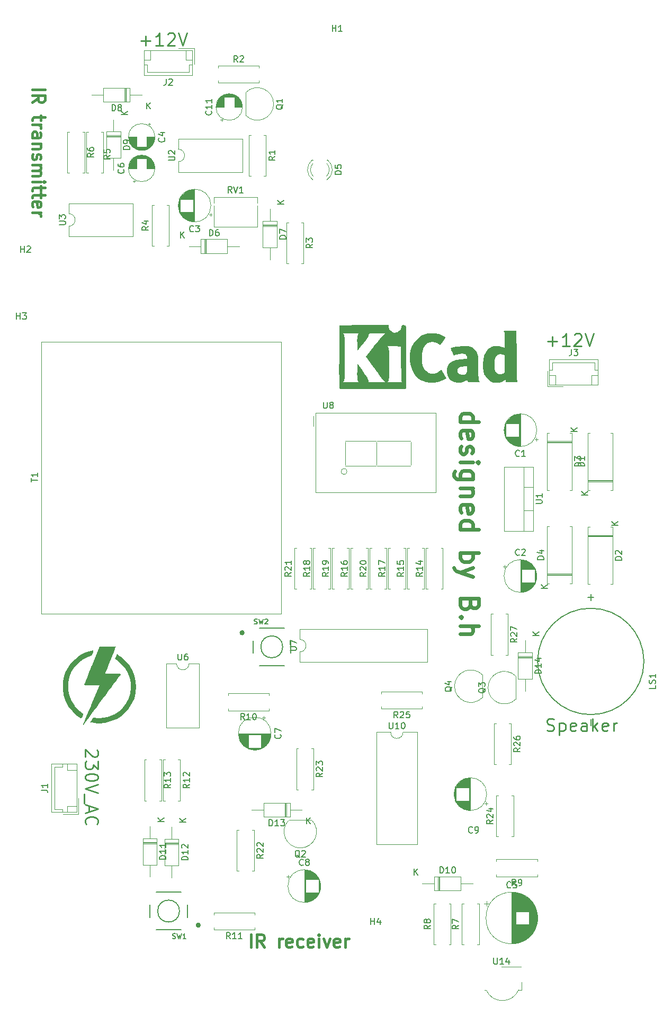
<source format=gbr>
%TF.GenerationSoftware,KiCad,Pcbnew,9.0.1*%
%TF.CreationDate,2025-06-18T14:58:57+01:00*%
%TF.ProjectId,essaie,65737361-6965-42e6-9b69-6361645f7063,rev?*%
%TF.SameCoordinates,Original*%
%TF.FileFunction,Legend,Top*%
%TF.FilePolarity,Positive*%
%FSLAX46Y46*%
G04 Gerber Fmt 4.6, Leading zero omitted, Abs format (unit mm)*
G04 Created by KiCad (PCBNEW 9.0.1) date 2025-06-18 14:58:57*
%MOMM*%
%LPD*%
G01*
G04 APERTURE LIST*
%ADD10C,0.250000*%
%ADD11C,0.400000*%
%ADD12C,0.600000*%
%ADD13C,0.150000*%
%ADD14C,0.000000*%
%ADD15C,0.120000*%
%ADD16C,0.127000*%
G04 APERTURE END LIST*
D10*
X214890425Y-135967000D02*
X215176139Y-136062238D01*
X215176139Y-136062238D02*
X215652330Y-136062238D01*
X215652330Y-136062238D02*
X215842806Y-135967000D01*
X215842806Y-135967000D02*
X215938044Y-135871761D01*
X215938044Y-135871761D02*
X216033282Y-135681285D01*
X216033282Y-135681285D02*
X216033282Y-135490809D01*
X216033282Y-135490809D02*
X215938044Y-135300333D01*
X215938044Y-135300333D02*
X215842806Y-135205095D01*
X215842806Y-135205095D02*
X215652330Y-135109857D01*
X215652330Y-135109857D02*
X215271377Y-135014619D01*
X215271377Y-135014619D02*
X215080901Y-134919380D01*
X215080901Y-134919380D02*
X214985663Y-134824142D01*
X214985663Y-134824142D02*
X214890425Y-134633666D01*
X214890425Y-134633666D02*
X214890425Y-134443190D01*
X214890425Y-134443190D02*
X214985663Y-134252714D01*
X214985663Y-134252714D02*
X215080901Y-134157476D01*
X215080901Y-134157476D02*
X215271377Y-134062238D01*
X215271377Y-134062238D02*
X215747568Y-134062238D01*
X215747568Y-134062238D02*
X216033282Y-134157476D01*
X216890425Y-134728904D02*
X216890425Y-136728904D01*
X216890425Y-134824142D02*
X217080901Y-134728904D01*
X217080901Y-134728904D02*
X217461854Y-134728904D01*
X217461854Y-134728904D02*
X217652330Y-134824142D01*
X217652330Y-134824142D02*
X217747568Y-134919380D01*
X217747568Y-134919380D02*
X217842806Y-135109857D01*
X217842806Y-135109857D02*
X217842806Y-135681285D01*
X217842806Y-135681285D02*
X217747568Y-135871761D01*
X217747568Y-135871761D02*
X217652330Y-135967000D01*
X217652330Y-135967000D02*
X217461854Y-136062238D01*
X217461854Y-136062238D02*
X217080901Y-136062238D01*
X217080901Y-136062238D02*
X216890425Y-135967000D01*
X219461854Y-135967000D02*
X219271378Y-136062238D01*
X219271378Y-136062238D02*
X218890425Y-136062238D01*
X218890425Y-136062238D02*
X218699949Y-135967000D01*
X218699949Y-135967000D02*
X218604711Y-135776523D01*
X218604711Y-135776523D02*
X218604711Y-135014619D01*
X218604711Y-135014619D02*
X218699949Y-134824142D01*
X218699949Y-134824142D02*
X218890425Y-134728904D01*
X218890425Y-134728904D02*
X219271378Y-134728904D01*
X219271378Y-134728904D02*
X219461854Y-134824142D01*
X219461854Y-134824142D02*
X219557092Y-135014619D01*
X219557092Y-135014619D02*
X219557092Y-135205095D01*
X219557092Y-135205095D02*
X218604711Y-135395571D01*
X221271378Y-136062238D02*
X221271378Y-135014619D01*
X221271378Y-135014619D02*
X221176140Y-134824142D01*
X221176140Y-134824142D02*
X220985664Y-134728904D01*
X220985664Y-134728904D02*
X220604711Y-134728904D01*
X220604711Y-134728904D02*
X220414235Y-134824142D01*
X221271378Y-135967000D02*
X221080902Y-136062238D01*
X221080902Y-136062238D02*
X220604711Y-136062238D01*
X220604711Y-136062238D02*
X220414235Y-135967000D01*
X220414235Y-135967000D02*
X220318997Y-135776523D01*
X220318997Y-135776523D02*
X220318997Y-135586047D01*
X220318997Y-135586047D02*
X220414235Y-135395571D01*
X220414235Y-135395571D02*
X220604711Y-135300333D01*
X220604711Y-135300333D02*
X221080902Y-135300333D01*
X221080902Y-135300333D02*
X221271378Y-135205095D01*
X222223759Y-136062238D02*
X222223759Y-134062238D01*
X222414235Y-135300333D02*
X222985664Y-136062238D01*
X222985664Y-134728904D02*
X222223759Y-135490809D01*
X224604712Y-135967000D02*
X224414236Y-136062238D01*
X224414236Y-136062238D02*
X224033283Y-136062238D01*
X224033283Y-136062238D02*
X223842807Y-135967000D01*
X223842807Y-135967000D02*
X223747569Y-135776523D01*
X223747569Y-135776523D02*
X223747569Y-135014619D01*
X223747569Y-135014619D02*
X223842807Y-134824142D01*
X223842807Y-134824142D02*
X224033283Y-134728904D01*
X224033283Y-134728904D02*
X224414236Y-134728904D01*
X224414236Y-134728904D02*
X224604712Y-134824142D01*
X224604712Y-134824142D02*
X224699950Y-135014619D01*
X224699950Y-135014619D02*
X224699950Y-135205095D01*
X224699950Y-135205095D02*
X223747569Y-135395571D01*
X225557093Y-136062238D02*
X225557093Y-134728904D01*
X225557093Y-135109857D02*
X225652331Y-134919380D01*
X225652331Y-134919380D02*
X225747569Y-134824142D01*
X225747569Y-134824142D02*
X225938045Y-134728904D01*
X225938045Y-134728904D02*
X226128522Y-134728904D01*
D11*
X167584347Y-170554438D02*
X167584347Y-168554438D01*
X169679585Y-170554438D02*
X169012918Y-169602057D01*
X168536728Y-170554438D02*
X168536728Y-168554438D01*
X168536728Y-168554438D02*
X169298633Y-168554438D01*
X169298633Y-168554438D02*
X169489109Y-168649676D01*
X169489109Y-168649676D02*
X169584347Y-168744914D01*
X169584347Y-168744914D02*
X169679585Y-168935390D01*
X169679585Y-168935390D02*
X169679585Y-169221104D01*
X169679585Y-169221104D02*
X169584347Y-169411580D01*
X169584347Y-169411580D02*
X169489109Y-169506819D01*
X169489109Y-169506819D02*
X169298633Y-169602057D01*
X169298633Y-169602057D02*
X168536728Y-169602057D01*
X172060538Y-170554438D02*
X172060538Y-169221104D01*
X172060538Y-169602057D02*
X172155776Y-169411580D01*
X172155776Y-169411580D02*
X172251014Y-169316342D01*
X172251014Y-169316342D02*
X172441490Y-169221104D01*
X172441490Y-169221104D02*
X172631967Y-169221104D01*
X174060538Y-170459200D02*
X173870062Y-170554438D01*
X173870062Y-170554438D02*
X173489109Y-170554438D01*
X173489109Y-170554438D02*
X173298633Y-170459200D01*
X173298633Y-170459200D02*
X173203395Y-170268723D01*
X173203395Y-170268723D02*
X173203395Y-169506819D01*
X173203395Y-169506819D02*
X173298633Y-169316342D01*
X173298633Y-169316342D02*
X173489109Y-169221104D01*
X173489109Y-169221104D02*
X173870062Y-169221104D01*
X173870062Y-169221104D02*
X174060538Y-169316342D01*
X174060538Y-169316342D02*
X174155776Y-169506819D01*
X174155776Y-169506819D02*
X174155776Y-169697295D01*
X174155776Y-169697295D02*
X173203395Y-169887771D01*
X175870062Y-170459200D02*
X175679586Y-170554438D01*
X175679586Y-170554438D02*
X175298633Y-170554438D01*
X175298633Y-170554438D02*
X175108157Y-170459200D01*
X175108157Y-170459200D02*
X175012919Y-170363961D01*
X175012919Y-170363961D02*
X174917681Y-170173485D01*
X174917681Y-170173485D02*
X174917681Y-169602057D01*
X174917681Y-169602057D02*
X175012919Y-169411580D01*
X175012919Y-169411580D02*
X175108157Y-169316342D01*
X175108157Y-169316342D02*
X175298633Y-169221104D01*
X175298633Y-169221104D02*
X175679586Y-169221104D01*
X175679586Y-169221104D02*
X175870062Y-169316342D01*
X177489110Y-170459200D02*
X177298634Y-170554438D01*
X177298634Y-170554438D02*
X176917681Y-170554438D01*
X176917681Y-170554438D02*
X176727205Y-170459200D01*
X176727205Y-170459200D02*
X176631967Y-170268723D01*
X176631967Y-170268723D02*
X176631967Y-169506819D01*
X176631967Y-169506819D02*
X176727205Y-169316342D01*
X176727205Y-169316342D02*
X176917681Y-169221104D01*
X176917681Y-169221104D02*
X177298634Y-169221104D01*
X177298634Y-169221104D02*
X177489110Y-169316342D01*
X177489110Y-169316342D02*
X177584348Y-169506819D01*
X177584348Y-169506819D02*
X177584348Y-169697295D01*
X177584348Y-169697295D02*
X176631967Y-169887771D01*
X178441491Y-170554438D02*
X178441491Y-169221104D01*
X178441491Y-168554438D02*
X178346253Y-168649676D01*
X178346253Y-168649676D02*
X178441491Y-168744914D01*
X178441491Y-168744914D02*
X178536729Y-168649676D01*
X178536729Y-168649676D02*
X178441491Y-168554438D01*
X178441491Y-168554438D02*
X178441491Y-168744914D01*
X179203396Y-169221104D02*
X179679586Y-170554438D01*
X179679586Y-170554438D02*
X180155777Y-169221104D01*
X181679587Y-170459200D02*
X181489111Y-170554438D01*
X181489111Y-170554438D02*
X181108158Y-170554438D01*
X181108158Y-170554438D02*
X180917682Y-170459200D01*
X180917682Y-170459200D02*
X180822444Y-170268723D01*
X180822444Y-170268723D02*
X180822444Y-169506819D01*
X180822444Y-169506819D02*
X180917682Y-169316342D01*
X180917682Y-169316342D02*
X181108158Y-169221104D01*
X181108158Y-169221104D02*
X181489111Y-169221104D01*
X181489111Y-169221104D02*
X181679587Y-169316342D01*
X181679587Y-169316342D02*
X181774825Y-169506819D01*
X181774825Y-169506819D02*
X181774825Y-169697295D01*
X181774825Y-169697295D02*
X180822444Y-169887771D01*
X182631968Y-170554438D02*
X182631968Y-169221104D01*
X182631968Y-169602057D02*
X182727206Y-169411580D01*
X182727206Y-169411580D02*
X182822444Y-169316342D01*
X182822444Y-169316342D02*
X183012920Y-169221104D01*
X183012920Y-169221104D02*
X183203397Y-169221104D01*
X132610561Y-33559347D02*
X134610561Y-33559347D01*
X132610561Y-35654585D02*
X133562942Y-34987918D01*
X132610561Y-34511728D02*
X134610561Y-34511728D01*
X134610561Y-34511728D02*
X134610561Y-35273633D01*
X134610561Y-35273633D02*
X134515323Y-35464109D01*
X134515323Y-35464109D02*
X134420085Y-35559347D01*
X134420085Y-35559347D02*
X134229609Y-35654585D01*
X134229609Y-35654585D02*
X133943895Y-35654585D01*
X133943895Y-35654585D02*
X133753419Y-35559347D01*
X133753419Y-35559347D02*
X133658180Y-35464109D01*
X133658180Y-35464109D02*
X133562942Y-35273633D01*
X133562942Y-35273633D02*
X133562942Y-34511728D01*
X133943895Y-37749824D02*
X133943895Y-38511728D01*
X134610561Y-38035538D02*
X132896276Y-38035538D01*
X132896276Y-38035538D02*
X132705800Y-38130776D01*
X132705800Y-38130776D02*
X132610561Y-38321252D01*
X132610561Y-38321252D02*
X132610561Y-38511728D01*
X132610561Y-39178395D02*
X133943895Y-39178395D01*
X133562942Y-39178395D02*
X133753419Y-39273633D01*
X133753419Y-39273633D02*
X133848657Y-39368871D01*
X133848657Y-39368871D02*
X133943895Y-39559347D01*
X133943895Y-39559347D02*
X133943895Y-39749824D01*
X132610561Y-41273633D02*
X133658180Y-41273633D01*
X133658180Y-41273633D02*
X133848657Y-41178395D01*
X133848657Y-41178395D02*
X133943895Y-40987919D01*
X133943895Y-40987919D02*
X133943895Y-40606966D01*
X133943895Y-40606966D02*
X133848657Y-40416490D01*
X132705800Y-41273633D02*
X132610561Y-41083157D01*
X132610561Y-41083157D02*
X132610561Y-40606966D01*
X132610561Y-40606966D02*
X132705800Y-40416490D01*
X132705800Y-40416490D02*
X132896276Y-40321252D01*
X132896276Y-40321252D02*
X133086752Y-40321252D01*
X133086752Y-40321252D02*
X133277228Y-40416490D01*
X133277228Y-40416490D02*
X133372466Y-40606966D01*
X133372466Y-40606966D02*
X133372466Y-41083157D01*
X133372466Y-41083157D02*
X133467704Y-41273633D01*
X133943895Y-42226014D02*
X132610561Y-42226014D01*
X133753419Y-42226014D02*
X133848657Y-42321252D01*
X133848657Y-42321252D02*
X133943895Y-42511728D01*
X133943895Y-42511728D02*
X133943895Y-42797443D01*
X133943895Y-42797443D02*
X133848657Y-42987919D01*
X133848657Y-42987919D02*
X133658180Y-43083157D01*
X133658180Y-43083157D02*
X132610561Y-43083157D01*
X132705800Y-43940300D02*
X132610561Y-44130776D01*
X132610561Y-44130776D02*
X132610561Y-44511728D01*
X132610561Y-44511728D02*
X132705800Y-44702205D01*
X132705800Y-44702205D02*
X132896276Y-44797443D01*
X132896276Y-44797443D02*
X132991514Y-44797443D01*
X132991514Y-44797443D02*
X133181990Y-44702205D01*
X133181990Y-44702205D02*
X133277228Y-44511728D01*
X133277228Y-44511728D02*
X133277228Y-44226014D01*
X133277228Y-44226014D02*
X133372466Y-44035538D01*
X133372466Y-44035538D02*
X133562942Y-43940300D01*
X133562942Y-43940300D02*
X133658180Y-43940300D01*
X133658180Y-43940300D02*
X133848657Y-44035538D01*
X133848657Y-44035538D02*
X133943895Y-44226014D01*
X133943895Y-44226014D02*
X133943895Y-44511728D01*
X133943895Y-44511728D02*
X133848657Y-44702205D01*
X132610561Y-45654586D02*
X133943895Y-45654586D01*
X133753419Y-45654586D02*
X133848657Y-45749824D01*
X133848657Y-45749824D02*
X133943895Y-45940300D01*
X133943895Y-45940300D02*
X133943895Y-46226015D01*
X133943895Y-46226015D02*
X133848657Y-46416491D01*
X133848657Y-46416491D02*
X133658180Y-46511729D01*
X133658180Y-46511729D02*
X132610561Y-46511729D01*
X133658180Y-46511729D02*
X133848657Y-46606967D01*
X133848657Y-46606967D02*
X133943895Y-46797443D01*
X133943895Y-46797443D02*
X133943895Y-47083157D01*
X133943895Y-47083157D02*
X133848657Y-47273634D01*
X133848657Y-47273634D02*
X133658180Y-47368872D01*
X133658180Y-47368872D02*
X132610561Y-47368872D01*
X132610561Y-48321253D02*
X133943895Y-48321253D01*
X134610561Y-48321253D02*
X134515323Y-48226015D01*
X134515323Y-48226015D02*
X134420085Y-48321253D01*
X134420085Y-48321253D02*
X134515323Y-48416491D01*
X134515323Y-48416491D02*
X134610561Y-48321253D01*
X134610561Y-48321253D02*
X134420085Y-48321253D01*
X133943895Y-48987920D02*
X133943895Y-49749824D01*
X134610561Y-49273634D02*
X132896276Y-49273634D01*
X132896276Y-49273634D02*
X132705800Y-49368872D01*
X132705800Y-49368872D02*
X132610561Y-49559348D01*
X132610561Y-49559348D02*
X132610561Y-49749824D01*
X133943895Y-50130777D02*
X133943895Y-50892681D01*
X134610561Y-50416491D02*
X132896276Y-50416491D01*
X132896276Y-50416491D02*
X132705800Y-50511729D01*
X132705800Y-50511729D02*
X132610561Y-50702205D01*
X132610561Y-50702205D02*
X132610561Y-50892681D01*
X132705800Y-52321253D02*
X132610561Y-52130777D01*
X132610561Y-52130777D02*
X132610561Y-51749824D01*
X132610561Y-51749824D02*
X132705800Y-51559348D01*
X132705800Y-51559348D02*
X132896276Y-51464110D01*
X132896276Y-51464110D02*
X133658180Y-51464110D01*
X133658180Y-51464110D02*
X133848657Y-51559348D01*
X133848657Y-51559348D02*
X133943895Y-51749824D01*
X133943895Y-51749824D02*
X133943895Y-52130777D01*
X133943895Y-52130777D02*
X133848657Y-52321253D01*
X133848657Y-52321253D02*
X133658180Y-52416491D01*
X133658180Y-52416491D02*
X133467704Y-52416491D01*
X133467704Y-52416491D02*
X133277228Y-51464110D01*
X132610561Y-53273634D02*
X133943895Y-53273634D01*
X133562942Y-53273634D02*
X133753419Y-53368872D01*
X133753419Y-53368872D02*
X133848657Y-53464110D01*
X133848657Y-53464110D02*
X133943895Y-53654586D01*
X133943895Y-53654586D02*
X133943895Y-53845063D01*
D10*
X149985663Y-25800333D02*
X151509473Y-25800333D01*
X150747568Y-26562238D02*
X150747568Y-25038428D01*
X153509472Y-26562238D02*
X152366615Y-26562238D01*
X152938043Y-26562238D02*
X152938043Y-24562238D01*
X152938043Y-24562238D02*
X152747567Y-24847952D01*
X152747567Y-24847952D02*
X152557091Y-25038428D01*
X152557091Y-25038428D02*
X152366615Y-25133666D01*
X154271377Y-24752714D02*
X154366615Y-24657476D01*
X154366615Y-24657476D02*
X154557091Y-24562238D01*
X154557091Y-24562238D02*
X155033282Y-24562238D01*
X155033282Y-24562238D02*
X155223758Y-24657476D01*
X155223758Y-24657476D02*
X155318996Y-24752714D01*
X155318996Y-24752714D02*
X155414234Y-24943190D01*
X155414234Y-24943190D02*
X155414234Y-25133666D01*
X155414234Y-25133666D02*
X155318996Y-25419380D01*
X155318996Y-25419380D02*
X154176139Y-26562238D01*
X154176139Y-26562238D02*
X155414234Y-26562238D01*
X155985663Y-24562238D02*
X156652329Y-26562238D01*
X156652329Y-26562238D02*
X157318996Y-24562238D01*
X214985663Y-73800333D02*
X216509473Y-73800333D01*
X215747568Y-74562238D02*
X215747568Y-73038428D01*
X218509472Y-74562238D02*
X217366615Y-74562238D01*
X217938043Y-74562238D02*
X217938043Y-72562238D01*
X217938043Y-72562238D02*
X217747567Y-72847952D01*
X217747567Y-72847952D02*
X217557091Y-73038428D01*
X217557091Y-73038428D02*
X217366615Y-73133666D01*
X219271377Y-72752714D02*
X219366615Y-72657476D01*
X219366615Y-72657476D02*
X219557091Y-72562238D01*
X219557091Y-72562238D02*
X220033282Y-72562238D01*
X220033282Y-72562238D02*
X220223758Y-72657476D01*
X220223758Y-72657476D02*
X220318996Y-72752714D01*
X220318996Y-72752714D02*
X220414234Y-72943190D01*
X220414234Y-72943190D02*
X220414234Y-73133666D01*
X220414234Y-73133666D02*
X220318996Y-73419380D01*
X220318996Y-73419380D02*
X219176139Y-74562238D01*
X219176139Y-74562238D02*
X220414234Y-74562238D01*
X220985663Y-72562238D02*
X221652329Y-74562238D01*
X221652329Y-74562238D02*
X222318996Y-72562238D01*
X142908404Y-139056276D02*
X143003642Y-139151514D01*
X143003642Y-139151514D02*
X143098880Y-139341990D01*
X143098880Y-139341990D02*
X143098880Y-139818181D01*
X143098880Y-139818181D02*
X143003642Y-140008657D01*
X143003642Y-140008657D02*
X142908404Y-140103895D01*
X142908404Y-140103895D02*
X142717928Y-140199133D01*
X142717928Y-140199133D02*
X142527452Y-140199133D01*
X142527452Y-140199133D02*
X142241738Y-140103895D01*
X142241738Y-140103895D02*
X141098880Y-138961038D01*
X141098880Y-138961038D02*
X141098880Y-140199133D01*
X143098880Y-140865800D02*
X143098880Y-142103895D01*
X143098880Y-142103895D02*
X142336976Y-141437228D01*
X142336976Y-141437228D02*
X142336976Y-141722943D01*
X142336976Y-141722943D02*
X142241738Y-141913419D01*
X142241738Y-141913419D02*
X142146499Y-142008657D01*
X142146499Y-142008657D02*
X141956023Y-142103895D01*
X141956023Y-142103895D02*
X141479833Y-142103895D01*
X141479833Y-142103895D02*
X141289357Y-142008657D01*
X141289357Y-142008657D02*
X141194119Y-141913419D01*
X141194119Y-141913419D02*
X141098880Y-141722943D01*
X141098880Y-141722943D02*
X141098880Y-141151514D01*
X141098880Y-141151514D02*
X141194119Y-140961038D01*
X141194119Y-140961038D02*
X141289357Y-140865800D01*
X143098880Y-143341990D02*
X143098880Y-143532467D01*
X143098880Y-143532467D02*
X143003642Y-143722943D01*
X143003642Y-143722943D02*
X142908404Y-143818181D01*
X142908404Y-143818181D02*
X142717928Y-143913419D01*
X142717928Y-143913419D02*
X142336976Y-144008657D01*
X142336976Y-144008657D02*
X141860785Y-144008657D01*
X141860785Y-144008657D02*
X141479833Y-143913419D01*
X141479833Y-143913419D02*
X141289357Y-143818181D01*
X141289357Y-143818181D02*
X141194119Y-143722943D01*
X141194119Y-143722943D02*
X141098880Y-143532467D01*
X141098880Y-143532467D02*
X141098880Y-143341990D01*
X141098880Y-143341990D02*
X141194119Y-143151514D01*
X141194119Y-143151514D02*
X141289357Y-143056276D01*
X141289357Y-143056276D02*
X141479833Y-142961038D01*
X141479833Y-142961038D02*
X141860785Y-142865800D01*
X141860785Y-142865800D02*
X142336976Y-142865800D01*
X142336976Y-142865800D02*
X142717928Y-142961038D01*
X142717928Y-142961038D02*
X142908404Y-143056276D01*
X142908404Y-143056276D02*
X143003642Y-143151514D01*
X143003642Y-143151514D02*
X143098880Y-143341990D01*
X143098880Y-144580086D02*
X141098880Y-145246752D01*
X141098880Y-145246752D02*
X143098880Y-145913419D01*
X140908404Y-146103896D02*
X140908404Y-147627705D01*
X141670309Y-148008658D02*
X141670309Y-148961039D01*
X141098880Y-147818182D02*
X143098880Y-148484848D01*
X143098880Y-148484848D02*
X141098880Y-149151515D01*
X141289357Y-150961039D02*
X141194119Y-150865801D01*
X141194119Y-150865801D02*
X141098880Y-150580087D01*
X141098880Y-150580087D02*
X141098880Y-150389611D01*
X141098880Y-150389611D02*
X141194119Y-150103896D01*
X141194119Y-150103896D02*
X141384595Y-149913420D01*
X141384595Y-149913420D02*
X141575071Y-149818182D01*
X141575071Y-149818182D02*
X141956023Y-149722944D01*
X141956023Y-149722944D02*
X142241738Y-149722944D01*
X142241738Y-149722944D02*
X142622690Y-149818182D01*
X142622690Y-149818182D02*
X142813166Y-149913420D01*
X142813166Y-149913420D02*
X143003642Y-150103896D01*
X143003642Y-150103896D02*
X143098880Y-150389611D01*
X143098880Y-150389611D02*
X143098880Y-150580087D01*
X143098880Y-150580087D02*
X143003642Y-150865801D01*
X143003642Y-150865801D02*
X142908404Y-150961039D01*
D12*
X201022199Y-86714736D02*
X204022199Y-86714736D01*
X201165057Y-86714736D02*
X201022199Y-86429021D01*
X201022199Y-86429021D02*
X201022199Y-85857593D01*
X201022199Y-85857593D02*
X201165057Y-85571878D01*
X201165057Y-85571878D02*
X201307914Y-85429021D01*
X201307914Y-85429021D02*
X201593628Y-85286164D01*
X201593628Y-85286164D02*
X202450771Y-85286164D01*
X202450771Y-85286164D02*
X202736485Y-85429021D01*
X202736485Y-85429021D02*
X202879342Y-85571878D01*
X202879342Y-85571878D02*
X203022199Y-85857593D01*
X203022199Y-85857593D02*
X203022199Y-86429021D01*
X203022199Y-86429021D02*
X202879342Y-86714736D01*
X201165057Y-89286164D02*
X201022199Y-89000450D01*
X201022199Y-89000450D02*
X201022199Y-88429022D01*
X201022199Y-88429022D02*
X201165057Y-88143307D01*
X201165057Y-88143307D02*
X201450771Y-88000450D01*
X201450771Y-88000450D02*
X202593628Y-88000450D01*
X202593628Y-88000450D02*
X202879342Y-88143307D01*
X202879342Y-88143307D02*
X203022199Y-88429022D01*
X203022199Y-88429022D02*
X203022199Y-89000450D01*
X203022199Y-89000450D02*
X202879342Y-89286164D01*
X202879342Y-89286164D02*
X202593628Y-89429022D01*
X202593628Y-89429022D02*
X202307914Y-89429022D01*
X202307914Y-89429022D02*
X202022199Y-88000450D01*
X201165057Y-90571879D02*
X201022199Y-90857593D01*
X201022199Y-90857593D02*
X201022199Y-91429022D01*
X201022199Y-91429022D02*
X201165057Y-91714736D01*
X201165057Y-91714736D02*
X201450771Y-91857593D01*
X201450771Y-91857593D02*
X201593628Y-91857593D01*
X201593628Y-91857593D02*
X201879342Y-91714736D01*
X201879342Y-91714736D02*
X202022199Y-91429022D01*
X202022199Y-91429022D02*
X202022199Y-91000451D01*
X202022199Y-91000451D02*
X202165057Y-90714736D01*
X202165057Y-90714736D02*
X202450771Y-90571879D01*
X202450771Y-90571879D02*
X202593628Y-90571879D01*
X202593628Y-90571879D02*
X202879342Y-90714736D01*
X202879342Y-90714736D02*
X203022199Y-91000451D01*
X203022199Y-91000451D02*
X203022199Y-91429022D01*
X203022199Y-91429022D02*
X202879342Y-91714736D01*
X201022199Y-93143307D02*
X203022199Y-93143307D01*
X204022199Y-93143307D02*
X203879342Y-93000450D01*
X203879342Y-93000450D02*
X203736485Y-93143307D01*
X203736485Y-93143307D02*
X203879342Y-93286164D01*
X203879342Y-93286164D02*
X204022199Y-93143307D01*
X204022199Y-93143307D02*
X203736485Y-93143307D01*
X203022199Y-95857593D02*
X200593628Y-95857593D01*
X200593628Y-95857593D02*
X200307914Y-95714735D01*
X200307914Y-95714735D02*
X200165057Y-95571878D01*
X200165057Y-95571878D02*
X200022199Y-95286164D01*
X200022199Y-95286164D02*
X200022199Y-94857593D01*
X200022199Y-94857593D02*
X200165057Y-94571878D01*
X201165057Y-95857593D02*
X201022199Y-95571878D01*
X201022199Y-95571878D02*
X201022199Y-95000450D01*
X201022199Y-95000450D02*
X201165057Y-94714735D01*
X201165057Y-94714735D02*
X201307914Y-94571878D01*
X201307914Y-94571878D02*
X201593628Y-94429021D01*
X201593628Y-94429021D02*
X202450771Y-94429021D01*
X202450771Y-94429021D02*
X202736485Y-94571878D01*
X202736485Y-94571878D02*
X202879342Y-94714735D01*
X202879342Y-94714735D02*
X203022199Y-95000450D01*
X203022199Y-95000450D02*
X203022199Y-95571878D01*
X203022199Y-95571878D02*
X202879342Y-95857593D01*
X203022199Y-97286164D02*
X201022199Y-97286164D01*
X202736485Y-97286164D02*
X202879342Y-97429021D01*
X202879342Y-97429021D02*
X203022199Y-97714736D01*
X203022199Y-97714736D02*
X203022199Y-98143307D01*
X203022199Y-98143307D02*
X202879342Y-98429021D01*
X202879342Y-98429021D02*
X202593628Y-98571879D01*
X202593628Y-98571879D02*
X201022199Y-98571879D01*
X201165057Y-101143307D02*
X201022199Y-100857593D01*
X201022199Y-100857593D02*
X201022199Y-100286165D01*
X201022199Y-100286165D02*
X201165057Y-100000450D01*
X201165057Y-100000450D02*
X201450771Y-99857593D01*
X201450771Y-99857593D02*
X202593628Y-99857593D01*
X202593628Y-99857593D02*
X202879342Y-100000450D01*
X202879342Y-100000450D02*
X203022199Y-100286165D01*
X203022199Y-100286165D02*
X203022199Y-100857593D01*
X203022199Y-100857593D02*
X202879342Y-101143307D01*
X202879342Y-101143307D02*
X202593628Y-101286165D01*
X202593628Y-101286165D02*
X202307914Y-101286165D01*
X202307914Y-101286165D02*
X202022199Y-99857593D01*
X201022199Y-103857594D02*
X204022199Y-103857594D01*
X201165057Y-103857594D02*
X201022199Y-103571879D01*
X201022199Y-103571879D02*
X201022199Y-103000451D01*
X201022199Y-103000451D02*
X201165057Y-102714736D01*
X201165057Y-102714736D02*
X201307914Y-102571879D01*
X201307914Y-102571879D02*
X201593628Y-102429022D01*
X201593628Y-102429022D02*
X202450771Y-102429022D01*
X202450771Y-102429022D02*
X202736485Y-102571879D01*
X202736485Y-102571879D02*
X202879342Y-102714736D01*
X202879342Y-102714736D02*
X203022199Y-103000451D01*
X203022199Y-103000451D02*
X203022199Y-103571879D01*
X203022199Y-103571879D02*
X202879342Y-103857594D01*
X201022199Y-107571879D02*
X204022199Y-107571879D01*
X202879342Y-107571879D02*
X203022199Y-107857594D01*
X203022199Y-107857594D02*
X203022199Y-108429022D01*
X203022199Y-108429022D02*
X202879342Y-108714736D01*
X202879342Y-108714736D02*
X202736485Y-108857594D01*
X202736485Y-108857594D02*
X202450771Y-109000451D01*
X202450771Y-109000451D02*
X201593628Y-109000451D01*
X201593628Y-109000451D02*
X201307914Y-108857594D01*
X201307914Y-108857594D02*
X201165057Y-108714736D01*
X201165057Y-108714736D02*
X201022199Y-108429022D01*
X201022199Y-108429022D02*
X201022199Y-107857594D01*
X201022199Y-107857594D02*
X201165057Y-107571879D01*
X203022199Y-110000451D02*
X201022199Y-110714737D01*
X203022199Y-111429022D02*
X201022199Y-110714737D01*
X201022199Y-110714737D02*
X200307914Y-110429022D01*
X200307914Y-110429022D02*
X200165057Y-110286165D01*
X200165057Y-110286165D02*
X200022199Y-110000451D01*
X202593628Y-115857593D02*
X202450771Y-116286165D01*
X202450771Y-116286165D02*
X202307914Y-116429022D01*
X202307914Y-116429022D02*
X202022199Y-116571879D01*
X202022199Y-116571879D02*
X201593628Y-116571879D01*
X201593628Y-116571879D02*
X201307914Y-116429022D01*
X201307914Y-116429022D02*
X201165057Y-116286165D01*
X201165057Y-116286165D02*
X201022199Y-116000450D01*
X201022199Y-116000450D02*
X201022199Y-114857593D01*
X201022199Y-114857593D02*
X204022199Y-114857593D01*
X204022199Y-114857593D02*
X204022199Y-115857593D01*
X204022199Y-115857593D02*
X203879342Y-116143308D01*
X203879342Y-116143308D02*
X203736485Y-116286165D01*
X203736485Y-116286165D02*
X203450771Y-116429022D01*
X203450771Y-116429022D02*
X203165057Y-116429022D01*
X203165057Y-116429022D02*
X202879342Y-116286165D01*
X202879342Y-116286165D02*
X202736485Y-116143308D01*
X202736485Y-116143308D02*
X202593628Y-115857593D01*
X202593628Y-115857593D02*
X202593628Y-114857593D01*
X201307914Y-117857593D02*
X201165057Y-118000450D01*
X201165057Y-118000450D02*
X201022199Y-117857593D01*
X201022199Y-117857593D02*
X201165057Y-117714736D01*
X201165057Y-117714736D02*
X201307914Y-117857593D01*
X201307914Y-117857593D02*
X201022199Y-117857593D01*
X201022199Y-119286164D02*
X204022199Y-119286164D01*
X201022199Y-120571879D02*
X202593628Y-120571879D01*
X202593628Y-120571879D02*
X202879342Y-120429021D01*
X202879342Y-120429021D02*
X203022199Y-120143307D01*
X203022199Y-120143307D02*
X203022199Y-119714736D01*
X203022199Y-119714736D02*
X202879342Y-119429021D01*
X202879342Y-119429021D02*
X202736485Y-119286164D01*
D13*
X132454819Y-96251904D02*
X132454819Y-95680476D01*
X133454819Y-95966190D02*
X132454819Y-95966190D01*
X133454819Y-94823333D02*
X133454819Y-95394761D01*
X133454819Y-95109047D02*
X132454819Y-95109047D01*
X132454819Y-95109047D02*
X132597676Y-95204285D01*
X132597676Y-95204285D02*
X132692914Y-95299523D01*
X132692914Y-95299523D02*
X132740533Y-95394761D01*
X206391905Y-172309819D02*
X206391905Y-173119342D01*
X206391905Y-173119342D02*
X206439524Y-173214580D01*
X206439524Y-173214580D02*
X206487143Y-173262200D01*
X206487143Y-173262200D02*
X206582381Y-173309819D01*
X206582381Y-173309819D02*
X206772857Y-173309819D01*
X206772857Y-173309819D02*
X206868095Y-173262200D01*
X206868095Y-173262200D02*
X206915714Y-173214580D01*
X206915714Y-173214580D02*
X206963333Y-173119342D01*
X206963333Y-173119342D02*
X206963333Y-172309819D01*
X207963333Y-173309819D02*
X207391905Y-173309819D01*
X207677619Y-173309819D02*
X207677619Y-172309819D01*
X207677619Y-172309819D02*
X207582381Y-172452676D01*
X207582381Y-172452676D02*
X207487143Y-172547914D01*
X207487143Y-172547914D02*
X207391905Y-172595533D01*
X208820476Y-172643152D02*
X208820476Y-173309819D01*
X208582381Y-172262200D02*
X208344286Y-172976485D01*
X208344286Y-172976485D02*
X208963333Y-172976485D01*
X196254819Y-167086666D02*
X195778628Y-167419999D01*
X196254819Y-167658094D02*
X195254819Y-167658094D01*
X195254819Y-167658094D02*
X195254819Y-167277142D01*
X195254819Y-167277142D02*
X195302438Y-167181904D01*
X195302438Y-167181904D02*
X195350057Y-167134285D01*
X195350057Y-167134285D02*
X195445295Y-167086666D01*
X195445295Y-167086666D02*
X195588152Y-167086666D01*
X195588152Y-167086666D02*
X195683390Y-167134285D01*
X195683390Y-167134285D02*
X195731009Y-167181904D01*
X195731009Y-167181904D02*
X195778628Y-167277142D01*
X195778628Y-167277142D02*
X195778628Y-167658094D01*
X195683390Y-166515237D02*
X195635771Y-166610475D01*
X195635771Y-166610475D02*
X195588152Y-166658094D01*
X195588152Y-166658094D02*
X195492914Y-166705713D01*
X195492914Y-166705713D02*
X195445295Y-166705713D01*
X195445295Y-166705713D02*
X195350057Y-166658094D01*
X195350057Y-166658094D02*
X195302438Y-166610475D01*
X195302438Y-166610475D02*
X195254819Y-166515237D01*
X195254819Y-166515237D02*
X195254819Y-166324761D01*
X195254819Y-166324761D02*
X195302438Y-166229523D01*
X195302438Y-166229523D02*
X195350057Y-166181904D01*
X195350057Y-166181904D02*
X195445295Y-166134285D01*
X195445295Y-166134285D02*
X195492914Y-166134285D01*
X195492914Y-166134285D02*
X195588152Y-166181904D01*
X195588152Y-166181904D02*
X195635771Y-166229523D01*
X195635771Y-166229523D02*
X195683390Y-166324761D01*
X195683390Y-166324761D02*
X195683390Y-166515237D01*
X195683390Y-166515237D02*
X195731009Y-166610475D01*
X195731009Y-166610475D02*
X195778628Y-166658094D01*
X195778628Y-166658094D02*
X195873866Y-166705713D01*
X195873866Y-166705713D02*
X196064342Y-166705713D01*
X196064342Y-166705713D02*
X196159580Y-166658094D01*
X196159580Y-166658094D02*
X196207200Y-166610475D01*
X196207200Y-166610475D02*
X196254819Y-166515237D01*
X196254819Y-166515237D02*
X196254819Y-166324761D01*
X196254819Y-166324761D02*
X196207200Y-166229523D01*
X196207200Y-166229523D02*
X196159580Y-166181904D01*
X196159580Y-166181904D02*
X196064342Y-166134285D01*
X196064342Y-166134285D02*
X195873866Y-166134285D01*
X195873866Y-166134285D02*
X195778628Y-166181904D01*
X195778628Y-166181904D02*
X195731009Y-166229523D01*
X195731009Y-166229523D02*
X195683390Y-166324761D01*
X154409819Y-44876904D02*
X155219342Y-44876904D01*
X155219342Y-44876904D02*
X155314580Y-44829285D01*
X155314580Y-44829285D02*
X155362200Y-44781666D01*
X155362200Y-44781666D02*
X155409819Y-44686428D01*
X155409819Y-44686428D02*
X155409819Y-44495952D01*
X155409819Y-44495952D02*
X155362200Y-44400714D01*
X155362200Y-44400714D02*
X155314580Y-44353095D01*
X155314580Y-44353095D02*
X155219342Y-44305476D01*
X155219342Y-44305476D02*
X154409819Y-44305476D01*
X154505057Y-43876904D02*
X154457438Y-43829285D01*
X154457438Y-43829285D02*
X154409819Y-43734047D01*
X154409819Y-43734047D02*
X154409819Y-43495952D01*
X154409819Y-43495952D02*
X154457438Y-43400714D01*
X154457438Y-43400714D02*
X154505057Y-43353095D01*
X154505057Y-43353095D02*
X154600295Y-43305476D01*
X154600295Y-43305476D02*
X154695533Y-43305476D01*
X154695533Y-43305476D02*
X154838390Y-43353095D01*
X154838390Y-43353095D02*
X155409819Y-43924523D01*
X155409819Y-43924523D02*
X155409819Y-43305476D01*
X213124819Y-99721904D02*
X213934342Y-99721904D01*
X213934342Y-99721904D02*
X214029580Y-99674285D01*
X214029580Y-99674285D02*
X214077200Y-99626666D01*
X214077200Y-99626666D02*
X214124819Y-99531428D01*
X214124819Y-99531428D02*
X214124819Y-99340952D01*
X214124819Y-99340952D02*
X214077200Y-99245714D01*
X214077200Y-99245714D02*
X214029580Y-99198095D01*
X214029580Y-99198095D02*
X213934342Y-99150476D01*
X213934342Y-99150476D02*
X213124819Y-99150476D01*
X214124819Y-98150476D02*
X214124819Y-98721904D01*
X214124819Y-98436190D02*
X213124819Y-98436190D01*
X213124819Y-98436190D02*
X213267676Y-98531428D01*
X213267676Y-98531428D02*
X213362914Y-98626666D01*
X213362914Y-98626666D02*
X213410533Y-98721904D01*
X157724819Y-144562857D02*
X157248628Y-144896190D01*
X157724819Y-145134285D02*
X156724819Y-145134285D01*
X156724819Y-145134285D02*
X156724819Y-144753333D01*
X156724819Y-144753333D02*
X156772438Y-144658095D01*
X156772438Y-144658095D02*
X156820057Y-144610476D01*
X156820057Y-144610476D02*
X156915295Y-144562857D01*
X156915295Y-144562857D02*
X157058152Y-144562857D01*
X157058152Y-144562857D02*
X157153390Y-144610476D01*
X157153390Y-144610476D02*
X157201009Y-144658095D01*
X157201009Y-144658095D02*
X157248628Y-144753333D01*
X157248628Y-144753333D02*
X157248628Y-145134285D01*
X157724819Y-143610476D02*
X157724819Y-144181904D01*
X157724819Y-143896190D02*
X156724819Y-143896190D01*
X156724819Y-143896190D02*
X156867676Y-143991428D01*
X156867676Y-143991428D02*
X156962914Y-144086666D01*
X156962914Y-144086666D02*
X157010533Y-144181904D01*
X156820057Y-143229523D02*
X156772438Y-143181904D01*
X156772438Y-143181904D02*
X156724819Y-143086666D01*
X156724819Y-143086666D02*
X156724819Y-142848571D01*
X156724819Y-142848571D02*
X156772438Y-142753333D01*
X156772438Y-142753333D02*
X156820057Y-142705714D01*
X156820057Y-142705714D02*
X156915295Y-142658095D01*
X156915295Y-142658095D02*
X157010533Y-142658095D01*
X157010533Y-142658095D02*
X157153390Y-142705714D01*
X157153390Y-142705714D02*
X157724819Y-143277142D01*
X157724819Y-143277142D02*
X157724819Y-142658095D01*
X168119156Y-118920687D02*
X168233613Y-118958839D01*
X168233613Y-118958839D02*
X168424374Y-118958839D01*
X168424374Y-118958839D02*
X168500679Y-118920687D01*
X168500679Y-118920687D02*
X168538831Y-118882534D01*
X168538831Y-118882534D02*
X168576983Y-118806230D01*
X168576983Y-118806230D02*
X168576983Y-118729925D01*
X168576983Y-118729925D02*
X168538831Y-118653621D01*
X168538831Y-118653621D02*
X168500679Y-118615469D01*
X168500679Y-118615469D02*
X168424374Y-118577316D01*
X168424374Y-118577316D02*
X168271765Y-118539164D01*
X168271765Y-118539164D02*
X168195461Y-118501012D01*
X168195461Y-118501012D02*
X168157309Y-118462860D01*
X168157309Y-118462860D02*
X168119156Y-118386555D01*
X168119156Y-118386555D02*
X168119156Y-118310251D01*
X168119156Y-118310251D02*
X168157309Y-118233946D01*
X168157309Y-118233946D02*
X168195461Y-118195794D01*
X168195461Y-118195794D02*
X168271765Y-118157642D01*
X168271765Y-118157642D02*
X168462527Y-118157642D01*
X168462527Y-118157642D02*
X168576983Y-118195794D01*
X168844049Y-118157642D02*
X169034810Y-118958839D01*
X169034810Y-118958839D02*
X169187419Y-118386555D01*
X169187419Y-118386555D02*
X169340028Y-118958839D01*
X169340028Y-118958839D02*
X169530790Y-118157642D01*
X169797855Y-118233946D02*
X169836008Y-118195794D01*
X169836008Y-118195794D02*
X169912312Y-118157642D01*
X169912312Y-118157642D02*
X170103073Y-118157642D01*
X170103073Y-118157642D02*
X170179378Y-118195794D01*
X170179378Y-118195794D02*
X170217530Y-118233946D01*
X170217530Y-118233946D02*
X170255682Y-118310251D01*
X170255682Y-118310251D02*
X170255682Y-118386555D01*
X170255682Y-118386555D02*
X170217530Y-118501012D01*
X170217530Y-118501012D02*
X169759703Y-118958839D01*
X169759703Y-118958839D02*
X170255682Y-118958839D01*
X202982333Y-152248580D02*
X202934714Y-152296200D01*
X202934714Y-152296200D02*
X202791857Y-152343819D01*
X202791857Y-152343819D02*
X202696619Y-152343819D01*
X202696619Y-152343819D02*
X202553762Y-152296200D01*
X202553762Y-152296200D02*
X202458524Y-152200961D01*
X202458524Y-152200961D02*
X202410905Y-152105723D01*
X202410905Y-152105723D02*
X202363286Y-151915247D01*
X202363286Y-151915247D02*
X202363286Y-151772390D01*
X202363286Y-151772390D02*
X202410905Y-151581914D01*
X202410905Y-151581914D02*
X202458524Y-151486676D01*
X202458524Y-151486676D02*
X202553762Y-151391438D01*
X202553762Y-151391438D02*
X202696619Y-151343819D01*
X202696619Y-151343819D02*
X202791857Y-151343819D01*
X202791857Y-151343819D02*
X202934714Y-151391438D01*
X202934714Y-151391438D02*
X202982333Y-151439057D01*
X203458524Y-152343819D02*
X203649000Y-152343819D01*
X203649000Y-152343819D02*
X203744238Y-152296200D01*
X203744238Y-152296200D02*
X203791857Y-152248580D01*
X203791857Y-152248580D02*
X203887095Y-152105723D01*
X203887095Y-152105723D02*
X203934714Y-151915247D01*
X203934714Y-151915247D02*
X203934714Y-151534295D01*
X203934714Y-151534295D02*
X203887095Y-151439057D01*
X203887095Y-151439057D02*
X203839476Y-151391438D01*
X203839476Y-151391438D02*
X203744238Y-151343819D01*
X203744238Y-151343819D02*
X203553762Y-151343819D01*
X203553762Y-151343819D02*
X203458524Y-151391438D01*
X203458524Y-151391438D02*
X203410905Y-151439057D01*
X203410905Y-151439057D02*
X203363286Y-151534295D01*
X203363286Y-151534295D02*
X203363286Y-151772390D01*
X203363286Y-151772390D02*
X203410905Y-151867628D01*
X203410905Y-151867628D02*
X203458524Y-151915247D01*
X203458524Y-151915247D02*
X203553762Y-151962866D01*
X203553762Y-151962866D02*
X203744238Y-151962866D01*
X203744238Y-151962866D02*
X203839476Y-151915247D01*
X203839476Y-151915247D02*
X203887095Y-151867628D01*
X203887095Y-151867628D02*
X203934714Y-151772390D01*
X175928333Y-157429580D02*
X175880714Y-157477200D01*
X175880714Y-157477200D02*
X175737857Y-157524819D01*
X175737857Y-157524819D02*
X175642619Y-157524819D01*
X175642619Y-157524819D02*
X175499762Y-157477200D01*
X175499762Y-157477200D02*
X175404524Y-157381961D01*
X175404524Y-157381961D02*
X175356905Y-157286723D01*
X175356905Y-157286723D02*
X175309286Y-157096247D01*
X175309286Y-157096247D02*
X175309286Y-156953390D01*
X175309286Y-156953390D02*
X175356905Y-156762914D01*
X175356905Y-156762914D02*
X175404524Y-156667676D01*
X175404524Y-156667676D02*
X175499762Y-156572438D01*
X175499762Y-156572438D02*
X175642619Y-156524819D01*
X175642619Y-156524819D02*
X175737857Y-156524819D01*
X175737857Y-156524819D02*
X175880714Y-156572438D01*
X175880714Y-156572438D02*
X175928333Y-156620057D01*
X176499762Y-156953390D02*
X176404524Y-156905771D01*
X176404524Y-156905771D02*
X176356905Y-156858152D01*
X176356905Y-156858152D02*
X176309286Y-156762914D01*
X176309286Y-156762914D02*
X176309286Y-156715295D01*
X176309286Y-156715295D02*
X176356905Y-156620057D01*
X176356905Y-156620057D02*
X176404524Y-156572438D01*
X176404524Y-156572438D02*
X176499762Y-156524819D01*
X176499762Y-156524819D02*
X176690238Y-156524819D01*
X176690238Y-156524819D02*
X176785476Y-156572438D01*
X176785476Y-156572438D02*
X176833095Y-156620057D01*
X176833095Y-156620057D02*
X176880714Y-156715295D01*
X176880714Y-156715295D02*
X176880714Y-156762914D01*
X176880714Y-156762914D02*
X176833095Y-156858152D01*
X176833095Y-156858152D02*
X176785476Y-156905771D01*
X176785476Y-156905771D02*
X176690238Y-156953390D01*
X176690238Y-156953390D02*
X176499762Y-156953390D01*
X176499762Y-156953390D02*
X176404524Y-157001009D01*
X176404524Y-157001009D02*
X176356905Y-157048628D01*
X176356905Y-157048628D02*
X176309286Y-157143866D01*
X176309286Y-157143866D02*
X176309286Y-157334342D01*
X176309286Y-157334342D02*
X176356905Y-157429580D01*
X176356905Y-157429580D02*
X176404524Y-157477200D01*
X176404524Y-157477200D02*
X176499762Y-157524819D01*
X176499762Y-157524819D02*
X176690238Y-157524819D01*
X176690238Y-157524819D02*
X176785476Y-157477200D01*
X176785476Y-157477200D02*
X176833095Y-157429580D01*
X176833095Y-157429580D02*
X176880714Y-157334342D01*
X176880714Y-157334342D02*
X176880714Y-157143866D01*
X176880714Y-157143866D02*
X176833095Y-157048628D01*
X176833095Y-157048628D02*
X176785476Y-157001009D01*
X176785476Y-157001009D02*
X176690238Y-156953390D01*
X179018707Y-142781857D02*
X178542516Y-143115190D01*
X179018707Y-143353285D02*
X178018707Y-143353285D01*
X178018707Y-143353285D02*
X178018707Y-142972333D01*
X178018707Y-142972333D02*
X178066326Y-142877095D01*
X178066326Y-142877095D02*
X178113945Y-142829476D01*
X178113945Y-142829476D02*
X178209183Y-142781857D01*
X178209183Y-142781857D02*
X178352040Y-142781857D01*
X178352040Y-142781857D02*
X178447278Y-142829476D01*
X178447278Y-142829476D02*
X178494897Y-142877095D01*
X178494897Y-142877095D02*
X178542516Y-142972333D01*
X178542516Y-142972333D02*
X178542516Y-143353285D01*
X178113945Y-142400904D02*
X178066326Y-142353285D01*
X178066326Y-142353285D02*
X178018707Y-142258047D01*
X178018707Y-142258047D02*
X178018707Y-142019952D01*
X178018707Y-142019952D02*
X178066326Y-141924714D01*
X178066326Y-141924714D02*
X178113945Y-141877095D01*
X178113945Y-141877095D02*
X178209183Y-141829476D01*
X178209183Y-141829476D02*
X178304421Y-141829476D01*
X178304421Y-141829476D02*
X178447278Y-141877095D01*
X178447278Y-141877095D02*
X179018707Y-142448523D01*
X179018707Y-142448523D02*
X179018707Y-141829476D01*
X178018707Y-141496142D02*
X178018707Y-140877095D01*
X178018707Y-140877095D02*
X178399659Y-141210428D01*
X178399659Y-141210428D02*
X178399659Y-141067571D01*
X178399659Y-141067571D02*
X178447278Y-140972333D01*
X178447278Y-140972333D02*
X178494897Y-140924714D01*
X178494897Y-140924714D02*
X178590135Y-140877095D01*
X178590135Y-140877095D02*
X178828230Y-140877095D01*
X178828230Y-140877095D02*
X178923468Y-140924714D01*
X178923468Y-140924714D02*
X178971088Y-140972333D01*
X178971088Y-140972333D02*
X179018707Y-141067571D01*
X179018707Y-141067571D02*
X179018707Y-141353285D01*
X179018707Y-141353285D02*
X178971088Y-141448523D01*
X178971088Y-141448523D02*
X178923468Y-141496142D01*
X179170595Y-83504819D02*
X179170595Y-84314342D01*
X179170595Y-84314342D02*
X179218214Y-84409580D01*
X179218214Y-84409580D02*
X179265833Y-84457200D01*
X179265833Y-84457200D02*
X179361071Y-84504819D01*
X179361071Y-84504819D02*
X179551547Y-84504819D01*
X179551547Y-84504819D02*
X179646785Y-84457200D01*
X179646785Y-84457200D02*
X179694404Y-84409580D01*
X179694404Y-84409580D02*
X179742023Y-84314342D01*
X179742023Y-84314342D02*
X179742023Y-83504819D01*
X180361071Y-83933390D02*
X180265833Y-83885771D01*
X180265833Y-83885771D02*
X180218214Y-83838152D01*
X180218214Y-83838152D02*
X180170595Y-83742914D01*
X180170595Y-83742914D02*
X180170595Y-83695295D01*
X180170595Y-83695295D02*
X180218214Y-83600057D01*
X180218214Y-83600057D02*
X180265833Y-83552438D01*
X180265833Y-83552438D02*
X180361071Y-83504819D01*
X180361071Y-83504819D02*
X180551547Y-83504819D01*
X180551547Y-83504819D02*
X180646785Y-83552438D01*
X180646785Y-83552438D02*
X180694404Y-83600057D01*
X180694404Y-83600057D02*
X180742023Y-83695295D01*
X180742023Y-83695295D02*
X180742023Y-83742914D01*
X180742023Y-83742914D02*
X180694404Y-83838152D01*
X180694404Y-83838152D02*
X180646785Y-83885771D01*
X180646785Y-83885771D02*
X180551547Y-83933390D01*
X180551547Y-83933390D02*
X180361071Y-83933390D01*
X180361071Y-83933390D02*
X180265833Y-83981009D01*
X180265833Y-83981009D02*
X180218214Y-84028628D01*
X180218214Y-84028628D02*
X180170595Y-84123866D01*
X180170595Y-84123866D02*
X180170595Y-84314342D01*
X180170595Y-84314342D02*
X180218214Y-84409580D01*
X180218214Y-84409580D02*
X180265833Y-84457200D01*
X180265833Y-84457200D02*
X180361071Y-84504819D01*
X180361071Y-84504819D02*
X180551547Y-84504819D01*
X180551547Y-84504819D02*
X180646785Y-84457200D01*
X180646785Y-84457200D02*
X180694404Y-84409580D01*
X180694404Y-84409580D02*
X180742023Y-84314342D01*
X180742023Y-84314342D02*
X180742023Y-84123866D01*
X180742023Y-84123866D02*
X180694404Y-84028628D01*
X180694404Y-84028628D02*
X180646785Y-83981009D01*
X180646785Y-83981009D02*
X180551547Y-83933390D01*
X169518707Y-155781857D02*
X169042516Y-156115190D01*
X169518707Y-156353285D02*
X168518707Y-156353285D01*
X168518707Y-156353285D02*
X168518707Y-155972333D01*
X168518707Y-155972333D02*
X168566326Y-155877095D01*
X168566326Y-155877095D02*
X168613945Y-155829476D01*
X168613945Y-155829476D02*
X168709183Y-155781857D01*
X168709183Y-155781857D02*
X168852040Y-155781857D01*
X168852040Y-155781857D02*
X168947278Y-155829476D01*
X168947278Y-155829476D02*
X168994897Y-155877095D01*
X168994897Y-155877095D02*
X169042516Y-155972333D01*
X169042516Y-155972333D02*
X169042516Y-156353285D01*
X168613945Y-155400904D02*
X168566326Y-155353285D01*
X168566326Y-155353285D02*
X168518707Y-155258047D01*
X168518707Y-155258047D02*
X168518707Y-155019952D01*
X168518707Y-155019952D02*
X168566326Y-154924714D01*
X168566326Y-154924714D02*
X168613945Y-154877095D01*
X168613945Y-154877095D02*
X168709183Y-154829476D01*
X168709183Y-154829476D02*
X168804421Y-154829476D01*
X168804421Y-154829476D02*
X168947278Y-154877095D01*
X168947278Y-154877095D02*
X169518707Y-155448523D01*
X169518707Y-155448523D02*
X169518707Y-154829476D01*
X168613945Y-154448523D02*
X168566326Y-154400904D01*
X168566326Y-154400904D02*
X168518707Y-154305666D01*
X168518707Y-154305666D02*
X168518707Y-154067571D01*
X168518707Y-154067571D02*
X168566326Y-153972333D01*
X168566326Y-153972333D02*
X168613945Y-153924714D01*
X168613945Y-153924714D02*
X168709183Y-153877095D01*
X168709183Y-153877095D02*
X168804421Y-153877095D01*
X168804421Y-153877095D02*
X168947278Y-153924714D01*
X168947278Y-153924714D02*
X169518707Y-154496142D01*
X169518707Y-154496142D02*
X169518707Y-153877095D01*
X210483333Y-107904468D02*
X210435714Y-107952088D01*
X210435714Y-107952088D02*
X210292857Y-107999707D01*
X210292857Y-107999707D02*
X210197619Y-107999707D01*
X210197619Y-107999707D02*
X210054762Y-107952088D01*
X210054762Y-107952088D02*
X209959524Y-107856849D01*
X209959524Y-107856849D02*
X209911905Y-107761611D01*
X209911905Y-107761611D02*
X209864286Y-107571135D01*
X209864286Y-107571135D02*
X209864286Y-107428278D01*
X209864286Y-107428278D02*
X209911905Y-107237802D01*
X209911905Y-107237802D02*
X209959524Y-107142564D01*
X209959524Y-107142564D02*
X210054762Y-107047326D01*
X210054762Y-107047326D02*
X210197619Y-106999707D01*
X210197619Y-106999707D02*
X210292857Y-106999707D01*
X210292857Y-106999707D02*
X210435714Y-107047326D01*
X210435714Y-107047326D02*
X210483333Y-107094945D01*
X210864286Y-107094945D02*
X210911905Y-107047326D01*
X210911905Y-107047326D02*
X211007143Y-106999707D01*
X211007143Y-106999707D02*
X211245238Y-106999707D01*
X211245238Y-106999707D02*
X211340476Y-107047326D01*
X211340476Y-107047326D02*
X211388095Y-107094945D01*
X211388095Y-107094945D02*
X211435714Y-107190183D01*
X211435714Y-107190183D02*
X211435714Y-107285421D01*
X211435714Y-107285421D02*
X211388095Y-107428278D01*
X211388095Y-107428278D02*
X210816667Y-107999707D01*
X210816667Y-107999707D02*
X211435714Y-107999707D01*
X226824819Y-108738094D02*
X225824819Y-108738094D01*
X225824819Y-108738094D02*
X225824819Y-108499999D01*
X225824819Y-108499999D02*
X225872438Y-108357142D01*
X225872438Y-108357142D02*
X225967676Y-108261904D01*
X225967676Y-108261904D02*
X226062914Y-108214285D01*
X226062914Y-108214285D02*
X226253390Y-108166666D01*
X226253390Y-108166666D02*
X226396247Y-108166666D01*
X226396247Y-108166666D02*
X226586723Y-108214285D01*
X226586723Y-108214285D02*
X226681961Y-108261904D01*
X226681961Y-108261904D02*
X226777200Y-108357142D01*
X226777200Y-108357142D02*
X226824819Y-108499999D01*
X226824819Y-108499999D02*
X226824819Y-108738094D01*
X225920057Y-107785713D02*
X225872438Y-107738094D01*
X225872438Y-107738094D02*
X225824819Y-107642856D01*
X225824819Y-107642856D02*
X225824819Y-107404761D01*
X225824819Y-107404761D02*
X225872438Y-107309523D01*
X225872438Y-107309523D02*
X225920057Y-107261904D01*
X225920057Y-107261904D02*
X226015295Y-107214285D01*
X226015295Y-107214285D02*
X226110533Y-107214285D01*
X226110533Y-107214285D02*
X226253390Y-107261904D01*
X226253390Y-107261904D02*
X226824819Y-107833332D01*
X226824819Y-107833332D02*
X226824819Y-107214285D01*
X226254819Y-103181904D02*
X225254819Y-103181904D01*
X226254819Y-102610476D02*
X225683390Y-103039047D01*
X225254819Y-102610476D02*
X225826247Y-103181904D01*
X209100682Y-161029580D02*
X209053063Y-161077200D01*
X209053063Y-161077200D02*
X208910206Y-161124819D01*
X208910206Y-161124819D02*
X208814968Y-161124819D01*
X208814968Y-161124819D02*
X208672111Y-161077200D01*
X208672111Y-161077200D02*
X208576873Y-160981961D01*
X208576873Y-160981961D02*
X208529254Y-160886723D01*
X208529254Y-160886723D02*
X208481635Y-160696247D01*
X208481635Y-160696247D02*
X208481635Y-160553390D01*
X208481635Y-160553390D02*
X208529254Y-160362914D01*
X208529254Y-160362914D02*
X208576873Y-160267676D01*
X208576873Y-160267676D02*
X208672111Y-160172438D01*
X208672111Y-160172438D02*
X208814968Y-160124819D01*
X208814968Y-160124819D02*
X208910206Y-160124819D01*
X208910206Y-160124819D02*
X209053063Y-160172438D01*
X209053063Y-160172438D02*
X209100682Y-160220057D01*
X210005444Y-160124819D02*
X209529254Y-160124819D01*
X209529254Y-160124819D02*
X209481635Y-160601009D01*
X209481635Y-160601009D02*
X209529254Y-160553390D01*
X209529254Y-160553390D02*
X209624492Y-160505771D01*
X209624492Y-160505771D02*
X209862587Y-160505771D01*
X209862587Y-160505771D02*
X209957825Y-160553390D01*
X209957825Y-160553390D02*
X210005444Y-160601009D01*
X210005444Y-160601009D02*
X210053063Y-160696247D01*
X210053063Y-160696247D02*
X210053063Y-160934342D01*
X210053063Y-160934342D02*
X210005444Y-161029580D01*
X210005444Y-161029580D02*
X209957825Y-161077200D01*
X209957825Y-161077200D02*
X209862587Y-161124819D01*
X209862587Y-161124819D02*
X209624492Y-161124819D01*
X209624492Y-161124819D02*
X209529254Y-161077200D01*
X209529254Y-161077200D02*
X209481635Y-161029580D01*
X194984819Y-110752857D02*
X194508628Y-111086190D01*
X194984819Y-111324285D02*
X193984819Y-111324285D01*
X193984819Y-111324285D02*
X193984819Y-110943333D01*
X193984819Y-110943333D02*
X194032438Y-110848095D01*
X194032438Y-110848095D02*
X194080057Y-110800476D01*
X194080057Y-110800476D02*
X194175295Y-110752857D01*
X194175295Y-110752857D02*
X194318152Y-110752857D01*
X194318152Y-110752857D02*
X194413390Y-110800476D01*
X194413390Y-110800476D02*
X194461009Y-110848095D01*
X194461009Y-110848095D02*
X194508628Y-110943333D01*
X194508628Y-110943333D02*
X194508628Y-111324285D01*
X194984819Y-109800476D02*
X194984819Y-110371904D01*
X194984819Y-110086190D02*
X193984819Y-110086190D01*
X193984819Y-110086190D02*
X194127676Y-110181428D01*
X194127676Y-110181428D02*
X194222914Y-110276666D01*
X194222914Y-110276666D02*
X194270533Y-110371904D01*
X194318152Y-108943333D02*
X194984819Y-108943333D01*
X193937200Y-109181428D02*
X194651485Y-109419523D01*
X194651485Y-109419523D02*
X194651485Y-108800476D01*
X173984819Y-110752857D02*
X173508628Y-111086190D01*
X173984819Y-111324285D02*
X172984819Y-111324285D01*
X172984819Y-111324285D02*
X172984819Y-110943333D01*
X172984819Y-110943333D02*
X173032438Y-110848095D01*
X173032438Y-110848095D02*
X173080057Y-110800476D01*
X173080057Y-110800476D02*
X173175295Y-110752857D01*
X173175295Y-110752857D02*
X173318152Y-110752857D01*
X173318152Y-110752857D02*
X173413390Y-110800476D01*
X173413390Y-110800476D02*
X173461009Y-110848095D01*
X173461009Y-110848095D02*
X173508628Y-110943333D01*
X173508628Y-110943333D02*
X173508628Y-111324285D01*
X173080057Y-110371904D02*
X173032438Y-110324285D01*
X173032438Y-110324285D02*
X172984819Y-110229047D01*
X172984819Y-110229047D02*
X172984819Y-109990952D01*
X172984819Y-109990952D02*
X173032438Y-109895714D01*
X173032438Y-109895714D02*
X173080057Y-109848095D01*
X173080057Y-109848095D02*
X173175295Y-109800476D01*
X173175295Y-109800476D02*
X173270533Y-109800476D01*
X173270533Y-109800476D02*
X173413390Y-109848095D01*
X173413390Y-109848095D02*
X173984819Y-110419523D01*
X173984819Y-110419523D02*
X173984819Y-109800476D01*
X173984819Y-108848095D02*
X173984819Y-109419523D01*
X173984819Y-109133809D02*
X172984819Y-109133809D01*
X172984819Y-109133809D02*
X173127676Y-109229047D01*
X173127676Y-109229047D02*
X173222914Y-109324285D01*
X173222914Y-109324285D02*
X173270533Y-109419523D01*
X206278707Y-150281857D02*
X205802516Y-150615190D01*
X206278707Y-150853285D02*
X205278707Y-150853285D01*
X205278707Y-150853285D02*
X205278707Y-150472333D01*
X205278707Y-150472333D02*
X205326326Y-150377095D01*
X205326326Y-150377095D02*
X205373945Y-150329476D01*
X205373945Y-150329476D02*
X205469183Y-150281857D01*
X205469183Y-150281857D02*
X205612040Y-150281857D01*
X205612040Y-150281857D02*
X205707278Y-150329476D01*
X205707278Y-150329476D02*
X205754897Y-150377095D01*
X205754897Y-150377095D02*
X205802516Y-150472333D01*
X205802516Y-150472333D02*
X205802516Y-150853285D01*
X205373945Y-149900904D02*
X205326326Y-149853285D01*
X205326326Y-149853285D02*
X205278707Y-149758047D01*
X205278707Y-149758047D02*
X205278707Y-149519952D01*
X205278707Y-149519952D02*
X205326326Y-149424714D01*
X205326326Y-149424714D02*
X205373945Y-149377095D01*
X205373945Y-149377095D02*
X205469183Y-149329476D01*
X205469183Y-149329476D02*
X205564421Y-149329476D01*
X205564421Y-149329476D02*
X205707278Y-149377095D01*
X205707278Y-149377095D02*
X206278707Y-149948523D01*
X206278707Y-149948523D02*
X206278707Y-149329476D01*
X205612040Y-148472333D02*
X206278707Y-148472333D01*
X205231088Y-148710428D02*
X205945373Y-148948523D01*
X205945373Y-148948523D02*
X205945373Y-148329476D01*
X145356905Y-36994819D02*
X145356905Y-35994819D01*
X145356905Y-35994819D02*
X145595000Y-35994819D01*
X145595000Y-35994819D02*
X145737857Y-36042438D01*
X145737857Y-36042438D02*
X145833095Y-36137676D01*
X145833095Y-36137676D02*
X145880714Y-36232914D01*
X145880714Y-36232914D02*
X145928333Y-36423390D01*
X145928333Y-36423390D02*
X145928333Y-36566247D01*
X145928333Y-36566247D02*
X145880714Y-36756723D01*
X145880714Y-36756723D02*
X145833095Y-36851961D01*
X145833095Y-36851961D02*
X145737857Y-36947200D01*
X145737857Y-36947200D02*
X145595000Y-36994819D01*
X145595000Y-36994819D02*
X145356905Y-36994819D01*
X146499762Y-36423390D02*
X146404524Y-36375771D01*
X146404524Y-36375771D02*
X146356905Y-36328152D01*
X146356905Y-36328152D02*
X146309286Y-36232914D01*
X146309286Y-36232914D02*
X146309286Y-36185295D01*
X146309286Y-36185295D02*
X146356905Y-36090057D01*
X146356905Y-36090057D02*
X146404524Y-36042438D01*
X146404524Y-36042438D02*
X146499762Y-35994819D01*
X146499762Y-35994819D02*
X146690238Y-35994819D01*
X146690238Y-35994819D02*
X146785476Y-36042438D01*
X146785476Y-36042438D02*
X146833095Y-36090057D01*
X146833095Y-36090057D02*
X146880714Y-36185295D01*
X146880714Y-36185295D02*
X146880714Y-36232914D01*
X146880714Y-36232914D02*
X146833095Y-36328152D01*
X146833095Y-36328152D02*
X146785476Y-36375771D01*
X146785476Y-36375771D02*
X146690238Y-36423390D01*
X146690238Y-36423390D02*
X146499762Y-36423390D01*
X146499762Y-36423390D02*
X146404524Y-36471009D01*
X146404524Y-36471009D02*
X146356905Y-36518628D01*
X146356905Y-36518628D02*
X146309286Y-36613866D01*
X146309286Y-36613866D02*
X146309286Y-36804342D01*
X146309286Y-36804342D02*
X146356905Y-36899580D01*
X146356905Y-36899580D02*
X146404524Y-36947200D01*
X146404524Y-36947200D02*
X146499762Y-36994819D01*
X146499762Y-36994819D02*
X146690238Y-36994819D01*
X146690238Y-36994819D02*
X146785476Y-36947200D01*
X146785476Y-36947200D02*
X146833095Y-36899580D01*
X146833095Y-36899580D02*
X146880714Y-36804342D01*
X146880714Y-36804342D02*
X146880714Y-36613866D01*
X146880714Y-36613866D02*
X146833095Y-36518628D01*
X146833095Y-36518628D02*
X146785476Y-36471009D01*
X146785476Y-36471009D02*
X146690238Y-36423390D01*
X150913095Y-36674819D02*
X150913095Y-35674819D01*
X151484523Y-36674819D02*
X151055952Y-36103390D01*
X151484523Y-35674819D02*
X150913095Y-36246247D01*
X173824819Y-123181904D02*
X174634342Y-123181904D01*
X174634342Y-123181904D02*
X174729580Y-123134285D01*
X174729580Y-123134285D02*
X174777200Y-123086666D01*
X174777200Y-123086666D02*
X174824819Y-122991428D01*
X174824819Y-122991428D02*
X174824819Y-122800952D01*
X174824819Y-122800952D02*
X174777200Y-122705714D01*
X174777200Y-122705714D02*
X174729580Y-122658095D01*
X174729580Y-122658095D02*
X174634342Y-122610476D01*
X174634342Y-122610476D02*
X173824819Y-122610476D01*
X173824819Y-122229523D02*
X173824819Y-121562857D01*
X173824819Y-121562857D02*
X174824819Y-121991428D01*
X145049819Y-44086666D02*
X144573628Y-44419999D01*
X145049819Y-44658094D02*
X144049819Y-44658094D01*
X144049819Y-44658094D02*
X144049819Y-44277142D01*
X144049819Y-44277142D02*
X144097438Y-44181904D01*
X144097438Y-44181904D02*
X144145057Y-44134285D01*
X144145057Y-44134285D02*
X144240295Y-44086666D01*
X144240295Y-44086666D02*
X144383152Y-44086666D01*
X144383152Y-44086666D02*
X144478390Y-44134285D01*
X144478390Y-44134285D02*
X144526009Y-44181904D01*
X144526009Y-44181904D02*
X144573628Y-44277142D01*
X144573628Y-44277142D02*
X144573628Y-44658094D01*
X144049819Y-43181904D02*
X144049819Y-43658094D01*
X144049819Y-43658094D02*
X144526009Y-43705713D01*
X144526009Y-43705713D02*
X144478390Y-43658094D01*
X144478390Y-43658094D02*
X144430771Y-43562856D01*
X144430771Y-43562856D02*
X144430771Y-43324761D01*
X144430771Y-43324761D02*
X144478390Y-43229523D01*
X144478390Y-43229523D02*
X144526009Y-43181904D01*
X144526009Y-43181904D02*
X144621247Y-43134285D01*
X144621247Y-43134285D02*
X144859342Y-43134285D01*
X144859342Y-43134285D02*
X144954580Y-43181904D01*
X144954580Y-43181904D02*
X145002200Y-43229523D01*
X145002200Y-43229523D02*
X145049819Y-43324761D01*
X145049819Y-43324761D02*
X145049819Y-43562856D01*
X145049819Y-43562856D02*
X145002200Y-43658094D01*
X145002200Y-43658094D02*
X144954580Y-43705713D01*
X199713945Y-128994238D02*
X199666326Y-129089476D01*
X199666326Y-129089476D02*
X199571088Y-129184714D01*
X199571088Y-129184714D02*
X199428230Y-129327571D01*
X199428230Y-129327571D02*
X199380611Y-129422809D01*
X199380611Y-129422809D02*
X199380611Y-129518047D01*
X199618707Y-129470428D02*
X199571088Y-129565666D01*
X199571088Y-129565666D02*
X199475849Y-129660904D01*
X199475849Y-129660904D02*
X199285373Y-129708523D01*
X199285373Y-129708523D02*
X198952040Y-129708523D01*
X198952040Y-129708523D02*
X198761564Y-129660904D01*
X198761564Y-129660904D02*
X198666326Y-129565666D01*
X198666326Y-129565666D02*
X198618707Y-129470428D01*
X198618707Y-129470428D02*
X198618707Y-129279952D01*
X198618707Y-129279952D02*
X198666326Y-129184714D01*
X198666326Y-129184714D02*
X198761564Y-129089476D01*
X198761564Y-129089476D02*
X198952040Y-129041857D01*
X198952040Y-129041857D02*
X199285373Y-129041857D01*
X199285373Y-129041857D02*
X199475849Y-129089476D01*
X199475849Y-129089476D02*
X199571088Y-129184714D01*
X199571088Y-129184714D02*
X199618707Y-129279952D01*
X199618707Y-129279952D02*
X199618707Y-129470428D01*
X198952040Y-128184714D02*
X199618707Y-128184714D01*
X198571088Y-128422809D02*
X199285373Y-128660904D01*
X199285373Y-128660904D02*
X199285373Y-128041857D01*
X180583095Y-24274819D02*
X180583095Y-23274819D01*
X180583095Y-23751009D02*
X181154523Y-23751009D01*
X181154523Y-24274819D02*
X181154523Y-23274819D01*
X182154523Y-24274819D02*
X181583095Y-24274819D01*
X181868809Y-24274819D02*
X181868809Y-23274819D01*
X181868809Y-23274819D02*
X181773571Y-23417676D01*
X181773571Y-23417676D02*
X181678333Y-23512914D01*
X181678333Y-23512914D02*
X181583095Y-23560533D01*
X191051030Y-133963819D02*
X190717697Y-133487628D01*
X190479602Y-133963819D02*
X190479602Y-132963819D01*
X190479602Y-132963819D02*
X190860554Y-132963819D01*
X190860554Y-132963819D02*
X190955792Y-133011438D01*
X190955792Y-133011438D02*
X191003411Y-133059057D01*
X191003411Y-133059057D02*
X191051030Y-133154295D01*
X191051030Y-133154295D02*
X191051030Y-133297152D01*
X191051030Y-133297152D02*
X191003411Y-133392390D01*
X191003411Y-133392390D02*
X190955792Y-133440009D01*
X190955792Y-133440009D02*
X190860554Y-133487628D01*
X190860554Y-133487628D02*
X190479602Y-133487628D01*
X191431983Y-133059057D02*
X191479602Y-133011438D01*
X191479602Y-133011438D02*
X191574840Y-132963819D01*
X191574840Y-132963819D02*
X191812935Y-132963819D01*
X191812935Y-132963819D02*
X191908173Y-133011438D01*
X191908173Y-133011438D02*
X191955792Y-133059057D01*
X191955792Y-133059057D02*
X192003411Y-133154295D01*
X192003411Y-133154295D02*
X192003411Y-133249533D01*
X192003411Y-133249533D02*
X191955792Y-133392390D01*
X191955792Y-133392390D02*
X191384364Y-133963819D01*
X191384364Y-133963819D02*
X192003411Y-133963819D01*
X192908173Y-132963819D02*
X192431983Y-132963819D01*
X192431983Y-132963819D02*
X192384364Y-133440009D01*
X192384364Y-133440009D02*
X192431983Y-133392390D01*
X192431983Y-133392390D02*
X192527221Y-133344771D01*
X192527221Y-133344771D02*
X192765316Y-133344771D01*
X192765316Y-133344771D02*
X192860554Y-133392390D01*
X192860554Y-133392390D02*
X192908173Y-133440009D01*
X192908173Y-133440009D02*
X192955792Y-133535247D01*
X192955792Y-133535247D02*
X192955792Y-133773342D01*
X192955792Y-133773342D02*
X192908173Y-133868580D01*
X192908173Y-133868580D02*
X192860554Y-133916200D01*
X192860554Y-133916200D02*
X192765316Y-133963819D01*
X192765316Y-133963819D02*
X192527221Y-133963819D01*
X192527221Y-133963819D02*
X192431983Y-133916200D01*
X192431983Y-133916200D02*
X192384364Y-133868580D01*
X186757270Y-166948994D02*
X186757270Y-165948994D01*
X186757270Y-166425184D02*
X187328698Y-166425184D01*
X187328698Y-166948994D02*
X187328698Y-165948994D01*
X188233460Y-166282327D02*
X188233460Y-166948994D01*
X187995365Y-165901375D02*
X187757270Y-166615660D01*
X187757270Y-166615660D02*
X188376317Y-166615660D01*
X213974819Y-126843285D02*
X212974819Y-126843285D01*
X212974819Y-126843285D02*
X212974819Y-126605190D01*
X212974819Y-126605190D02*
X213022438Y-126462333D01*
X213022438Y-126462333D02*
X213117676Y-126367095D01*
X213117676Y-126367095D02*
X213212914Y-126319476D01*
X213212914Y-126319476D02*
X213403390Y-126271857D01*
X213403390Y-126271857D02*
X213546247Y-126271857D01*
X213546247Y-126271857D02*
X213736723Y-126319476D01*
X213736723Y-126319476D02*
X213831961Y-126367095D01*
X213831961Y-126367095D02*
X213927200Y-126462333D01*
X213927200Y-126462333D02*
X213974819Y-126605190D01*
X213974819Y-126605190D02*
X213974819Y-126843285D01*
X213974819Y-125319476D02*
X213974819Y-125890904D01*
X213974819Y-125605190D02*
X212974819Y-125605190D01*
X212974819Y-125605190D02*
X213117676Y-125700428D01*
X213117676Y-125700428D02*
X213212914Y-125795666D01*
X213212914Y-125795666D02*
X213260533Y-125890904D01*
X213308152Y-124462333D02*
X213974819Y-124462333D01*
X212927200Y-124700428D02*
X213641485Y-124938523D01*
X213641485Y-124938523D02*
X213641485Y-124319476D01*
X213654819Y-120810904D02*
X212654819Y-120810904D01*
X213654819Y-120239476D02*
X213083390Y-120668047D01*
X212654819Y-120239476D02*
X213226247Y-120810904D01*
X166527142Y-134244819D02*
X166193809Y-133768628D01*
X165955714Y-134244819D02*
X165955714Y-133244819D01*
X165955714Y-133244819D02*
X166336666Y-133244819D01*
X166336666Y-133244819D02*
X166431904Y-133292438D01*
X166431904Y-133292438D02*
X166479523Y-133340057D01*
X166479523Y-133340057D02*
X166527142Y-133435295D01*
X166527142Y-133435295D02*
X166527142Y-133578152D01*
X166527142Y-133578152D02*
X166479523Y-133673390D01*
X166479523Y-133673390D02*
X166431904Y-133721009D01*
X166431904Y-133721009D02*
X166336666Y-133768628D01*
X166336666Y-133768628D02*
X165955714Y-133768628D01*
X167479523Y-134244819D02*
X166908095Y-134244819D01*
X167193809Y-134244819D02*
X167193809Y-133244819D01*
X167193809Y-133244819D02*
X167098571Y-133387676D01*
X167098571Y-133387676D02*
X167003333Y-133482914D01*
X167003333Y-133482914D02*
X166908095Y-133530533D01*
X168098571Y-133244819D02*
X168193809Y-133244819D01*
X168193809Y-133244819D02*
X168289047Y-133292438D01*
X168289047Y-133292438D02*
X168336666Y-133340057D01*
X168336666Y-133340057D02*
X168384285Y-133435295D01*
X168384285Y-133435295D02*
X168431904Y-133625771D01*
X168431904Y-133625771D02*
X168431904Y-133863866D01*
X168431904Y-133863866D02*
X168384285Y-134054342D01*
X168384285Y-134054342D02*
X168336666Y-134149580D01*
X168336666Y-134149580D02*
X168289047Y-134197200D01*
X168289047Y-134197200D02*
X168193809Y-134244819D01*
X168193809Y-134244819D02*
X168098571Y-134244819D01*
X168098571Y-134244819D02*
X168003333Y-134197200D01*
X168003333Y-134197200D02*
X167955714Y-134149580D01*
X167955714Y-134149580D02*
X167908095Y-134054342D01*
X167908095Y-134054342D02*
X167860476Y-133863866D01*
X167860476Y-133863866D02*
X167860476Y-133625771D01*
X167860476Y-133625771D02*
X167908095Y-133435295D01*
X167908095Y-133435295D02*
X167955714Y-133340057D01*
X167955714Y-133340057D02*
X168003333Y-133292438D01*
X168003333Y-133292438D02*
X168098571Y-133244819D01*
X189660905Y-134693819D02*
X189660905Y-135503342D01*
X189660905Y-135503342D02*
X189708524Y-135598580D01*
X189708524Y-135598580D02*
X189756143Y-135646200D01*
X189756143Y-135646200D02*
X189851381Y-135693819D01*
X189851381Y-135693819D02*
X190041857Y-135693819D01*
X190041857Y-135693819D02*
X190137095Y-135646200D01*
X190137095Y-135646200D02*
X190184714Y-135598580D01*
X190184714Y-135598580D02*
X190232333Y-135503342D01*
X190232333Y-135503342D02*
X190232333Y-134693819D01*
X191232333Y-135693819D02*
X190660905Y-135693819D01*
X190946619Y-135693819D02*
X190946619Y-134693819D01*
X190946619Y-134693819D02*
X190851381Y-134836676D01*
X190851381Y-134836676D02*
X190756143Y-134931914D01*
X190756143Y-134931914D02*
X190660905Y-134979533D01*
X191851381Y-134693819D02*
X191946619Y-134693819D01*
X191946619Y-134693819D02*
X192041857Y-134741438D01*
X192041857Y-134741438D02*
X192089476Y-134789057D01*
X192089476Y-134789057D02*
X192137095Y-134884295D01*
X192137095Y-134884295D02*
X192184714Y-135074771D01*
X192184714Y-135074771D02*
X192184714Y-135312866D01*
X192184714Y-135312866D02*
X192137095Y-135503342D01*
X192137095Y-135503342D02*
X192089476Y-135598580D01*
X192089476Y-135598580D02*
X192041857Y-135646200D01*
X192041857Y-135646200D02*
X191946619Y-135693819D01*
X191946619Y-135693819D02*
X191851381Y-135693819D01*
X191851381Y-135693819D02*
X191756143Y-135646200D01*
X191756143Y-135646200D02*
X191708524Y-135598580D01*
X191708524Y-135598580D02*
X191660905Y-135503342D01*
X191660905Y-135503342D02*
X191613286Y-135312866D01*
X191613286Y-135312866D02*
X191613286Y-135074771D01*
X191613286Y-135074771D02*
X191660905Y-134884295D01*
X191660905Y-134884295D02*
X191708524Y-134789057D01*
X191708524Y-134789057D02*
X191756143Y-134741438D01*
X191756143Y-134741438D02*
X191851381Y-134693819D01*
X164257142Y-169244819D02*
X163923809Y-168768628D01*
X163685714Y-169244819D02*
X163685714Y-168244819D01*
X163685714Y-168244819D02*
X164066666Y-168244819D01*
X164066666Y-168244819D02*
X164161904Y-168292438D01*
X164161904Y-168292438D02*
X164209523Y-168340057D01*
X164209523Y-168340057D02*
X164257142Y-168435295D01*
X164257142Y-168435295D02*
X164257142Y-168578152D01*
X164257142Y-168578152D02*
X164209523Y-168673390D01*
X164209523Y-168673390D02*
X164161904Y-168721009D01*
X164161904Y-168721009D02*
X164066666Y-168768628D01*
X164066666Y-168768628D02*
X163685714Y-168768628D01*
X165209523Y-169244819D02*
X164638095Y-169244819D01*
X164923809Y-169244819D02*
X164923809Y-168244819D01*
X164923809Y-168244819D02*
X164828571Y-168387676D01*
X164828571Y-168387676D02*
X164733333Y-168482914D01*
X164733333Y-168482914D02*
X164638095Y-168530533D01*
X166161904Y-169244819D02*
X165590476Y-169244819D01*
X165876190Y-169244819D02*
X165876190Y-168244819D01*
X165876190Y-168244819D02*
X165780952Y-168387676D01*
X165780952Y-168387676D02*
X165685714Y-168482914D01*
X165685714Y-168482914D02*
X165590476Y-168530533D01*
X170479602Y-151213819D02*
X170479602Y-150213819D01*
X170479602Y-150213819D02*
X170717697Y-150213819D01*
X170717697Y-150213819D02*
X170860554Y-150261438D01*
X170860554Y-150261438D02*
X170955792Y-150356676D01*
X170955792Y-150356676D02*
X171003411Y-150451914D01*
X171003411Y-150451914D02*
X171051030Y-150642390D01*
X171051030Y-150642390D02*
X171051030Y-150785247D01*
X171051030Y-150785247D02*
X171003411Y-150975723D01*
X171003411Y-150975723D02*
X170955792Y-151070961D01*
X170955792Y-151070961D02*
X170860554Y-151166200D01*
X170860554Y-151166200D02*
X170717697Y-151213819D01*
X170717697Y-151213819D02*
X170479602Y-151213819D01*
X172003411Y-151213819D02*
X171431983Y-151213819D01*
X171717697Y-151213819D02*
X171717697Y-150213819D01*
X171717697Y-150213819D02*
X171622459Y-150356676D01*
X171622459Y-150356676D02*
X171527221Y-150451914D01*
X171527221Y-150451914D02*
X171431983Y-150499533D01*
X172336745Y-150213819D02*
X172955792Y-150213819D01*
X172955792Y-150213819D02*
X172622459Y-150594771D01*
X172622459Y-150594771D02*
X172765316Y-150594771D01*
X172765316Y-150594771D02*
X172860554Y-150642390D01*
X172860554Y-150642390D02*
X172908173Y-150690009D01*
X172908173Y-150690009D02*
X172955792Y-150785247D01*
X172955792Y-150785247D02*
X172955792Y-151023342D01*
X172955792Y-151023342D02*
X172908173Y-151118580D01*
X172908173Y-151118580D02*
X172860554Y-151166200D01*
X172860554Y-151166200D02*
X172765316Y-151213819D01*
X172765316Y-151213819D02*
X172479602Y-151213819D01*
X172479602Y-151213819D02*
X172384364Y-151166200D01*
X172384364Y-151166200D02*
X172336745Y-151118580D01*
X176511983Y-150893819D02*
X176511983Y-149893819D01*
X177083411Y-150893819D02*
X176654840Y-150322390D01*
X177083411Y-149893819D02*
X176511983Y-150465247D01*
X154724819Y-144562857D02*
X154248628Y-144896190D01*
X154724819Y-145134285D02*
X153724819Y-145134285D01*
X153724819Y-145134285D02*
X153724819Y-144753333D01*
X153724819Y-144753333D02*
X153772438Y-144658095D01*
X153772438Y-144658095D02*
X153820057Y-144610476D01*
X153820057Y-144610476D02*
X153915295Y-144562857D01*
X153915295Y-144562857D02*
X154058152Y-144562857D01*
X154058152Y-144562857D02*
X154153390Y-144610476D01*
X154153390Y-144610476D02*
X154201009Y-144658095D01*
X154201009Y-144658095D02*
X154248628Y-144753333D01*
X154248628Y-144753333D02*
X154248628Y-145134285D01*
X154724819Y-143610476D02*
X154724819Y-144181904D01*
X154724819Y-143896190D02*
X153724819Y-143896190D01*
X153724819Y-143896190D02*
X153867676Y-143991428D01*
X153867676Y-143991428D02*
X153962914Y-144086666D01*
X153962914Y-144086666D02*
X154010533Y-144181904D01*
X153724819Y-143277142D02*
X153724819Y-142658095D01*
X153724819Y-142658095D02*
X154105771Y-142991428D01*
X154105771Y-142991428D02*
X154105771Y-142848571D01*
X154105771Y-142848571D02*
X154153390Y-142753333D01*
X154153390Y-142753333D02*
X154201009Y-142705714D01*
X154201009Y-142705714D02*
X154296247Y-142658095D01*
X154296247Y-142658095D02*
X154534342Y-142658095D01*
X154534342Y-142658095D02*
X154629580Y-142705714D01*
X154629580Y-142705714D02*
X154677200Y-142753333D01*
X154677200Y-142753333D02*
X154724819Y-142848571D01*
X154724819Y-142848571D02*
X154724819Y-143134285D01*
X154724819Y-143134285D02*
X154677200Y-143229523D01*
X154677200Y-143229523D02*
X154629580Y-143277142D01*
X136909819Y-55176904D02*
X137719342Y-55176904D01*
X137719342Y-55176904D02*
X137814580Y-55129285D01*
X137814580Y-55129285D02*
X137862200Y-55081666D01*
X137862200Y-55081666D02*
X137909819Y-54986428D01*
X137909819Y-54986428D02*
X137909819Y-54795952D01*
X137909819Y-54795952D02*
X137862200Y-54700714D01*
X137862200Y-54700714D02*
X137814580Y-54653095D01*
X137814580Y-54653095D02*
X137719342Y-54605476D01*
X137719342Y-54605476D02*
X136909819Y-54605476D01*
X136909819Y-54224523D02*
X136909819Y-53605476D01*
X136909819Y-53605476D02*
X137290771Y-53938809D01*
X137290771Y-53938809D02*
X137290771Y-53795952D01*
X137290771Y-53795952D02*
X137338390Y-53700714D01*
X137338390Y-53700714D02*
X137386009Y-53653095D01*
X137386009Y-53653095D02*
X137481247Y-53605476D01*
X137481247Y-53605476D02*
X137719342Y-53605476D01*
X137719342Y-53605476D02*
X137814580Y-53653095D01*
X137814580Y-53653095D02*
X137862200Y-53700714D01*
X137862200Y-53700714D02*
X137909819Y-53795952D01*
X137909819Y-53795952D02*
X137909819Y-54081666D01*
X137909819Y-54081666D02*
X137862200Y-54176904D01*
X137862200Y-54176904D02*
X137814580Y-54224523D01*
X182009819Y-47128094D02*
X181009819Y-47128094D01*
X181009819Y-47128094D02*
X181009819Y-46889999D01*
X181009819Y-46889999D02*
X181057438Y-46747142D01*
X181057438Y-46747142D02*
X181152676Y-46651904D01*
X181152676Y-46651904D02*
X181247914Y-46604285D01*
X181247914Y-46604285D02*
X181438390Y-46556666D01*
X181438390Y-46556666D02*
X181581247Y-46556666D01*
X181581247Y-46556666D02*
X181771723Y-46604285D01*
X181771723Y-46604285D02*
X181866961Y-46651904D01*
X181866961Y-46651904D02*
X181962200Y-46747142D01*
X181962200Y-46747142D02*
X182009819Y-46889999D01*
X182009819Y-46889999D02*
X182009819Y-47128094D01*
X181009819Y-45651904D02*
X181009819Y-46128094D01*
X181009819Y-46128094D02*
X181486009Y-46175713D01*
X181486009Y-46175713D02*
X181438390Y-46128094D01*
X181438390Y-46128094D02*
X181390771Y-46032856D01*
X181390771Y-46032856D02*
X181390771Y-45794761D01*
X181390771Y-45794761D02*
X181438390Y-45699523D01*
X181438390Y-45699523D02*
X181486009Y-45651904D01*
X181486009Y-45651904D02*
X181581247Y-45604285D01*
X181581247Y-45604285D02*
X181819342Y-45604285D01*
X181819342Y-45604285D02*
X181914580Y-45651904D01*
X181914580Y-45651904D02*
X181962200Y-45699523D01*
X181962200Y-45699523D02*
X182009819Y-45794761D01*
X182009819Y-45794761D02*
X182009819Y-46032856D01*
X182009819Y-46032856D02*
X181962200Y-46128094D01*
X181962200Y-46128094D02*
X181914580Y-46175713D01*
X175368649Y-156249057D02*
X175273411Y-156201438D01*
X175273411Y-156201438D02*
X175178173Y-156106200D01*
X175178173Y-156106200D02*
X175035316Y-155963342D01*
X175035316Y-155963342D02*
X174940078Y-155915723D01*
X174940078Y-155915723D02*
X174844840Y-155915723D01*
X174892459Y-156153819D02*
X174797221Y-156106200D01*
X174797221Y-156106200D02*
X174701983Y-156010961D01*
X174701983Y-156010961D02*
X174654364Y-155820485D01*
X174654364Y-155820485D02*
X174654364Y-155487152D01*
X174654364Y-155487152D02*
X174701983Y-155296676D01*
X174701983Y-155296676D02*
X174797221Y-155201438D01*
X174797221Y-155201438D02*
X174892459Y-155153819D01*
X174892459Y-155153819D02*
X175082935Y-155153819D01*
X175082935Y-155153819D02*
X175178173Y-155201438D01*
X175178173Y-155201438D02*
X175273411Y-155296676D01*
X175273411Y-155296676D02*
X175321030Y-155487152D01*
X175321030Y-155487152D02*
X175321030Y-155820485D01*
X175321030Y-155820485D02*
X175273411Y-156010961D01*
X175273411Y-156010961D02*
X175178173Y-156106200D01*
X175178173Y-156106200D02*
X175082935Y-156153819D01*
X175082935Y-156153819D02*
X174892459Y-156153819D01*
X175701983Y-155249057D02*
X175749602Y-155201438D01*
X175749602Y-155201438D02*
X175844840Y-155153819D01*
X175844840Y-155153819D02*
X176082935Y-155153819D01*
X176082935Y-155153819D02*
X176178173Y-155201438D01*
X176178173Y-155201438D02*
X176225792Y-155249057D01*
X176225792Y-155249057D02*
X176273411Y-155344295D01*
X176273411Y-155344295D02*
X176273411Y-155439533D01*
X176273411Y-155439533D02*
X176225792Y-155582390D01*
X176225792Y-155582390D02*
X175654364Y-156153819D01*
X175654364Y-156153819D02*
X176273411Y-156153819D01*
X210483333Y-92109580D02*
X210435714Y-92157200D01*
X210435714Y-92157200D02*
X210292857Y-92204819D01*
X210292857Y-92204819D02*
X210197619Y-92204819D01*
X210197619Y-92204819D02*
X210054762Y-92157200D01*
X210054762Y-92157200D02*
X209959524Y-92061961D01*
X209959524Y-92061961D02*
X209911905Y-91966723D01*
X209911905Y-91966723D02*
X209864286Y-91776247D01*
X209864286Y-91776247D02*
X209864286Y-91633390D01*
X209864286Y-91633390D02*
X209911905Y-91442914D01*
X209911905Y-91442914D02*
X209959524Y-91347676D01*
X209959524Y-91347676D02*
X210054762Y-91252438D01*
X210054762Y-91252438D02*
X210197619Y-91204819D01*
X210197619Y-91204819D02*
X210292857Y-91204819D01*
X210292857Y-91204819D02*
X210435714Y-91252438D01*
X210435714Y-91252438D02*
X210483333Y-91300057D01*
X211435714Y-92204819D02*
X210864286Y-92204819D01*
X211150000Y-92204819D02*
X211150000Y-91204819D01*
X211150000Y-91204819D02*
X211054762Y-91347676D01*
X211054762Y-91347676D02*
X210959524Y-91442914D01*
X210959524Y-91442914D02*
X210864286Y-91490533D01*
X153974819Y-156534285D02*
X152974819Y-156534285D01*
X152974819Y-156534285D02*
X152974819Y-156296190D01*
X152974819Y-156296190D02*
X153022438Y-156153333D01*
X153022438Y-156153333D02*
X153117676Y-156058095D01*
X153117676Y-156058095D02*
X153212914Y-156010476D01*
X153212914Y-156010476D02*
X153403390Y-155962857D01*
X153403390Y-155962857D02*
X153546247Y-155962857D01*
X153546247Y-155962857D02*
X153736723Y-156010476D01*
X153736723Y-156010476D02*
X153831961Y-156058095D01*
X153831961Y-156058095D02*
X153927200Y-156153333D01*
X153927200Y-156153333D02*
X153974819Y-156296190D01*
X153974819Y-156296190D02*
X153974819Y-156534285D01*
X153974819Y-155010476D02*
X153974819Y-155581904D01*
X153974819Y-155296190D02*
X152974819Y-155296190D01*
X152974819Y-155296190D02*
X153117676Y-155391428D01*
X153117676Y-155391428D02*
X153212914Y-155486666D01*
X153212914Y-155486666D02*
X153260533Y-155581904D01*
X153974819Y-154058095D02*
X153974819Y-154629523D01*
X153974819Y-154343809D02*
X152974819Y-154343809D01*
X152974819Y-154343809D02*
X153117676Y-154439047D01*
X153117676Y-154439047D02*
X153212914Y-154534285D01*
X153212914Y-154534285D02*
X153260533Y-154629523D01*
X153654819Y-150501904D02*
X152654819Y-150501904D01*
X153654819Y-149930476D02*
X153083390Y-150359047D01*
X152654819Y-149930476D02*
X153226247Y-150501904D01*
X148169819Y-43158094D02*
X147169819Y-43158094D01*
X147169819Y-43158094D02*
X147169819Y-42919999D01*
X147169819Y-42919999D02*
X147217438Y-42777142D01*
X147217438Y-42777142D02*
X147312676Y-42681904D01*
X147312676Y-42681904D02*
X147407914Y-42634285D01*
X147407914Y-42634285D02*
X147598390Y-42586666D01*
X147598390Y-42586666D02*
X147741247Y-42586666D01*
X147741247Y-42586666D02*
X147931723Y-42634285D01*
X147931723Y-42634285D02*
X148026961Y-42681904D01*
X148026961Y-42681904D02*
X148122200Y-42777142D01*
X148122200Y-42777142D02*
X148169819Y-42919999D01*
X148169819Y-42919999D02*
X148169819Y-43158094D01*
X148169819Y-42110475D02*
X148169819Y-41919999D01*
X148169819Y-41919999D02*
X148122200Y-41824761D01*
X148122200Y-41824761D02*
X148074580Y-41777142D01*
X148074580Y-41777142D02*
X147931723Y-41681904D01*
X147931723Y-41681904D02*
X147741247Y-41634285D01*
X147741247Y-41634285D02*
X147360295Y-41634285D01*
X147360295Y-41634285D02*
X147265057Y-41681904D01*
X147265057Y-41681904D02*
X147217438Y-41729523D01*
X147217438Y-41729523D02*
X147169819Y-41824761D01*
X147169819Y-41824761D02*
X147169819Y-42015237D01*
X147169819Y-42015237D02*
X147217438Y-42110475D01*
X147217438Y-42110475D02*
X147265057Y-42158094D01*
X147265057Y-42158094D02*
X147360295Y-42205713D01*
X147360295Y-42205713D02*
X147598390Y-42205713D01*
X147598390Y-42205713D02*
X147693628Y-42158094D01*
X147693628Y-42158094D02*
X147741247Y-42110475D01*
X147741247Y-42110475D02*
X147788866Y-42015237D01*
X147788866Y-42015237D02*
X147788866Y-41824761D01*
X147788866Y-41824761D02*
X147741247Y-41729523D01*
X147741247Y-41729523D02*
X147693628Y-41681904D01*
X147693628Y-41681904D02*
X147598390Y-41634285D01*
X147849819Y-37601904D02*
X146849819Y-37601904D01*
X147849819Y-37030476D02*
X147278390Y-37459047D01*
X146849819Y-37030476D02*
X147421247Y-37601904D01*
X171419819Y-44286666D02*
X170943628Y-44619999D01*
X171419819Y-44858094D02*
X170419819Y-44858094D01*
X170419819Y-44858094D02*
X170419819Y-44477142D01*
X170419819Y-44477142D02*
X170467438Y-44381904D01*
X170467438Y-44381904D02*
X170515057Y-44334285D01*
X170515057Y-44334285D02*
X170610295Y-44286666D01*
X170610295Y-44286666D02*
X170753152Y-44286666D01*
X170753152Y-44286666D02*
X170848390Y-44334285D01*
X170848390Y-44334285D02*
X170896009Y-44381904D01*
X170896009Y-44381904D02*
X170943628Y-44477142D01*
X170943628Y-44477142D02*
X170943628Y-44858094D01*
X171419819Y-43334285D02*
X171419819Y-43905713D01*
X171419819Y-43619999D02*
X170419819Y-43619999D01*
X170419819Y-43619999D02*
X170562676Y-43715237D01*
X170562676Y-43715237D02*
X170657914Y-43810475D01*
X170657914Y-43810475D02*
X170705533Y-43905713D01*
X158383446Y-56229580D02*
X158335827Y-56277200D01*
X158335827Y-56277200D02*
X158192970Y-56324819D01*
X158192970Y-56324819D02*
X158097732Y-56324819D01*
X158097732Y-56324819D02*
X157954875Y-56277200D01*
X157954875Y-56277200D02*
X157859637Y-56181961D01*
X157859637Y-56181961D02*
X157812018Y-56086723D01*
X157812018Y-56086723D02*
X157764399Y-55896247D01*
X157764399Y-55896247D02*
X157764399Y-55753390D01*
X157764399Y-55753390D02*
X157812018Y-55562914D01*
X157812018Y-55562914D02*
X157859637Y-55467676D01*
X157859637Y-55467676D02*
X157954875Y-55372438D01*
X157954875Y-55372438D02*
X158097732Y-55324819D01*
X158097732Y-55324819D02*
X158192970Y-55324819D01*
X158192970Y-55324819D02*
X158335827Y-55372438D01*
X158335827Y-55372438D02*
X158383446Y-55420057D01*
X158716780Y-55324819D02*
X159335827Y-55324819D01*
X159335827Y-55324819D02*
X159002494Y-55705771D01*
X159002494Y-55705771D02*
X159145351Y-55705771D01*
X159145351Y-55705771D02*
X159240589Y-55753390D01*
X159240589Y-55753390D02*
X159288208Y-55801009D01*
X159288208Y-55801009D02*
X159335827Y-55896247D01*
X159335827Y-55896247D02*
X159335827Y-56134342D01*
X159335827Y-56134342D02*
X159288208Y-56229580D01*
X159288208Y-56229580D02*
X159240589Y-56277200D01*
X159240589Y-56277200D02*
X159145351Y-56324819D01*
X159145351Y-56324819D02*
X158859637Y-56324819D01*
X158859637Y-56324819D02*
X158764399Y-56277200D01*
X158764399Y-56277200D02*
X158716780Y-56229580D01*
X214384819Y-108658094D02*
X213384819Y-108658094D01*
X213384819Y-108658094D02*
X213384819Y-108419999D01*
X213384819Y-108419999D02*
X213432438Y-108277142D01*
X213432438Y-108277142D02*
X213527676Y-108181904D01*
X213527676Y-108181904D02*
X213622914Y-108134285D01*
X213622914Y-108134285D02*
X213813390Y-108086666D01*
X213813390Y-108086666D02*
X213956247Y-108086666D01*
X213956247Y-108086666D02*
X214146723Y-108134285D01*
X214146723Y-108134285D02*
X214241961Y-108181904D01*
X214241961Y-108181904D02*
X214337200Y-108277142D01*
X214337200Y-108277142D02*
X214384819Y-108419999D01*
X214384819Y-108419999D02*
X214384819Y-108658094D01*
X213718152Y-107229523D02*
X214384819Y-107229523D01*
X213337200Y-107467618D02*
X214051485Y-107705713D01*
X214051485Y-107705713D02*
X214051485Y-107086666D01*
X214954819Y-113261904D02*
X213954819Y-113261904D01*
X214954819Y-112690476D02*
X214383390Y-113119047D01*
X213954819Y-112690476D02*
X214526247Y-113261904D01*
X205073945Y-129224238D02*
X205026326Y-129319476D01*
X205026326Y-129319476D02*
X204931088Y-129414714D01*
X204931088Y-129414714D02*
X204788230Y-129557571D01*
X204788230Y-129557571D02*
X204740611Y-129652809D01*
X204740611Y-129652809D02*
X204740611Y-129748047D01*
X204978707Y-129700428D02*
X204931088Y-129795666D01*
X204931088Y-129795666D02*
X204835849Y-129890904D01*
X204835849Y-129890904D02*
X204645373Y-129938523D01*
X204645373Y-129938523D02*
X204312040Y-129938523D01*
X204312040Y-129938523D02*
X204121564Y-129890904D01*
X204121564Y-129890904D02*
X204026326Y-129795666D01*
X204026326Y-129795666D02*
X203978707Y-129700428D01*
X203978707Y-129700428D02*
X203978707Y-129509952D01*
X203978707Y-129509952D02*
X204026326Y-129414714D01*
X204026326Y-129414714D02*
X204121564Y-129319476D01*
X204121564Y-129319476D02*
X204312040Y-129271857D01*
X204312040Y-129271857D02*
X204645373Y-129271857D01*
X204645373Y-129271857D02*
X204835849Y-129319476D01*
X204835849Y-129319476D02*
X204931088Y-129414714D01*
X204931088Y-129414714D02*
X204978707Y-129509952D01*
X204978707Y-129509952D02*
X204978707Y-129700428D01*
X203978707Y-128938523D02*
X203978707Y-128319476D01*
X203978707Y-128319476D02*
X204359659Y-128652809D01*
X204359659Y-128652809D02*
X204359659Y-128509952D01*
X204359659Y-128509952D02*
X204407278Y-128414714D01*
X204407278Y-128414714D02*
X204454897Y-128367095D01*
X204454897Y-128367095D02*
X204550135Y-128319476D01*
X204550135Y-128319476D02*
X204788230Y-128319476D01*
X204788230Y-128319476D02*
X204883468Y-128367095D01*
X204883468Y-128367095D02*
X204931088Y-128414714D01*
X204931088Y-128414714D02*
X204978707Y-128509952D01*
X204978707Y-128509952D02*
X204978707Y-128795666D01*
X204978707Y-128795666D02*
X204931088Y-128890904D01*
X204931088Y-128890904D02*
X204883468Y-128938523D01*
X173169819Y-57438094D02*
X172169819Y-57438094D01*
X172169819Y-57438094D02*
X172169819Y-57199999D01*
X172169819Y-57199999D02*
X172217438Y-57057142D01*
X172217438Y-57057142D02*
X172312676Y-56961904D01*
X172312676Y-56961904D02*
X172407914Y-56914285D01*
X172407914Y-56914285D02*
X172598390Y-56866666D01*
X172598390Y-56866666D02*
X172741247Y-56866666D01*
X172741247Y-56866666D02*
X172931723Y-56914285D01*
X172931723Y-56914285D02*
X173026961Y-56961904D01*
X173026961Y-56961904D02*
X173122200Y-57057142D01*
X173122200Y-57057142D02*
X173169819Y-57199999D01*
X173169819Y-57199999D02*
X173169819Y-57438094D01*
X172169819Y-56533332D02*
X172169819Y-55866666D01*
X172169819Y-55866666D02*
X173169819Y-56295237D01*
X172849819Y-51881904D02*
X171849819Y-51881904D01*
X172849819Y-51310476D02*
X172278390Y-51739047D01*
X171849819Y-51310476D02*
X172421247Y-51881904D01*
X151179819Y-55476666D02*
X150703628Y-55809999D01*
X151179819Y-56048094D02*
X150179819Y-56048094D01*
X150179819Y-56048094D02*
X150179819Y-55667142D01*
X150179819Y-55667142D02*
X150227438Y-55571904D01*
X150227438Y-55571904D02*
X150275057Y-55524285D01*
X150275057Y-55524285D02*
X150370295Y-55476666D01*
X150370295Y-55476666D02*
X150513152Y-55476666D01*
X150513152Y-55476666D02*
X150608390Y-55524285D01*
X150608390Y-55524285D02*
X150656009Y-55571904D01*
X150656009Y-55571904D02*
X150703628Y-55667142D01*
X150703628Y-55667142D02*
X150703628Y-56048094D01*
X150513152Y-54619523D02*
X151179819Y-54619523D01*
X150132200Y-54857618D02*
X150846485Y-55095713D01*
X150846485Y-55095713D02*
X150846485Y-54476666D01*
X182984819Y-110752857D02*
X182508628Y-111086190D01*
X182984819Y-111324285D02*
X181984819Y-111324285D01*
X181984819Y-111324285D02*
X181984819Y-110943333D01*
X181984819Y-110943333D02*
X182032438Y-110848095D01*
X182032438Y-110848095D02*
X182080057Y-110800476D01*
X182080057Y-110800476D02*
X182175295Y-110752857D01*
X182175295Y-110752857D02*
X182318152Y-110752857D01*
X182318152Y-110752857D02*
X182413390Y-110800476D01*
X182413390Y-110800476D02*
X182461009Y-110848095D01*
X182461009Y-110848095D02*
X182508628Y-110943333D01*
X182508628Y-110943333D02*
X182508628Y-111324285D01*
X182984819Y-109800476D02*
X182984819Y-110371904D01*
X182984819Y-110086190D02*
X181984819Y-110086190D01*
X181984819Y-110086190D02*
X182127676Y-110181428D01*
X182127676Y-110181428D02*
X182222914Y-110276666D01*
X182222914Y-110276666D02*
X182270533Y-110371904D01*
X181984819Y-108943333D02*
X181984819Y-109133809D01*
X181984819Y-109133809D02*
X182032438Y-109229047D01*
X182032438Y-109229047D02*
X182080057Y-109276666D01*
X182080057Y-109276666D02*
X182222914Y-109371904D01*
X182222914Y-109371904D02*
X182413390Y-109419523D01*
X182413390Y-109419523D02*
X182794342Y-109419523D01*
X182794342Y-109419523D02*
X182889580Y-109371904D01*
X182889580Y-109371904D02*
X182937200Y-109324285D01*
X182937200Y-109324285D02*
X182984819Y-109229047D01*
X182984819Y-109229047D02*
X182984819Y-109038571D01*
X182984819Y-109038571D02*
X182937200Y-108943333D01*
X182937200Y-108943333D02*
X182889580Y-108895714D01*
X182889580Y-108895714D02*
X182794342Y-108848095D01*
X182794342Y-108848095D02*
X182556247Y-108848095D01*
X182556247Y-108848095D02*
X182461009Y-108895714D01*
X182461009Y-108895714D02*
X182413390Y-108943333D01*
X182413390Y-108943333D02*
X182365771Y-109038571D01*
X182365771Y-109038571D02*
X182365771Y-109229047D01*
X182365771Y-109229047D02*
X182413390Y-109324285D01*
X182413390Y-109324285D02*
X182461009Y-109371904D01*
X182461009Y-109371904D02*
X182556247Y-109419523D01*
X155913095Y-123734819D02*
X155913095Y-124544342D01*
X155913095Y-124544342D02*
X155960714Y-124639580D01*
X155960714Y-124639580D02*
X156008333Y-124687200D01*
X156008333Y-124687200D02*
X156103571Y-124734819D01*
X156103571Y-124734819D02*
X156294047Y-124734819D01*
X156294047Y-124734819D02*
X156389285Y-124687200D01*
X156389285Y-124687200D02*
X156436904Y-124639580D01*
X156436904Y-124639580D02*
X156484523Y-124544342D01*
X156484523Y-124544342D02*
X156484523Y-123734819D01*
X157389285Y-123734819D02*
X157198809Y-123734819D01*
X157198809Y-123734819D02*
X157103571Y-123782438D01*
X157103571Y-123782438D02*
X157055952Y-123830057D01*
X157055952Y-123830057D02*
X156960714Y-123972914D01*
X156960714Y-123972914D02*
X156913095Y-124163390D01*
X156913095Y-124163390D02*
X156913095Y-124544342D01*
X156913095Y-124544342D02*
X156960714Y-124639580D01*
X156960714Y-124639580D02*
X157008333Y-124687200D01*
X157008333Y-124687200D02*
X157103571Y-124734819D01*
X157103571Y-124734819D02*
X157294047Y-124734819D01*
X157294047Y-124734819D02*
X157389285Y-124687200D01*
X157389285Y-124687200D02*
X157436904Y-124639580D01*
X157436904Y-124639580D02*
X157484523Y-124544342D01*
X157484523Y-124544342D02*
X157484523Y-124306247D01*
X157484523Y-124306247D02*
X157436904Y-124211009D01*
X157436904Y-124211009D02*
X157389285Y-124163390D01*
X157389285Y-124163390D02*
X157294047Y-124115771D01*
X157294047Y-124115771D02*
X157103571Y-124115771D01*
X157103571Y-124115771D02*
X157008333Y-124163390D01*
X157008333Y-124163390D02*
X156960714Y-124211009D01*
X156960714Y-124211009D02*
X156913095Y-124306247D01*
X161204580Y-37012857D02*
X161252200Y-37060476D01*
X161252200Y-37060476D02*
X161299819Y-37203333D01*
X161299819Y-37203333D02*
X161299819Y-37298571D01*
X161299819Y-37298571D02*
X161252200Y-37441428D01*
X161252200Y-37441428D02*
X161156961Y-37536666D01*
X161156961Y-37536666D02*
X161061723Y-37584285D01*
X161061723Y-37584285D02*
X160871247Y-37631904D01*
X160871247Y-37631904D02*
X160728390Y-37631904D01*
X160728390Y-37631904D02*
X160537914Y-37584285D01*
X160537914Y-37584285D02*
X160442676Y-37536666D01*
X160442676Y-37536666D02*
X160347438Y-37441428D01*
X160347438Y-37441428D02*
X160299819Y-37298571D01*
X160299819Y-37298571D02*
X160299819Y-37203333D01*
X160299819Y-37203333D02*
X160347438Y-37060476D01*
X160347438Y-37060476D02*
X160395057Y-37012857D01*
X161299819Y-36060476D02*
X161299819Y-36631904D01*
X161299819Y-36346190D02*
X160299819Y-36346190D01*
X160299819Y-36346190D02*
X160442676Y-36441428D01*
X160442676Y-36441428D02*
X160537914Y-36536666D01*
X160537914Y-36536666D02*
X160585533Y-36631904D01*
X161299819Y-35108095D02*
X161299819Y-35679523D01*
X161299819Y-35393809D02*
X160299819Y-35393809D01*
X160299819Y-35393809D02*
X160442676Y-35489047D01*
X160442676Y-35489047D02*
X160537914Y-35584285D01*
X160537914Y-35584285D02*
X160585533Y-35679523D01*
X177419819Y-58286666D02*
X176943628Y-58619999D01*
X177419819Y-58858094D02*
X176419819Y-58858094D01*
X176419819Y-58858094D02*
X176419819Y-58477142D01*
X176419819Y-58477142D02*
X176467438Y-58381904D01*
X176467438Y-58381904D02*
X176515057Y-58334285D01*
X176515057Y-58334285D02*
X176610295Y-58286666D01*
X176610295Y-58286666D02*
X176753152Y-58286666D01*
X176753152Y-58286666D02*
X176848390Y-58334285D01*
X176848390Y-58334285D02*
X176896009Y-58381904D01*
X176896009Y-58381904D02*
X176943628Y-58477142D01*
X176943628Y-58477142D02*
X176943628Y-58858094D01*
X176419819Y-57953332D02*
X176419819Y-57334285D01*
X176419819Y-57334285D02*
X176800771Y-57667618D01*
X176800771Y-57667618D02*
X176800771Y-57524761D01*
X176800771Y-57524761D02*
X176848390Y-57429523D01*
X176848390Y-57429523D02*
X176896009Y-57381904D01*
X176896009Y-57381904D02*
X176991247Y-57334285D01*
X176991247Y-57334285D02*
X177229342Y-57334285D01*
X177229342Y-57334285D02*
X177324580Y-57381904D01*
X177324580Y-57381904D02*
X177372200Y-57429523D01*
X177372200Y-57429523D02*
X177419819Y-57524761D01*
X177419819Y-57524761D02*
X177419819Y-57810475D01*
X177419819Y-57810475D02*
X177372200Y-57905713D01*
X177372200Y-57905713D02*
X177324580Y-57953332D01*
X147204580Y-46336666D02*
X147252200Y-46384285D01*
X147252200Y-46384285D02*
X147299819Y-46527142D01*
X147299819Y-46527142D02*
X147299819Y-46622380D01*
X147299819Y-46622380D02*
X147252200Y-46765237D01*
X147252200Y-46765237D02*
X147156961Y-46860475D01*
X147156961Y-46860475D02*
X147061723Y-46908094D01*
X147061723Y-46908094D02*
X146871247Y-46955713D01*
X146871247Y-46955713D02*
X146728390Y-46955713D01*
X146728390Y-46955713D02*
X146537914Y-46908094D01*
X146537914Y-46908094D02*
X146442676Y-46860475D01*
X146442676Y-46860475D02*
X146347438Y-46765237D01*
X146347438Y-46765237D02*
X146299819Y-46622380D01*
X146299819Y-46622380D02*
X146299819Y-46527142D01*
X146299819Y-46527142D02*
X146347438Y-46384285D01*
X146347438Y-46384285D02*
X146395057Y-46336666D01*
X146299819Y-45479523D02*
X146299819Y-45669999D01*
X146299819Y-45669999D02*
X146347438Y-45765237D01*
X146347438Y-45765237D02*
X146395057Y-45812856D01*
X146395057Y-45812856D02*
X146537914Y-45908094D01*
X146537914Y-45908094D02*
X146728390Y-45955713D01*
X146728390Y-45955713D02*
X147109342Y-45955713D01*
X147109342Y-45955713D02*
X147204580Y-45908094D01*
X147204580Y-45908094D02*
X147252200Y-45860475D01*
X147252200Y-45860475D02*
X147299819Y-45765237D01*
X147299819Y-45765237D02*
X147299819Y-45574761D01*
X147299819Y-45574761D02*
X147252200Y-45479523D01*
X147252200Y-45479523D02*
X147204580Y-45431904D01*
X147204580Y-45431904D02*
X147109342Y-45384285D01*
X147109342Y-45384285D02*
X146871247Y-45384285D01*
X146871247Y-45384285D02*
X146776009Y-45431904D01*
X146776009Y-45431904D02*
X146728390Y-45479523D01*
X146728390Y-45479523D02*
X146680771Y-45574761D01*
X146680771Y-45574761D02*
X146680771Y-45765237D01*
X146680771Y-45765237D02*
X146728390Y-45860475D01*
X146728390Y-45860475D02*
X146776009Y-45908094D01*
X146776009Y-45908094D02*
X146871247Y-45955713D01*
X191984819Y-110752857D02*
X191508628Y-111086190D01*
X191984819Y-111324285D02*
X190984819Y-111324285D01*
X190984819Y-111324285D02*
X190984819Y-110943333D01*
X190984819Y-110943333D02*
X191032438Y-110848095D01*
X191032438Y-110848095D02*
X191080057Y-110800476D01*
X191080057Y-110800476D02*
X191175295Y-110752857D01*
X191175295Y-110752857D02*
X191318152Y-110752857D01*
X191318152Y-110752857D02*
X191413390Y-110800476D01*
X191413390Y-110800476D02*
X191461009Y-110848095D01*
X191461009Y-110848095D02*
X191508628Y-110943333D01*
X191508628Y-110943333D02*
X191508628Y-111324285D01*
X191984819Y-109800476D02*
X191984819Y-110371904D01*
X191984819Y-110086190D02*
X190984819Y-110086190D01*
X190984819Y-110086190D02*
X191127676Y-110181428D01*
X191127676Y-110181428D02*
X191222914Y-110276666D01*
X191222914Y-110276666D02*
X191270533Y-110371904D01*
X190984819Y-108895714D02*
X190984819Y-109371904D01*
X190984819Y-109371904D02*
X191461009Y-109419523D01*
X191461009Y-109419523D02*
X191413390Y-109371904D01*
X191413390Y-109371904D02*
X191365771Y-109276666D01*
X191365771Y-109276666D02*
X191365771Y-109038571D01*
X191365771Y-109038571D02*
X191413390Y-108943333D01*
X191413390Y-108943333D02*
X191461009Y-108895714D01*
X191461009Y-108895714D02*
X191556247Y-108848095D01*
X191556247Y-108848095D02*
X191794342Y-108848095D01*
X191794342Y-108848095D02*
X191889580Y-108895714D01*
X191889580Y-108895714D02*
X191937200Y-108943333D01*
X191937200Y-108943333D02*
X191984819Y-109038571D01*
X191984819Y-109038571D02*
X191984819Y-109276666D01*
X191984819Y-109276666D02*
X191937200Y-109371904D01*
X191937200Y-109371904D02*
X191889580Y-109419523D01*
X153704580Y-41336666D02*
X153752200Y-41384285D01*
X153752200Y-41384285D02*
X153799819Y-41527142D01*
X153799819Y-41527142D02*
X153799819Y-41622380D01*
X153799819Y-41622380D02*
X153752200Y-41765237D01*
X153752200Y-41765237D02*
X153656961Y-41860475D01*
X153656961Y-41860475D02*
X153561723Y-41908094D01*
X153561723Y-41908094D02*
X153371247Y-41955713D01*
X153371247Y-41955713D02*
X153228390Y-41955713D01*
X153228390Y-41955713D02*
X153037914Y-41908094D01*
X153037914Y-41908094D02*
X152942676Y-41860475D01*
X152942676Y-41860475D02*
X152847438Y-41765237D01*
X152847438Y-41765237D02*
X152799819Y-41622380D01*
X152799819Y-41622380D02*
X152799819Y-41527142D01*
X152799819Y-41527142D02*
X152847438Y-41384285D01*
X152847438Y-41384285D02*
X152895057Y-41336666D01*
X153133152Y-40479523D02*
X153799819Y-40479523D01*
X152752200Y-40717618D02*
X153466485Y-40955713D01*
X153466485Y-40955713D02*
X153466485Y-40336666D01*
X134054819Y-145503333D02*
X134769104Y-145503333D01*
X134769104Y-145503333D02*
X134911961Y-145550952D01*
X134911961Y-145550952D02*
X135007200Y-145646190D01*
X135007200Y-145646190D02*
X135054819Y-145789047D01*
X135054819Y-145789047D02*
X135054819Y-145884285D01*
X135054819Y-144503333D02*
X135054819Y-145074761D01*
X135054819Y-144789047D02*
X134054819Y-144789047D01*
X134054819Y-144789047D02*
X134197676Y-144884285D01*
X134197676Y-144884285D02*
X134292914Y-144979523D01*
X134292914Y-144979523D02*
X134340533Y-145074761D01*
X209923333Y-160744819D02*
X209590000Y-160268628D01*
X209351905Y-160744819D02*
X209351905Y-159744819D01*
X209351905Y-159744819D02*
X209732857Y-159744819D01*
X209732857Y-159744819D02*
X209828095Y-159792438D01*
X209828095Y-159792438D02*
X209875714Y-159840057D01*
X209875714Y-159840057D02*
X209923333Y-159935295D01*
X209923333Y-159935295D02*
X209923333Y-160078152D01*
X209923333Y-160078152D02*
X209875714Y-160173390D01*
X209875714Y-160173390D02*
X209828095Y-160221009D01*
X209828095Y-160221009D02*
X209732857Y-160268628D01*
X209732857Y-160268628D02*
X209351905Y-160268628D01*
X210399524Y-160744819D02*
X210590000Y-160744819D01*
X210590000Y-160744819D02*
X210685238Y-160697200D01*
X210685238Y-160697200D02*
X210732857Y-160649580D01*
X210732857Y-160649580D02*
X210828095Y-160506723D01*
X210828095Y-160506723D02*
X210875714Y-160316247D01*
X210875714Y-160316247D02*
X210875714Y-159935295D01*
X210875714Y-159935295D02*
X210828095Y-159840057D01*
X210828095Y-159840057D02*
X210780476Y-159792438D01*
X210780476Y-159792438D02*
X210685238Y-159744819D01*
X210685238Y-159744819D02*
X210494762Y-159744819D01*
X210494762Y-159744819D02*
X210399524Y-159792438D01*
X210399524Y-159792438D02*
X210351905Y-159840057D01*
X210351905Y-159840057D02*
X210304286Y-159935295D01*
X210304286Y-159935295D02*
X210304286Y-160173390D01*
X210304286Y-160173390D02*
X210351905Y-160268628D01*
X210351905Y-160268628D02*
X210399524Y-160316247D01*
X210399524Y-160316247D02*
X210494762Y-160363866D01*
X210494762Y-160363866D02*
X210685238Y-160363866D01*
X210685238Y-160363866D02*
X210780476Y-160316247D01*
X210780476Y-160316247D02*
X210828095Y-160268628D01*
X210828095Y-160268628D02*
X210875714Y-160173390D01*
X154011666Y-31874819D02*
X154011666Y-32589104D01*
X154011666Y-32589104D02*
X153964047Y-32731961D01*
X153964047Y-32731961D02*
X153868809Y-32827200D01*
X153868809Y-32827200D02*
X153725952Y-32874819D01*
X153725952Y-32874819D02*
X153630714Y-32874819D01*
X154440238Y-31970057D02*
X154487857Y-31922438D01*
X154487857Y-31922438D02*
X154583095Y-31874819D01*
X154583095Y-31874819D02*
X154821190Y-31874819D01*
X154821190Y-31874819D02*
X154916428Y-31922438D01*
X154916428Y-31922438D02*
X154964047Y-31970057D01*
X154964047Y-31970057D02*
X155011666Y-32065295D01*
X155011666Y-32065295D02*
X155011666Y-32160533D01*
X155011666Y-32160533D02*
X154964047Y-32303390D01*
X154964047Y-32303390D02*
X154392619Y-32874819D01*
X154392619Y-32874819D02*
X155011666Y-32874819D01*
X218816666Y-75074819D02*
X218816666Y-75789104D01*
X218816666Y-75789104D02*
X218769047Y-75931961D01*
X218769047Y-75931961D02*
X218673809Y-76027200D01*
X218673809Y-76027200D02*
X218530952Y-76074819D01*
X218530952Y-76074819D02*
X218435714Y-76074819D01*
X219197619Y-75074819D02*
X219816666Y-75074819D01*
X219816666Y-75074819D02*
X219483333Y-75455771D01*
X219483333Y-75455771D02*
X219626190Y-75455771D01*
X219626190Y-75455771D02*
X219721428Y-75503390D01*
X219721428Y-75503390D02*
X219769047Y-75551009D01*
X219769047Y-75551009D02*
X219816666Y-75646247D01*
X219816666Y-75646247D02*
X219816666Y-75884342D01*
X219816666Y-75884342D02*
X219769047Y-75979580D01*
X219769047Y-75979580D02*
X219721428Y-76027200D01*
X219721428Y-76027200D02*
X219626190Y-76074819D01*
X219626190Y-76074819D02*
X219340476Y-76074819D01*
X219340476Y-76074819D02*
X219245238Y-76027200D01*
X219245238Y-76027200D02*
X219197619Y-75979580D01*
X176984819Y-110752857D02*
X176508628Y-111086190D01*
X176984819Y-111324285D02*
X175984819Y-111324285D01*
X175984819Y-111324285D02*
X175984819Y-110943333D01*
X175984819Y-110943333D02*
X176032438Y-110848095D01*
X176032438Y-110848095D02*
X176080057Y-110800476D01*
X176080057Y-110800476D02*
X176175295Y-110752857D01*
X176175295Y-110752857D02*
X176318152Y-110752857D01*
X176318152Y-110752857D02*
X176413390Y-110800476D01*
X176413390Y-110800476D02*
X176461009Y-110848095D01*
X176461009Y-110848095D02*
X176508628Y-110943333D01*
X176508628Y-110943333D02*
X176508628Y-111324285D01*
X176984819Y-109800476D02*
X176984819Y-110371904D01*
X176984819Y-110086190D02*
X175984819Y-110086190D01*
X175984819Y-110086190D02*
X176127676Y-110181428D01*
X176127676Y-110181428D02*
X176222914Y-110276666D01*
X176222914Y-110276666D02*
X176270533Y-110371904D01*
X176413390Y-109229047D02*
X176365771Y-109324285D01*
X176365771Y-109324285D02*
X176318152Y-109371904D01*
X176318152Y-109371904D02*
X176222914Y-109419523D01*
X176222914Y-109419523D02*
X176175295Y-109419523D01*
X176175295Y-109419523D02*
X176080057Y-109371904D01*
X176080057Y-109371904D02*
X176032438Y-109324285D01*
X176032438Y-109324285D02*
X175984819Y-109229047D01*
X175984819Y-109229047D02*
X175984819Y-109038571D01*
X175984819Y-109038571D02*
X176032438Y-108943333D01*
X176032438Y-108943333D02*
X176080057Y-108895714D01*
X176080057Y-108895714D02*
X176175295Y-108848095D01*
X176175295Y-108848095D02*
X176222914Y-108848095D01*
X176222914Y-108848095D02*
X176318152Y-108895714D01*
X176318152Y-108895714D02*
X176365771Y-108943333D01*
X176365771Y-108943333D02*
X176413390Y-109038571D01*
X176413390Y-109038571D02*
X176413390Y-109229047D01*
X176413390Y-109229047D02*
X176461009Y-109324285D01*
X176461009Y-109324285D02*
X176508628Y-109371904D01*
X176508628Y-109371904D02*
X176603866Y-109419523D01*
X176603866Y-109419523D02*
X176794342Y-109419523D01*
X176794342Y-109419523D02*
X176889580Y-109371904D01*
X176889580Y-109371904D02*
X176937200Y-109324285D01*
X176937200Y-109324285D02*
X176984819Y-109229047D01*
X176984819Y-109229047D02*
X176984819Y-109038571D01*
X176984819Y-109038571D02*
X176937200Y-108943333D01*
X176937200Y-108943333D02*
X176889580Y-108895714D01*
X176889580Y-108895714D02*
X176794342Y-108848095D01*
X176794342Y-108848095D02*
X176603866Y-108848095D01*
X176603866Y-108848095D02*
X176508628Y-108895714D01*
X176508628Y-108895714D02*
X176461009Y-108943333D01*
X176461009Y-108943333D02*
X176413390Y-109038571D01*
X188984819Y-110752857D02*
X188508628Y-111086190D01*
X188984819Y-111324285D02*
X187984819Y-111324285D01*
X187984819Y-111324285D02*
X187984819Y-110943333D01*
X187984819Y-110943333D02*
X188032438Y-110848095D01*
X188032438Y-110848095D02*
X188080057Y-110800476D01*
X188080057Y-110800476D02*
X188175295Y-110752857D01*
X188175295Y-110752857D02*
X188318152Y-110752857D01*
X188318152Y-110752857D02*
X188413390Y-110800476D01*
X188413390Y-110800476D02*
X188461009Y-110848095D01*
X188461009Y-110848095D02*
X188508628Y-110943333D01*
X188508628Y-110943333D02*
X188508628Y-111324285D01*
X188984819Y-109800476D02*
X188984819Y-110371904D01*
X188984819Y-110086190D02*
X187984819Y-110086190D01*
X187984819Y-110086190D02*
X188127676Y-110181428D01*
X188127676Y-110181428D02*
X188222914Y-110276666D01*
X188222914Y-110276666D02*
X188270533Y-110371904D01*
X187984819Y-109467142D02*
X187984819Y-108800476D01*
X187984819Y-108800476D02*
X188984819Y-109229047D01*
X232239819Y-128756857D02*
X232239819Y-129233047D01*
X232239819Y-129233047D02*
X231239819Y-129233047D01*
X232192200Y-128471142D02*
X232239819Y-128328285D01*
X232239819Y-128328285D02*
X232239819Y-128090190D01*
X232239819Y-128090190D02*
X232192200Y-127994952D01*
X232192200Y-127994952D02*
X232144580Y-127947333D01*
X232144580Y-127947333D02*
X232049342Y-127899714D01*
X232049342Y-127899714D02*
X231954104Y-127899714D01*
X231954104Y-127899714D02*
X231858866Y-127947333D01*
X231858866Y-127947333D02*
X231811247Y-127994952D01*
X231811247Y-127994952D02*
X231763628Y-128090190D01*
X231763628Y-128090190D02*
X231716009Y-128280666D01*
X231716009Y-128280666D02*
X231668390Y-128375904D01*
X231668390Y-128375904D02*
X231620771Y-128423523D01*
X231620771Y-128423523D02*
X231525533Y-128471142D01*
X231525533Y-128471142D02*
X231430295Y-128471142D01*
X231430295Y-128471142D02*
X231335057Y-128423523D01*
X231335057Y-128423523D02*
X231287438Y-128375904D01*
X231287438Y-128375904D02*
X231239819Y-128280666D01*
X231239819Y-128280666D02*
X231239819Y-128042571D01*
X231239819Y-128042571D02*
X231287438Y-127899714D01*
X232239819Y-126947333D02*
X232239819Y-127518761D01*
X232239819Y-127233047D02*
X231239819Y-127233047D01*
X231239819Y-127233047D02*
X231382676Y-127328285D01*
X231382676Y-127328285D02*
X231477914Y-127423523D01*
X231477914Y-127423523D02*
X231525533Y-127518761D01*
X157474819Y-156634285D02*
X156474819Y-156634285D01*
X156474819Y-156634285D02*
X156474819Y-156396190D01*
X156474819Y-156396190D02*
X156522438Y-156253333D01*
X156522438Y-156253333D02*
X156617676Y-156158095D01*
X156617676Y-156158095D02*
X156712914Y-156110476D01*
X156712914Y-156110476D02*
X156903390Y-156062857D01*
X156903390Y-156062857D02*
X157046247Y-156062857D01*
X157046247Y-156062857D02*
X157236723Y-156110476D01*
X157236723Y-156110476D02*
X157331961Y-156158095D01*
X157331961Y-156158095D02*
X157427200Y-156253333D01*
X157427200Y-156253333D02*
X157474819Y-156396190D01*
X157474819Y-156396190D02*
X157474819Y-156634285D01*
X157474819Y-155110476D02*
X157474819Y-155681904D01*
X157474819Y-155396190D02*
X156474819Y-155396190D01*
X156474819Y-155396190D02*
X156617676Y-155491428D01*
X156617676Y-155491428D02*
X156712914Y-155586666D01*
X156712914Y-155586666D02*
X156760533Y-155681904D01*
X156570057Y-154729523D02*
X156522438Y-154681904D01*
X156522438Y-154681904D02*
X156474819Y-154586666D01*
X156474819Y-154586666D02*
X156474819Y-154348571D01*
X156474819Y-154348571D02*
X156522438Y-154253333D01*
X156522438Y-154253333D02*
X156570057Y-154205714D01*
X156570057Y-154205714D02*
X156665295Y-154158095D01*
X156665295Y-154158095D02*
X156760533Y-154158095D01*
X156760533Y-154158095D02*
X156903390Y-154205714D01*
X156903390Y-154205714D02*
X157474819Y-154777142D01*
X157474819Y-154777142D02*
X157474819Y-154158095D01*
X157154819Y-150601904D02*
X156154819Y-150601904D01*
X157154819Y-150030476D02*
X156583390Y-150459047D01*
X156154819Y-150030476D02*
X156726247Y-150601904D01*
X185984819Y-110752857D02*
X185508628Y-111086190D01*
X185984819Y-111324285D02*
X184984819Y-111324285D01*
X184984819Y-111324285D02*
X184984819Y-110943333D01*
X184984819Y-110943333D02*
X185032438Y-110848095D01*
X185032438Y-110848095D02*
X185080057Y-110800476D01*
X185080057Y-110800476D02*
X185175295Y-110752857D01*
X185175295Y-110752857D02*
X185318152Y-110752857D01*
X185318152Y-110752857D02*
X185413390Y-110800476D01*
X185413390Y-110800476D02*
X185461009Y-110848095D01*
X185461009Y-110848095D02*
X185508628Y-110943333D01*
X185508628Y-110943333D02*
X185508628Y-111324285D01*
X185080057Y-110371904D02*
X185032438Y-110324285D01*
X185032438Y-110324285D02*
X184984819Y-110229047D01*
X184984819Y-110229047D02*
X184984819Y-109990952D01*
X184984819Y-109990952D02*
X185032438Y-109895714D01*
X185032438Y-109895714D02*
X185080057Y-109848095D01*
X185080057Y-109848095D02*
X185175295Y-109800476D01*
X185175295Y-109800476D02*
X185270533Y-109800476D01*
X185270533Y-109800476D02*
X185413390Y-109848095D01*
X185413390Y-109848095D02*
X185984819Y-110419523D01*
X185984819Y-110419523D02*
X185984819Y-109800476D01*
X184984819Y-109181428D02*
X184984819Y-109086190D01*
X184984819Y-109086190D02*
X185032438Y-108990952D01*
X185032438Y-108990952D02*
X185080057Y-108943333D01*
X185080057Y-108943333D02*
X185175295Y-108895714D01*
X185175295Y-108895714D02*
X185365771Y-108848095D01*
X185365771Y-108848095D02*
X185603866Y-108848095D01*
X185603866Y-108848095D02*
X185794342Y-108895714D01*
X185794342Y-108895714D02*
X185889580Y-108943333D01*
X185889580Y-108943333D02*
X185937200Y-108990952D01*
X185937200Y-108990952D02*
X185984819Y-109086190D01*
X185984819Y-109086190D02*
X185984819Y-109181428D01*
X185984819Y-109181428D02*
X185937200Y-109276666D01*
X185937200Y-109276666D02*
X185889580Y-109324285D01*
X185889580Y-109324285D02*
X185794342Y-109371904D01*
X185794342Y-109371904D02*
X185603866Y-109419523D01*
X185603866Y-109419523D02*
X185365771Y-109419523D01*
X185365771Y-109419523D02*
X185175295Y-109371904D01*
X185175295Y-109371904D02*
X185080057Y-109324285D01*
X185080057Y-109324285D02*
X185032438Y-109276666D01*
X185032438Y-109276666D02*
X184984819Y-109181428D01*
X164499761Y-50074819D02*
X164166428Y-49598628D01*
X163928333Y-50074819D02*
X163928333Y-49074819D01*
X163928333Y-49074819D02*
X164309285Y-49074819D01*
X164309285Y-49074819D02*
X164404523Y-49122438D01*
X164404523Y-49122438D02*
X164452142Y-49170057D01*
X164452142Y-49170057D02*
X164499761Y-49265295D01*
X164499761Y-49265295D02*
X164499761Y-49408152D01*
X164499761Y-49408152D02*
X164452142Y-49503390D01*
X164452142Y-49503390D02*
X164404523Y-49551009D01*
X164404523Y-49551009D02*
X164309285Y-49598628D01*
X164309285Y-49598628D02*
X163928333Y-49598628D01*
X164785476Y-49074819D02*
X165118809Y-50074819D01*
X165118809Y-50074819D02*
X165452142Y-49074819D01*
X166309285Y-50074819D02*
X165737857Y-50074819D01*
X166023571Y-50074819D02*
X166023571Y-49074819D01*
X166023571Y-49074819D02*
X165928333Y-49217676D01*
X165928333Y-49217676D02*
X165833095Y-49312914D01*
X165833095Y-49312914D02*
X165737857Y-49360533D01*
X197795714Y-158754819D02*
X197795714Y-157754819D01*
X197795714Y-157754819D02*
X198033809Y-157754819D01*
X198033809Y-157754819D02*
X198176666Y-157802438D01*
X198176666Y-157802438D02*
X198271904Y-157897676D01*
X198271904Y-157897676D02*
X198319523Y-157992914D01*
X198319523Y-157992914D02*
X198367142Y-158183390D01*
X198367142Y-158183390D02*
X198367142Y-158326247D01*
X198367142Y-158326247D02*
X198319523Y-158516723D01*
X198319523Y-158516723D02*
X198271904Y-158611961D01*
X198271904Y-158611961D02*
X198176666Y-158707200D01*
X198176666Y-158707200D02*
X198033809Y-158754819D01*
X198033809Y-158754819D02*
X197795714Y-158754819D01*
X199319523Y-158754819D02*
X198748095Y-158754819D01*
X199033809Y-158754819D02*
X199033809Y-157754819D01*
X199033809Y-157754819D02*
X198938571Y-157897676D01*
X198938571Y-157897676D02*
X198843333Y-157992914D01*
X198843333Y-157992914D02*
X198748095Y-158040533D01*
X199938571Y-157754819D02*
X200033809Y-157754819D01*
X200033809Y-157754819D02*
X200129047Y-157802438D01*
X200129047Y-157802438D02*
X200176666Y-157850057D01*
X200176666Y-157850057D02*
X200224285Y-157945295D01*
X200224285Y-157945295D02*
X200271904Y-158135771D01*
X200271904Y-158135771D02*
X200271904Y-158373866D01*
X200271904Y-158373866D02*
X200224285Y-158564342D01*
X200224285Y-158564342D02*
X200176666Y-158659580D01*
X200176666Y-158659580D02*
X200129047Y-158707200D01*
X200129047Y-158707200D02*
X200033809Y-158754819D01*
X200033809Y-158754819D02*
X199938571Y-158754819D01*
X199938571Y-158754819D02*
X199843333Y-158707200D01*
X199843333Y-158707200D02*
X199795714Y-158659580D01*
X199795714Y-158659580D02*
X199748095Y-158564342D01*
X199748095Y-158564342D02*
X199700476Y-158373866D01*
X199700476Y-158373866D02*
X199700476Y-158135771D01*
X199700476Y-158135771D02*
X199748095Y-157945295D01*
X199748095Y-157945295D02*
X199795714Y-157850057D01*
X199795714Y-157850057D02*
X199843333Y-157802438D01*
X199843333Y-157802438D02*
X199938571Y-157754819D01*
X193668095Y-159074819D02*
X193668095Y-158074819D01*
X194239523Y-159074819D02*
X193810952Y-158503390D01*
X194239523Y-158074819D02*
X193668095Y-158646247D01*
X172705057Y-35985238D02*
X172657438Y-36080476D01*
X172657438Y-36080476D02*
X172562200Y-36175714D01*
X172562200Y-36175714D02*
X172419342Y-36318571D01*
X172419342Y-36318571D02*
X172371723Y-36413809D01*
X172371723Y-36413809D02*
X172371723Y-36509047D01*
X172609819Y-36461428D02*
X172562200Y-36556666D01*
X172562200Y-36556666D02*
X172466961Y-36651904D01*
X172466961Y-36651904D02*
X172276485Y-36699523D01*
X172276485Y-36699523D02*
X171943152Y-36699523D01*
X171943152Y-36699523D02*
X171752676Y-36651904D01*
X171752676Y-36651904D02*
X171657438Y-36556666D01*
X171657438Y-36556666D02*
X171609819Y-36461428D01*
X171609819Y-36461428D02*
X171609819Y-36270952D01*
X171609819Y-36270952D02*
X171657438Y-36175714D01*
X171657438Y-36175714D02*
X171752676Y-36080476D01*
X171752676Y-36080476D02*
X171943152Y-36032857D01*
X171943152Y-36032857D02*
X172276485Y-36032857D01*
X172276485Y-36032857D02*
X172466961Y-36080476D01*
X172466961Y-36080476D02*
X172562200Y-36175714D01*
X172562200Y-36175714D02*
X172609819Y-36270952D01*
X172609819Y-36270952D02*
X172609819Y-36461428D01*
X172609819Y-35080476D02*
X172609819Y-35651904D01*
X172609819Y-35366190D02*
X171609819Y-35366190D01*
X171609819Y-35366190D02*
X171752676Y-35461428D01*
X171752676Y-35461428D02*
X171847914Y-35556666D01*
X171847914Y-35556666D02*
X171895533Y-35651904D01*
X179984819Y-110752857D02*
X179508628Y-111086190D01*
X179984819Y-111324285D02*
X178984819Y-111324285D01*
X178984819Y-111324285D02*
X178984819Y-110943333D01*
X178984819Y-110943333D02*
X179032438Y-110848095D01*
X179032438Y-110848095D02*
X179080057Y-110800476D01*
X179080057Y-110800476D02*
X179175295Y-110752857D01*
X179175295Y-110752857D02*
X179318152Y-110752857D01*
X179318152Y-110752857D02*
X179413390Y-110800476D01*
X179413390Y-110800476D02*
X179461009Y-110848095D01*
X179461009Y-110848095D02*
X179508628Y-110943333D01*
X179508628Y-110943333D02*
X179508628Y-111324285D01*
X179984819Y-109800476D02*
X179984819Y-110371904D01*
X179984819Y-110086190D02*
X178984819Y-110086190D01*
X178984819Y-110086190D02*
X179127676Y-110181428D01*
X179127676Y-110181428D02*
X179222914Y-110276666D01*
X179222914Y-110276666D02*
X179270533Y-110371904D01*
X179984819Y-109324285D02*
X179984819Y-109133809D01*
X179984819Y-109133809D02*
X179937200Y-109038571D01*
X179937200Y-109038571D02*
X179889580Y-108990952D01*
X179889580Y-108990952D02*
X179746723Y-108895714D01*
X179746723Y-108895714D02*
X179556247Y-108848095D01*
X179556247Y-108848095D02*
X179175295Y-108848095D01*
X179175295Y-108848095D02*
X179080057Y-108895714D01*
X179080057Y-108895714D02*
X179032438Y-108943333D01*
X179032438Y-108943333D02*
X178984819Y-109038571D01*
X178984819Y-109038571D02*
X178984819Y-109229047D01*
X178984819Y-109229047D02*
X179032438Y-109324285D01*
X179032438Y-109324285D02*
X179080057Y-109371904D01*
X179080057Y-109371904D02*
X179175295Y-109419523D01*
X179175295Y-109419523D02*
X179413390Y-109419523D01*
X179413390Y-109419523D02*
X179508628Y-109371904D01*
X179508628Y-109371904D02*
X179556247Y-109324285D01*
X179556247Y-109324285D02*
X179603866Y-109229047D01*
X179603866Y-109229047D02*
X179603866Y-109038571D01*
X179603866Y-109038571D02*
X179556247Y-108943333D01*
X179556247Y-108943333D02*
X179508628Y-108895714D01*
X179508628Y-108895714D02*
X179413390Y-108848095D01*
X130083095Y-70274819D02*
X130083095Y-69274819D01*
X130083095Y-69751009D02*
X130654523Y-69751009D01*
X130654523Y-70274819D02*
X130654523Y-69274819D01*
X131035476Y-69274819D02*
X131654523Y-69274819D01*
X131654523Y-69274819D02*
X131321190Y-69655771D01*
X131321190Y-69655771D02*
X131464047Y-69655771D01*
X131464047Y-69655771D02*
X131559285Y-69703390D01*
X131559285Y-69703390D02*
X131606904Y-69751009D01*
X131606904Y-69751009D02*
X131654523Y-69846247D01*
X131654523Y-69846247D02*
X131654523Y-70084342D01*
X131654523Y-70084342D02*
X131606904Y-70179580D01*
X131606904Y-70179580D02*
X131559285Y-70227200D01*
X131559285Y-70227200D02*
X131464047Y-70274819D01*
X131464047Y-70274819D02*
X131178333Y-70274819D01*
X131178333Y-70274819D02*
X131083095Y-70227200D01*
X131083095Y-70227200D02*
X131035476Y-70179580D01*
X160936905Y-56954819D02*
X160936905Y-55954819D01*
X160936905Y-55954819D02*
X161175000Y-55954819D01*
X161175000Y-55954819D02*
X161317857Y-56002438D01*
X161317857Y-56002438D02*
X161413095Y-56097676D01*
X161413095Y-56097676D02*
X161460714Y-56192914D01*
X161460714Y-56192914D02*
X161508333Y-56383390D01*
X161508333Y-56383390D02*
X161508333Y-56526247D01*
X161508333Y-56526247D02*
X161460714Y-56716723D01*
X161460714Y-56716723D02*
X161413095Y-56811961D01*
X161413095Y-56811961D02*
X161317857Y-56907200D01*
X161317857Y-56907200D02*
X161175000Y-56954819D01*
X161175000Y-56954819D02*
X160936905Y-56954819D01*
X162365476Y-55954819D02*
X162175000Y-55954819D01*
X162175000Y-55954819D02*
X162079762Y-56002438D01*
X162079762Y-56002438D02*
X162032143Y-56050057D01*
X162032143Y-56050057D02*
X161936905Y-56192914D01*
X161936905Y-56192914D02*
X161889286Y-56383390D01*
X161889286Y-56383390D02*
X161889286Y-56764342D01*
X161889286Y-56764342D02*
X161936905Y-56859580D01*
X161936905Y-56859580D02*
X161984524Y-56907200D01*
X161984524Y-56907200D02*
X162079762Y-56954819D01*
X162079762Y-56954819D02*
X162270238Y-56954819D01*
X162270238Y-56954819D02*
X162365476Y-56907200D01*
X162365476Y-56907200D02*
X162413095Y-56859580D01*
X162413095Y-56859580D02*
X162460714Y-56764342D01*
X162460714Y-56764342D02*
X162460714Y-56526247D01*
X162460714Y-56526247D02*
X162413095Y-56431009D01*
X162413095Y-56431009D02*
X162365476Y-56383390D01*
X162365476Y-56383390D02*
X162270238Y-56335771D01*
X162270238Y-56335771D02*
X162079762Y-56335771D01*
X162079762Y-56335771D02*
X161984524Y-56383390D01*
X161984524Y-56383390D02*
X161936905Y-56431009D01*
X161936905Y-56431009D02*
X161889286Y-56526247D01*
X156333095Y-57274819D02*
X156333095Y-56274819D01*
X156904523Y-57274819D02*
X156475952Y-56703390D01*
X156904523Y-56274819D02*
X156333095Y-56846247D01*
X142419819Y-43776666D02*
X141943628Y-44109999D01*
X142419819Y-44348094D02*
X141419819Y-44348094D01*
X141419819Y-44348094D02*
X141419819Y-43967142D01*
X141419819Y-43967142D02*
X141467438Y-43871904D01*
X141467438Y-43871904D02*
X141515057Y-43824285D01*
X141515057Y-43824285D02*
X141610295Y-43776666D01*
X141610295Y-43776666D02*
X141753152Y-43776666D01*
X141753152Y-43776666D02*
X141848390Y-43824285D01*
X141848390Y-43824285D02*
X141896009Y-43871904D01*
X141896009Y-43871904D02*
X141943628Y-43967142D01*
X141943628Y-43967142D02*
X141943628Y-44348094D01*
X141419819Y-42919523D02*
X141419819Y-43109999D01*
X141419819Y-43109999D02*
X141467438Y-43205237D01*
X141467438Y-43205237D02*
X141515057Y-43252856D01*
X141515057Y-43252856D02*
X141657914Y-43348094D01*
X141657914Y-43348094D02*
X141848390Y-43395713D01*
X141848390Y-43395713D02*
X142229342Y-43395713D01*
X142229342Y-43395713D02*
X142324580Y-43348094D01*
X142324580Y-43348094D02*
X142372200Y-43300475D01*
X142372200Y-43300475D02*
X142419819Y-43205237D01*
X142419819Y-43205237D02*
X142419819Y-43014761D01*
X142419819Y-43014761D02*
X142372200Y-42919523D01*
X142372200Y-42919523D02*
X142324580Y-42871904D01*
X142324580Y-42871904D02*
X142229342Y-42824285D01*
X142229342Y-42824285D02*
X141991247Y-42824285D01*
X141991247Y-42824285D02*
X141896009Y-42871904D01*
X141896009Y-42871904D02*
X141848390Y-42919523D01*
X141848390Y-42919523D02*
X141800771Y-43014761D01*
X141800771Y-43014761D02*
X141800771Y-43205237D01*
X141800771Y-43205237D02*
X141848390Y-43300475D01*
X141848390Y-43300475D02*
X141896009Y-43348094D01*
X141896009Y-43348094D02*
X141991247Y-43395713D01*
X200754819Y-167086666D02*
X200278628Y-167419999D01*
X200754819Y-167658094D02*
X199754819Y-167658094D01*
X199754819Y-167658094D02*
X199754819Y-167277142D01*
X199754819Y-167277142D02*
X199802438Y-167181904D01*
X199802438Y-167181904D02*
X199850057Y-167134285D01*
X199850057Y-167134285D02*
X199945295Y-167086666D01*
X199945295Y-167086666D02*
X200088152Y-167086666D01*
X200088152Y-167086666D02*
X200183390Y-167134285D01*
X200183390Y-167134285D02*
X200231009Y-167181904D01*
X200231009Y-167181904D02*
X200278628Y-167277142D01*
X200278628Y-167277142D02*
X200278628Y-167658094D01*
X199754819Y-166753332D02*
X199754819Y-166086666D01*
X199754819Y-166086666D02*
X200754819Y-166515237D01*
X172279580Y-136631554D02*
X172327200Y-136679173D01*
X172327200Y-136679173D02*
X172374819Y-136822030D01*
X172374819Y-136822030D02*
X172374819Y-136917268D01*
X172374819Y-136917268D02*
X172327200Y-137060125D01*
X172327200Y-137060125D02*
X172231961Y-137155363D01*
X172231961Y-137155363D02*
X172136723Y-137202982D01*
X172136723Y-137202982D02*
X171946247Y-137250601D01*
X171946247Y-137250601D02*
X171803390Y-137250601D01*
X171803390Y-137250601D02*
X171612914Y-137202982D01*
X171612914Y-137202982D02*
X171517676Y-137155363D01*
X171517676Y-137155363D02*
X171422438Y-137060125D01*
X171422438Y-137060125D02*
X171374819Y-136917268D01*
X171374819Y-136917268D02*
X171374819Y-136822030D01*
X171374819Y-136822030D02*
X171422438Y-136679173D01*
X171422438Y-136679173D02*
X171470057Y-136631554D01*
X171374819Y-136298220D02*
X171374819Y-135631554D01*
X171374819Y-135631554D02*
X172374819Y-136060125D01*
X130757270Y-59600644D02*
X130757270Y-58600644D01*
X130757270Y-59076834D02*
X131328698Y-59076834D01*
X131328698Y-59600644D02*
X131328698Y-58600644D01*
X131757270Y-58695882D02*
X131804889Y-58648263D01*
X131804889Y-58648263D02*
X131900127Y-58600644D01*
X131900127Y-58600644D02*
X132138222Y-58600644D01*
X132138222Y-58600644D02*
X132233460Y-58648263D01*
X132233460Y-58648263D02*
X132281079Y-58695882D01*
X132281079Y-58695882D02*
X132328698Y-58791120D01*
X132328698Y-58791120D02*
X132328698Y-58886358D01*
X132328698Y-58886358D02*
X132281079Y-59029215D01*
X132281079Y-59029215D02*
X131709651Y-59600644D01*
X131709651Y-59600644D02*
X132328698Y-59600644D01*
X210608707Y-138771857D02*
X210132516Y-139105190D01*
X210608707Y-139343285D02*
X209608707Y-139343285D01*
X209608707Y-139343285D02*
X209608707Y-138962333D01*
X209608707Y-138962333D02*
X209656326Y-138867095D01*
X209656326Y-138867095D02*
X209703945Y-138819476D01*
X209703945Y-138819476D02*
X209799183Y-138771857D01*
X209799183Y-138771857D02*
X209942040Y-138771857D01*
X209942040Y-138771857D02*
X210037278Y-138819476D01*
X210037278Y-138819476D02*
X210084897Y-138867095D01*
X210084897Y-138867095D02*
X210132516Y-138962333D01*
X210132516Y-138962333D02*
X210132516Y-139343285D01*
X209703945Y-138390904D02*
X209656326Y-138343285D01*
X209656326Y-138343285D02*
X209608707Y-138248047D01*
X209608707Y-138248047D02*
X209608707Y-138009952D01*
X209608707Y-138009952D02*
X209656326Y-137914714D01*
X209656326Y-137914714D02*
X209703945Y-137867095D01*
X209703945Y-137867095D02*
X209799183Y-137819476D01*
X209799183Y-137819476D02*
X209894421Y-137819476D01*
X209894421Y-137819476D02*
X210037278Y-137867095D01*
X210037278Y-137867095D02*
X210608707Y-138438523D01*
X210608707Y-138438523D02*
X210608707Y-137819476D01*
X209608707Y-136962333D02*
X209608707Y-137152809D01*
X209608707Y-137152809D02*
X209656326Y-137248047D01*
X209656326Y-137248047D02*
X209703945Y-137295666D01*
X209703945Y-137295666D02*
X209846802Y-137390904D01*
X209846802Y-137390904D02*
X210037278Y-137438523D01*
X210037278Y-137438523D02*
X210418230Y-137438523D01*
X210418230Y-137438523D02*
X210513468Y-137390904D01*
X210513468Y-137390904D02*
X210561088Y-137343285D01*
X210561088Y-137343285D02*
X210608707Y-137248047D01*
X210608707Y-137248047D02*
X210608707Y-137057571D01*
X210608707Y-137057571D02*
X210561088Y-136962333D01*
X210561088Y-136962333D02*
X210513468Y-136914714D01*
X210513468Y-136914714D02*
X210418230Y-136867095D01*
X210418230Y-136867095D02*
X210180135Y-136867095D01*
X210180135Y-136867095D02*
X210084897Y-136914714D01*
X210084897Y-136914714D02*
X210037278Y-136962333D01*
X210037278Y-136962333D02*
X209989659Y-137057571D01*
X209989659Y-137057571D02*
X209989659Y-137248047D01*
X209989659Y-137248047D02*
X210037278Y-137343285D01*
X210037278Y-137343285D02*
X210084897Y-137390904D01*
X210084897Y-137390904D02*
X210180135Y-137438523D01*
X155044316Y-169158707D02*
X155158773Y-169196859D01*
X155158773Y-169196859D02*
X155349534Y-169196859D01*
X155349534Y-169196859D02*
X155425839Y-169158707D01*
X155425839Y-169158707D02*
X155463991Y-169120554D01*
X155463991Y-169120554D02*
X155502143Y-169044250D01*
X155502143Y-169044250D02*
X155502143Y-168967945D01*
X155502143Y-168967945D02*
X155463991Y-168891641D01*
X155463991Y-168891641D02*
X155425839Y-168853489D01*
X155425839Y-168853489D02*
X155349534Y-168815336D01*
X155349534Y-168815336D02*
X155196925Y-168777184D01*
X155196925Y-168777184D02*
X155120621Y-168739032D01*
X155120621Y-168739032D02*
X155082469Y-168700880D01*
X155082469Y-168700880D02*
X155044316Y-168624575D01*
X155044316Y-168624575D02*
X155044316Y-168548271D01*
X155044316Y-168548271D02*
X155082469Y-168471966D01*
X155082469Y-168471966D02*
X155120621Y-168433814D01*
X155120621Y-168433814D02*
X155196925Y-168395662D01*
X155196925Y-168395662D02*
X155387687Y-168395662D01*
X155387687Y-168395662D02*
X155502143Y-168433814D01*
X155769209Y-168395662D02*
X155959970Y-169196859D01*
X155959970Y-169196859D02*
X156112579Y-168624575D01*
X156112579Y-168624575D02*
X156265188Y-169196859D01*
X156265188Y-169196859D02*
X156455950Y-168395662D01*
X157180842Y-169196859D02*
X156723015Y-169196859D01*
X156951929Y-169196859D02*
X156951929Y-168395662D01*
X156951929Y-168395662D02*
X156875624Y-168510118D01*
X156875624Y-168510118D02*
X156799320Y-168586423D01*
X156799320Y-168586423D02*
X156723015Y-168624575D01*
X220324819Y-93738094D02*
X219324819Y-93738094D01*
X219324819Y-93738094D02*
X219324819Y-93499999D01*
X219324819Y-93499999D02*
X219372438Y-93357142D01*
X219372438Y-93357142D02*
X219467676Y-93261904D01*
X219467676Y-93261904D02*
X219562914Y-93214285D01*
X219562914Y-93214285D02*
X219753390Y-93166666D01*
X219753390Y-93166666D02*
X219896247Y-93166666D01*
X219896247Y-93166666D02*
X220086723Y-93214285D01*
X220086723Y-93214285D02*
X220181961Y-93261904D01*
X220181961Y-93261904D02*
X220277200Y-93357142D01*
X220277200Y-93357142D02*
X220324819Y-93499999D01*
X220324819Y-93499999D02*
X220324819Y-93738094D01*
X219324819Y-92833332D02*
X219324819Y-92214285D01*
X219324819Y-92214285D02*
X219705771Y-92547618D01*
X219705771Y-92547618D02*
X219705771Y-92404761D01*
X219705771Y-92404761D02*
X219753390Y-92309523D01*
X219753390Y-92309523D02*
X219801009Y-92261904D01*
X219801009Y-92261904D02*
X219896247Y-92214285D01*
X219896247Y-92214285D02*
X220134342Y-92214285D01*
X220134342Y-92214285D02*
X220229580Y-92261904D01*
X220229580Y-92261904D02*
X220277200Y-92309523D01*
X220277200Y-92309523D02*
X220324819Y-92404761D01*
X220324819Y-92404761D02*
X220324819Y-92690475D01*
X220324819Y-92690475D02*
X220277200Y-92785713D01*
X220277200Y-92785713D02*
X220229580Y-92833332D01*
X219754819Y-88181904D02*
X218754819Y-88181904D01*
X219754819Y-87610476D02*
X219183390Y-88039047D01*
X218754819Y-87610476D02*
X219326247Y-88181904D01*
X165428333Y-29204819D02*
X165095000Y-28728628D01*
X164856905Y-29204819D02*
X164856905Y-28204819D01*
X164856905Y-28204819D02*
X165237857Y-28204819D01*
X165237857Y-28204819D02*
X165333095Y-28252438D01*
X165333095Y-28252438D02*
X165380714Y-28300057D01*
X165380714Y-28300057D02*
X165428333Y-28395295D01*
X165428333Y-28395295D02*
X165428333Y-28538152D01*
X165428333Y-28538152D02*
X165380714Y-28633390D01*
X165380714Y-28633390D02*
X165333095Y-28681009D01*
X165333095Y-28681009D02*
X165237857Y-28728628D01*
X165237857Y-28728628D02*
X164856905Y-28728628D01*
X165809286Y-28300057D02*
X165856905Y-28252438D01*
X165856905Y-28252438D02*
X165952143Y-28204819D01*
X165952143Y-28204819D02*
X166190238Y-28204819D01*
X166190238Y-28204819D02*
X166285476Y-28252438D01*
X166285476Y-28252438D02*
X166333095Y-28300057D01*
X166333095Y-28300057D02*
X166380714Y-28395295D01*
X166380714Y-28395295D02*
X166380714Y-28490533D01*
X166380714Y-28490533D02*
X166333095Y-28633390D01*
X166333095Y-28633390D02*
X165761667Y-29204819D01*
X165761667Y-29204819D02*
X166380714Y-29204819D01*
X210108707Y-121271857D02*
X209632516Y-121605190D01*
X210108707Y-121843285D02*
X209108707Y-121843285D01*
X209108707Y-121843285D02*
X209108707Y-121462333D01*
X209108707Y-121462333D02*
X209156326Y-121367095D01*
X209156326Y-121367095D02*
X209203945Y-121319476D01*
X209203945Y-121319476D02*
X209299183Y-121271857D01*
X209299183Y-121271857D02*
X209442040Y-121271857D01*
X209442040Y-121271857D02*
X209537278Y-121319476D01*
X209537278Y-121319476D02*
X209584897Y-121367095D01*
X209584897Y-121367095D02*
X209632516Y-121462333D01*
X209632516Y-121462333D02*
X209632516Y-121843285D01*
X209203945Y-120890904D02*
X209156326Y-120843285D01*
X209156326Y-120843285D02*
X209108707Y-120748047D01*
X209108707Y-120748047D02*
X209108707Y-120509952D01*
X209108707Y-120509952D02*
X209156326Y-120414714D01*
X209156326Y-120414714D02*
X209203945Y-120367095D01*
X209203945Y-120367095D02*
X209299183Y-120319476D01*
X209299183Y-120319476D02*
X209394421Y-120319476D01*
X209394421Y-120319476D02*
X209537278Y-120367095D01*
X209537278Y-120367095D02*
X210108707Y-120938523D01*
X210108707Y-120938523D02*
X210108707Y-120319476D01*
X209108707Y-119986142D02*
X209108707Y-119319476D01*
X209108707Y-119319476D02*
X210108707Y-119748047D01*
X220884819Y-93738094D02*
X219884819Y-93738094D01*
X219884819Y-93738094D02*
X219884819Y-93499999D01*
X219884819Y-93499999D02*
X219932438Y-93357142D01*
X219932438Y-93357142D02*
X220027676Y-93261904D01*
X220027676Y-93261904D02*
X220122914Y-93214285D01*
X220122914Y-93214285D02*
X220313390Y-93166666D01*
X220313390Y-93166666D02*
X220456247Y-93166666D01*
X220456247Y-93166666D02*
X220646723Y-93214285D01*
X220646723Y-93214285D02*
X220741961Y-93261904D01*
X220741961Y-93261904D02*
X220837200Y-93357142D01*
X220837200Y-93357142D02*
X220884819Y-93499999D01*
X220884819Y-93499999D02*
X220884819Y-93738094D01*
X220884819Y-92214285D02*
X220884819Y-92785713D01*
X220884819Y-92499999D02*
X219884819Y-92499999D01*
X219884819Y-92499999D02*
X220027676Y-92595237D01*
X220027676Y-92595237D02*
X220122914Y-92690475D01*
X220122914Y-92690475D02*
X220170533Y-92785713D01*
X221454819Y-98341904D02*
X220454819Y-98341904D01*
X221454819Y-97770476D02*
X220883390Y-98199047D01*
X220454819Y-97770476D02*
X221026247Y-98341904D01*
D14*
%TO.C,G\u002A\u002A\u002A*%
G36*
X145120643Y-122540449D02*
G01*
X145511051Y-122548494D01*
X145799717Y-122560787D01*
X145955577Y-122576230D01*
X145974122Y-122584132D01*
X145941593Y-122676172D01*
X145850101Y-122910195D01*
X145708790Y-123263464D01*
X145526802Y-123713240D01*
X145313281Y-124236787D01*
X145127455Y-124689688D01*
X144895102Y-125257548D01*
X144687108Y-125771631D01*
X144512657Y-126208770D01*
X144380930Y-126545797D01*
X144301109Y-126759545D01*
X144280789Y-126825906D01*
X144364589Y-126853921D01*
X144594733Y-126877470D01*
X144939336Y-126894560D01*
X145366514Y-126903200D01*
X145528508Y-126903859D01*
X145976937Y-126906586D01*
X146353869Y-126914077D01*
X146627416Y-126925293D01*
X146765690Y-126939196D01*
X146776227Y-126944466D01*
X146725109Y-127022174D01*
X146579472Y-127227376D01*
X146350897Y-127544336D01*
X146050960Y-127957316D01*
X145691242Y-128450581D01*
X145283321Y-129008394D01*
X144838775Y-129615017D01*
X144369184Y-130254716D01*
X143886125Y-130911752D01*
X143401178Y-131570390D01*
X142925922Y-132214892D01*
X142471934Y-132829523D01*
X142050794Y-133398546D01*
X141674081Y-133906224D01*
X141353373Y-134336820D01*
X141100249Y-134674598D01*
X140926287Y-134903822D01*
X140843066Y-135008755D01*
X140841119Y-135010851D01*
X140741019Y-135097099D01*
X140715876Y-135096301D01*
X140749388Y-135006894D01*
X140844894Y-134771474D01*
X140994858Y-134408147D01*
X141191738Y-133935022D01*
X141427996Y-133370208D01*
X141696092Y-132731814D01*
X141988487Y-132037947D01*
X142041095Y-131913343D01*
X143366314Y-128775438D01*
X142122791Y-128775438D01*
X141678276Y-128770318D01*
X141308323Y-128756257D01*
X141043861Y-128735200D01*
X140915818Y-128709093D01*
X140908976Y-128699071D01*
X140947492Y-128601401D01*
X141044086Y-128356912D01*
X141191273Y-127984536D01*
X141381569Y-127503205D01*
X141607488Y-126931850D01*
X141861546Y-126289402D01*
X142136259Y-125594793D01*
X142141841Y-125580678D01*
X143344999Y-122538652D01*
X144659561Y-122537747D01*
X145120643Y-122540449D01*
G37*
G36*
X146446446Y-123938103D02*
G01*
X146622845Y-124063885D01*
X146885926Y-124285524D01*
X147198655Y-124570561D01*
X147491510Y-124854034D01*
X148151150Y-125608388D01*
X148642125Y-126396600D01*
X148973624Y-127240720D01*
X149154837Y-128162795D01*
X149197762Y-128947958D01*
X149130859Y-129939182D01*
X148919870Y-130840472D01*
X148555837Y-131673440D01*
X148029800Y-132459703D01*
X147491510Y-133064350D01*
X147105531Y-133440703D01*
X146779725Y-133718681D01*
X146461187Y-133937694D01*
X146097013Y-134137151D01*
X145963252Y-134202777D01*
X145087577Y-134546223D01*
X144178106Y-134759444D01*
X143292718Y-134828985D01*
X143270317Y-134828753D01*
X142965702Y-134820402D01*
X142731202Y-134805846D01*
X142632017Y-134791490D01*
X142491174Y-134757900D01*
X142257720Y-134713696D01*
X142206148Y-134704889D01*
X141869402Y-134648515D01*
X142117025Y-134303749D01*
X142364648Y-133958983D01*
X143211315Y-133965289D01*
X144102185Y-133914822D01*
X144896097Y-133742940D01*
X145634762Y-133440227D01*
X145709373Y-133401237D01*
X146476812Y-132899079D01*
X147115560Y-132291837D01*
X147624189Y-131599112D01*
X148001270Y-130840506D01*
X148245373Y-130035620D01*
X148355069Y-129204055D01*
X148328929Y-128365412D01*
X148165524Y-127539293D01*
X147863424Y-126745299D01*
X147421201Y-126003032D01*
X146837425Y-125332093D01*
X146328908Y-124904374D01*
X145830722Y-124537630D01*
X145995974Y-124158673D01*
X146161225Y-123779716D01*
X146446446Y-123938103D01*
G37*
G36*
X142374277Y-123185183D02*
G01*
X142376820Y-123292572D01*
X142322555Y-123504745D01*
X142276196Y-123636717D01*
X142172627Y-123869188D01*
X142047328Y-124017635D01*
X141845305Y-124130837D01*
X141620617Y-124218215D01*
X140776868Y-124617255D01*
X140036371Y-125152489D01*
X139412132Y-125806397D01*
X138917155Y-126561463D01*
X138564446Y-127400168D01*
X138367011Y-128304994D01*
X138336552Y-128641754D01*
X138355388Y-129554467D01*
X138526752Y-130402047D01*
X138858838Y-131210956D01*
X139359838Y-132007658D01*
X139392137Y-132051221D01*
X139615824Y-132316844D01*
X139898000Y-132605192D01*
X140197273Y-132878872D01*
X140472252Y-133100494D01*
X140681543Y-133232666D01*
X140714868Y-133246096D01*
X140743104Y-133336176D01*
X140705712Y-133520133D01*
X140625950Y-133737341D01*
X140527081Y-133927177D01*
X140432363Y-134029015D01*
X140412708Y-134033627D01*
X140298044Y-133981861D01*
X140089860Y-133845934D01*
X139832383Y-133654816D01*
X139822228Y-133646859D01*
X139034709Y-132926783D01*
X138407096Y-132129817D01*
X137940913Y-131259032D01*
X137637686Y-130317495D01*
X137498941Y-129308276D01*
X137489507Y-128953684D01*
X137538614Y-128108611D01*
X137697160Y-127334996D01*
X137981981Y-126560603D01*
X138112672Y-126279999D01*
X138448934Y-125722275D01*
X138907318Y-125147026D01*
X139443198Y-124599712D01*
X140011949Y-124125792D01*
X140568945Y-123770722D01*
X140583323Y-123763250D01*
X140937316Y-123596496D01*
X141321082Y-123441370D01*
X141695763Y-123310414D01*
X142022500Y-123216172D01*
X142262435Y-123171184D01*
X142374277Y-123185183D01*
G37*
D15*
%TO.C,T1*%
X172370000Y-73910000D02*
X172370000Y-117330000D01*
X172370000Y-73910000D02*
X134030000Y-73910000D01*
X134030000Y-117330000D02*
X172370000Y-117330000D01*
X134030000Y-117330000D02*
X134030000Y-73910000D01*
D14*
%TO.C,G\u002A\u002A\u002A*%
G36*
X189598965Y-71478656D02*
G01*
X189706427Y-71847544D01*
X189965504Y-72156646D01*
X190246566Y-72336989D01*
X190452935Y-72429083D01*
X190610613Y-72450285D01*
X190801194Y-72402426D01*
X190936228Y-72352442D01*
X191275351Y-72151588D01*
X191523358Y-71863234D01*
X191646470Y-71530863D01*
X191653999Y-71428506D01*
X191676094Y-71274994D01*
X191776559Y-71214539D01*
X191933399Y-71205666D01*
X192157753Y-71234765D01*
X192312061Y-71304997D01*
X192314399Y-71307266D01*
X192337270Y-71372907D01*
X192356783Y-71527055D01*
X192373134Y-71779396D01*
X192386521Y-72139614D01*
X192397141Y-72617394D01*
X192405191Y-73222422D01*
X192410869Y-73964384D01*
X192414371Y-74852964D01*
X192415896Y-75897847D01*
X192415999Y-76295674D01*
X192415130Y-77192746D01*
X192412627Y-78041157D01*
X192408649Y-78825436D01*
X192403355Y-79530113D01*
X192396902Y-80139719D01*
X192389449Y-80638784D01*
X192381155Y-81011836D01*
X192372178Y-81243407D01*
X192364607Y-81316408D01*
X192341061Y-81343884D01*
X192284968Y-81367370D01*
X192184101Y-81387174D01*
X192026235Y-81403603D01*
X191799142Y-81416962D01*
X191490597Y-81427559D01*
X191088374Y-81435702D01*
X190580246Y-81441695D01*
X189953987Y-81445847D01*
X189197370Y-81448465D01*
X188298170Y-81449854D01*
X187244160Y-81450322D01*
X187027950Y-81450333D01*
X185904595Y-81449658D01*
X184940230Y-81447498D01*
X184124519Y-81443647D01*
X183447123Y-81437900D01*
X182897705Y-81430051D01*
X182465927Y-81419894D01*
X182141452Y-81407225D01*
X181913941Y-81391837D01*
X181773058Y-81373526D01*
X181708464Y-81352086D01*
X181702206Y-81344499D01*
X181695242Y-81242751D01*
X181689386Y-80986849D01*
X181684696Y-80591971D01*
X181683074Y-80349666D01*
X181681225Y-80073291D01*
X181679030Y-79445988D01*
X181678164Y-78725237D01*
X181678683Y-77926215D01*
X181680642Y-77064099D01*
X181683697Y-76243333D01*
X181699894Y-72560333D01*
X182336317Y-72560333D01*
X182465492Y-72810128D01*
X182501985Y-72966627D01*
X182533185Y-73269488D01*
X182559093Y-73695826D01*
X182579708Y-74222752D01*
X182595031Y-74827380D01*
X182605060Y-75486821D01*
X182609797Y-76178189D01*
X182609241Y-76878596D01*
X182603392Y-77565155D01*
X182592250Y-78214978D01*
X182575816Y-78805178D01*
X182554089Y-79312868D01*
X182527069Y-79715160D01*
X182494756Y-79989167D01*
X182465492Y-80099870D01*
X182336317Y-80349666D01*
X183559669Y-80349666D01*
X184783021Y-80349666D01*
X184660202Y-80103470D01*
X184608690Y-79954230D01*
X184575353Y-79733848D01*
X184558372Y-79415271D01*
X184555929Y-78971444D01*
X184560858Y-78624747D01*
X184584333Y-77392221D01*
X185341247Y-78418917D01*
X185726758Y-78950426D01*
X186013770Y-79367857D01*
X186211758Y-79687576D01*
X186330199Y-79925948D01*
X186378567Y-80099337D01*
X186373371Y-80201499D01*
X186371212Y-80257047D01*
X186412927Y-80296730D01*
X186521910Y-80323184D01*
X186721554Y-80339045D01*
X187035256Y-80346949D01*
X187486408Y-80349531D01*
X187688407Y-80349666D01*
X189040961Y-80349666D01*
X188623452Y-79862833D01*
X188449297Y-79648971D01*
X188197762Y-79325495D01*
X187890078Y-78920446D01*
X187547476Y-78461867D01*
X187191187Y-77977801D01*
X187061662Y-77799945D01*
X185917380Y-76223890D01*
X187135764Y-74709611D01*
X187235204Y-74587173D01*
X189459150Y-74587173D01*
X189582908Y-74883367D01*
X189624904Y-75072951D01*
X189659115Y-75402850D01*
X189685534Y-75844243D01*
X189704157Y-76368311D01*
X189714976Y-76946236D01*
X189717986Y-77549199D01*
X189713181Y-78148379D01*
X189700554Y-78714959D01*
X189680100Y-79220120D01*
X189651814Y-79635041D01*
X189615688Y-79930905D01*
X189583986Y-80056052D01*
X189461306Y-80349666D01*
X190604983Y-80349666D01*
X191078200Y-80346397D01*
X191401949Y-80335295D01*
X191595992Y-80314414D01*
X191680092Y-80281808D01*
X191680163Y-80243833D01*
X191662321Y-80136180D01*
X191643608Y-79880116D01*
X191624834Y-79496556D01*
X191606811Y-79006413D01*
X191590350Y-78430601D01*
X191576262Y-77790036D01*
X191569333Y-77386333D01*
X191526999Y-74634666D01*
X190493075Y-74610919D01*
X189459150Y-74587173D01*
X187235204Y-74587173D01*
X187506211Y-74253488D01*
X187862016Y-73823277D01*
X188182697Y-73443144D01*
X188447770Y-73137255D01*
X188636750Y-72929775D01*
X188688462Y-72877833D01*
X189022775Y-72560333D01*
X187713721Y-72560333D01*
X187217299Y-72561278D01*
X186865390Y-72566327D01*
X186633175Y-72578794D01*
X186495835Y-72601996D01*
X186428552Y-72639249D01*
X186406505Y-72693868D01*
X186404666Y-72735232D01*
X186394217Y-72852290D01*
X186353731Y-72980515D01*
X186269498Y-73141444D01*
X186127807Y-73356614D01*
X185914948Y-73647563D01*
X185617212Y-74035827D01*
X185396851Y-74318418D01*
X184584333Y-75356836D01*
X184560773Y-74159042D01*
X184554466Y-73656248D01*
X184559943Y-73293717D01*
X184579422Y-73042650D01*
X184615125Y-72874246D01*
X184668558Y-72760790D01*
X184799903Y-72560333D01*
X183568110Y-72560333D01*
X182336317Y-72560333D01*
X181699894Y-72560333D01*
X181705666Y-71247999D01*
X185642666Y-71226182D01*
X189579666Y-71204365D01*
X189598965Y-71478656D01*
G37*
G36*
X196891790Y-72521807D02*
G01*
X197191412Y-72540283D01*
X197432419Y-72584007D01*
X197670147Y-72663558D01*
X197959929Y-72789514D01*
X198003999Y-72809706D01*
X198300174Y-72946693D01*
X198531334Y-73055359D01*
X198659054Y-73117578D01*
X198671754Y-73124683D01*
X198646448Y-73200967D01*
X198548167Y-73375550D01*
X198402633Y-73609137D01*
X198235571Y-73862433D01*
X198072704Y-74096143D01*
X197939756Y-74270972D01*
X197877590Y-74337842D01*
X197757889Y-74384820D01*
X197709459Y-74341234D01*
X197551131Y-74201269D01*
X197283792Y-74068454D01*
X196967018Y-73965835D01*
X196660383Y-73916460D01*
X196607653Y-73914999D01*
X196109769Y-73981566D01*
X195698251Y-74185750D01*
X195364425Y-74534275D01*
X195099618Y-75033867D01*
X195071364Y-75106147D01*
X194996965Y-75408996D01*
X194946701Y-75826887D01*
X194921436Y-76307132D01*
X194922033Y-76797045D01*
X194949356Y-77243942D01*
X195004269Y-77595135D01*
X195029136Y-77682666D01*
X195272114Y-78191387D01*
X195603532Y-78582219D01*
X195999901Y-78847923D01*
X196437732Y-78981265D01*
X196893537Y-78975007D01*
X197343828Y-78821915D01*
X197756637Y-78522920D01*
X197974942Y-78313824D01*
X198404987Y-79014245D01*
X198835033Y-79714666D01*
X198483016Y-79902822D01*
X197749438Y-80213526D01*
X196984591Y-80387758D01*
X196222995Y-80421498D01*
X195499171Y-80310721D01*
X195352033Y-80267711D01*
X194684656Y-79970751D01*
X194120325Y-79540918D01*
X193661227Y-78981357D01*
X193309549Y-78295214D01*
X193067480Y-77485637D01*
X192962643Y-76831289D01*
X192951330Y-76042376D01*
X193084649Y-75275426D01*
X193350328Y-74554400D01*
X193736097Y-73903259D01*
X194229686Y-73345965D01*
X194818823Y-72906478D01*
X195031311Y-72791780D01*
X195296023Y-72667357D01*
X195515278Y-72587637D01*
X195741222Y-72542755D01*
X196026004Y-72522841D01*
X196421769Y-72518030D01*
X196478219Y-72517999D01*
X196891790Y-72521807D01*
G37*
G36*
X202084116Y-74557498D02*
G01*
X202371898Y-74586027D01*
X202610007Y-74647586D01*
X202858106Y-74753365D01*
X202914666Y-74781055D01*
X203350215Y-75069535D01*
X203650636Y-75446203D01*
X203836126Y-75936829D01*
X203842875Y-75965369D01*
X203868055Y-76158333D01*
X203890400Y-76489279D01*
X203908681Y-76926860D01*
X203921667Y-77439732D01*
X203928129Y-77996550D01*
X203928596Y-78150660D01*
X203931184Y-78774637D01*
X203938325Y-79251386D01*
X203951489Y-79602982D01*
X203972147Y-79851504D01*
X204001768Y-80019027D01*
X204041822Y-80127629D01*
X204062467Y-80161494D01*
X204194268Y-80349666D01*
X203215800Y-80349666D01*
X202797127Y-80348543D01*
X202519032Y-80341283D01*
X202352760Y-80322052D01*
X202269556Y-80285012D01*
X202240665Y-80224330D01*
X202237333Y-80151094D01*
X202237333Y-79952522D01*
X201759734Y-80193427D01*
X201197288Y-80390313D01*
X200623857Y-80426887D01*
X200110935Y-80317525D01*
X199597447Y-80062187D01*
X199222396Y-79710096D01*
X198981721Y-79255971D01*
X198872405Y-78707976D01*
X198882623Y-78400874D01*
X200561276Y-78400874D01*
X200562123Y-78660972D01*
X200684654Y-78896203D01*
X200918615Y-79073703D01*
X201253755Y-79160608D01*
X201348333Y-79164333D01*
X201645982Y-79136276D01*
X201856930Y-79034480D01*
X201944848Y-78956514D01*
X202072260Y-78795033D01*
X202134889Y-78600283D01*
X202152595Y-78307538D01*
X202152666Y-78279181D01*
X202152666Y-77809666D01*
X201682795Y-77809666D01*
X201367342Y-77833078D01*
X201081911Y-77892830D01*
X200965638Y-77937542D01*
X200692363Y-78148776D01*
X200561276Y-78400874D01*
X198882623Y-78400874D01*
X198891284Y-78140558D01*
X199047636Y-77665853D01*
X199343117Y-77282472D01*
X199779383Y-76989023D01*
X200358092Y-76784118D01*
X201080899Y-76666366D01*
X201327166Y-76647764D01*
X201706159Y-76623383D01*
X201947092Y-76597681D01*
X202081072Y-76561765D01*
X202139203Y-76506744D01*
X202152589Y-76423725D01*
X202152666Y-76411772D01*
X202101396Y-76214160D01*
X201978029Y-76001822D01*
X201977187Y-76000751D01*
X201854726Y-75872352D01*
X201709310Y-75805131D01*
X201483853Y-75780198D01*
X201302988Y-75777666D01*
X200869512Y-75816190D01*
X200455121Y-75917070D01*
X200388989Y-75941354D01*
X199973709Y-76105041D01*
X199737207Y-75517557D01*
X199628109Y-75232687D01*
X199555736Y-75016251D01*
X199533364Y-74908631D01*
X199535518Y-74904039D01*
X199693721Y-74838181D01*
X199978528Y-74766114D01*
X200347721Y-74694768D01*
X200759080Y-74631075D01*
X201170387Y-74581967D01*
X201539423Y-74554374D01*
X201686999Y-74550809D01*
X202084116Y-74557498D01*
G37*
G36*
X208960565Y-72119576D02*
G01*
X209008878Y-72120785D01*
X210023410Y-72146905D01*
X210046205Y-76100119D01*
X210052352Y-76906461D01*
X210061009Y-77663830D01*
X210071772Y-78354797D01*
X210084234Y-78961937D01*
X210097990Y-79467819D01*
X210112636Y-79855018D01*
X210127767Y-80106104D01*
X210141558Y-80201499D01*
X210160575Y-80266012D01*
X210124574Y-80308553D01*
X210007100Y-80333640D01*
X209781702Y-80345788D01*
X209421927Y-80349515D01*
X209273724Y-80349666D01*
X208333333Y-80349666D01*
X208333333Y-80137999D01*
X208310729Y-79966788D01*
X208229101Y-79944082D01*
X208070437Y-80061383D01*
X207757404Y-80249862D01*
X207338564Y-80371483D01*
X206866559Y-80419124D01*
X206394028Y-80385661D01*
X206131999Y-80323643D01*
X205919570Y-80214797D01*
X205654909Y-80021931D01*
X205412333Y-79803119D01*
X205090490Y-79428105D01*
X204867489Y-79035154D01*
X204729821Y-78585019D01*
X204663977Y-78038454D01*
X204653319Y-77597999D01*
X204673307Y-77300731D01*
X206496150Y-77300731D01*
X206497511Y-77778420D01*
X206550840Y-78228308D01*
X206651691Y-78589749D01*
X206683357Y-78658314D01*
X206906178Y-78927302D01*
X207212237Y-79058439D01*
X207579427Y-79046447D01*
X207876037Y-78943019D01*
X208163999Y-78806372D01*
X208163999Y-77428212D01*
X208163999Y-76050052D01*
X207844030Y-75922026D01*
X207455996Y-75836768D01*
X207123409Y-75909027D01*
X206852515Y-76134289D01*
X206649561Y-76508043D01*
X206551204Y-76855887D01*
X206496150Y-77300731D01*
X204673307Y-77300731D01*
X204709577Y-76761320D01*
X204874425Y-76053902D01*
X205148311Y-75474701D01*
X205531681Y-75022676D01*
X205859533Y-74784819D01*
X206102170Y-74657573D01*
X206329132Y-74586449D01*
X206607003Y-74556514D01*
X206897087Y-74552136D01*
X207283958Y-74566409D01*
X207561878Y-74613888D01*
X207789850Y-74706198D01*
X207849587Y-74739780D01*
X208163999Y-74925288D01*
X208163999Y-73620807D01*
X208158626Y-73116424D01*
X208143417Y-72709675D01*
X208119734Y-72422414D01*
X208088942Y-72276492D01*
X208079333Y-72263999D01*
X208002398Y-72195928D01*
X208038379Y-72149557D01*
X208200950Y-72122779D01*
X208503787Y-72113488D01*
X208960565Y-72119576D01*
G37*
D15*
%TO.C,U14*%
X205170000Y-177405000D02*
X204950000Y-177405000D01*
X210750000Y-173745000D02*
X207670000Y-173745000D01*
X210830000Y-177405000D02*
X210370000Y-177405000D01*
X210830000Y-177405000D02*
X210830000Y-176205000D01*
X210370000Y-177405000D02*
G75*
G02*
X205170000Y-177405000I-2600000J1100000D01*
G01*
%TO.C,R8*%
X196800000Y-163650000D02*
X197130000Y-163650000D01*
X196800000Y-170190000D02*
X196800000Y-163650000D01*
X197130000Y-170190000D02*
X196800000Y-170190000D01*
X199210000Y-170190000D02*
X199540000Y-170190000D01*
X199540000Y-163650000D02*
X199210000Y-163650000D01*
X199540000Y-170190000D02*
X199540000Y-163650000D01*
%TO.C,U2*%
X155955000Y-41465000D02*
X155955000Y-43115000D01*
X155955000Y-45115000D02*
X155955000Y-46765000D01*
X155955000Y-46765000D02*
X166235000Y-46765000D01*
X166235000Y-41465000D02*
X155955000Y-41465000D01*
X166235000Y-46765000D02*
X166235000Y-41465000D01*
X155955000Y-43115000D02*
G75*
G02*
X155955000Y-45115000I0J-1000000D01*
G01*
%TO.C,U1*%
X208029000Y-93840000D02*
X208029000Y-104080000D01*
X211160000Y-93840000D02*
X211160000Y-104080000D01*
X212670000Y-93840000D02*
X208029000Y-93840000D01*
X212670000Y-93840000D02*
X212670000Y-104080000D01*
X212670000Y-97110000D02*
X211160000Y-97110000D01*
X212670000Y-100811000D02*
X211160000Y-100811000D01*
X212670000Y-104080000D02*
X208029000Y-104080000D01*
%TO.C,R12*%
X153530000Y-140650000D02*
X153530000Y-147190000D01*
X153530000Y-147190000D02*
X153860000Y-147190000D01*
X153860000Y-140650000D02*
X153530000Y-140650000D01*
X155940000Y-140650000D02*
X156270000Y-140650000D01*
X156270000Y-140650000D02*
X156270000Y-147190000D01*
X156270000Y-147190000D02*
X155940000Y-147190000D01*
D16*
%TO.C,SW2*%
X167900000Y-121610000D02*
X167900000Y-123610000D01*
X168900000Y-119610000D02*
X172900000Y-119610000D01*
X168900000Y-125610000D02*
X172900000Y-125610000D01*
X173900000Y-121610000D02*
X173900000Y-123610000D01*
D11*
X166350000Y-120360000D02*
G75*
G02*
X165950000Y-120360000I-200000J0D01*
G01*
X165950000Y-120360000D02*
G75*
G02*
X166350000Y-120360000I200000J0D01*
G01*
D16*
X172650000Y-122610000D02*
G75*
G02*
X169150000Y-122610000I-1750000J0D01*
G01*
X169150000Y-122610000D02*
G75*
G02*
X172650000Y-122610000I1750000J0D01*
G01*
D15*
%TO.C,C9*%
X200049000Y-146422000D02*
X200049000Y-145856000D01*
X200089000Y-146656000D02*
X200089000Y-145622000D01*
X200129000Y-146816000D02*
X200129000Y-145462000D01*
X200169000Y-146944000D02*
X200169000Y-145334000D01*
X200209000Y-147053000D02*
X200209000Y-145225000D01*
X200249000Y-147150000D02*
X200249000Y-145128000D01*
X200289000Y-147237000D02*
X200289000Y-145041000D01*
X200329000Y-147316000D02*
X200329000Y-144962000D01*
X200369000Y-145099000D02*
X200369000Y-144888000D01*
X200369000Y-147390000D02*
X200369000Y-147179000D01*
X200409000Y-145099000D02*
X200409000Y-144820000D01*
X200409000Y-147458000D02*
X200409000Y-147179000D01*
X200449000Y-145099000D02*
X200449000Y-144756000D01*
X200449000Y-147522000D02*
X200449000Y-147179000D01*
X200489000Y-145099000D02*
X200489000Y-144696000D01*
X200489000Y-147582000D02*
X200489000Y-147179000D01*
X200529000Y-145099000D02*
X200529000Y-144640000D01*
X200529000Y-147638000D02*
X200529000Y-147179000D01*
X200569000Y-145099000D02*
X200569000Y-144586000D01*
X200569000Y-147692000D02*
X200569000Y-147179000D01*
X200609000Y-145099000D02*
X200609000Y-144535000D01*
X200609000Y-147743000D02*
X200609000Y-147179000D01*
X200649000Y-145099000D02*
X200649000Y-144487000D01*
X200649000Y-147791000D02*
X200649000Y-147179000D01*
X200689000Y-145099000D02*
X200689000Y-144440000D01*
X200689000Y-147838000D02*
X200689000Y-147179000D01*
X200729000Y-145099000D02*
X200729000Y-144396000D01*
X200729000Y-147882000D02*
X200729000Y-147179000D01*
X200769000Y-145099000D02*
X200769000Y-144354000D01*
X200769000Y-147924000D02*
X200769000Y-147179000D01*
X200809000Y-145099000D02*
X200809000Y-144314000D01*
X200809000Y-147964000D02*
X200809000Y-147179000D01*
X200849000Y-145099000D02*
X200849000Y-144275000D01*
X200849000Y-148003000D02*
X200849000Y-147179000D01*
X200889000Y-145099000D02*
X200889000Y-144238000D01*
X200889000Y-148040000D02*
X200889000Y-147179000D01*
X200929000Y-145099000D02*
X200929000Y-144203000D01*
X200929000Y-148075000D02*
X200929000Y-147179000D01*
X200969000Y-145099000D02*
X200969000Y-144169000D01*
X200969000Y-148109000D02*
X200969000Y-147179000D01*
X201009000Y-145099000D02*
X201009000Y-144136000D01*
X201009000Y-148142000D02*
X201009000Y-147179000D01*
X201049000Y-145099000D02*
X201049000Y-144104000D01*
X201049000Y-148174000D02*
X201049000Y-147179000D01*
X201089000Y-145099000D02*
X201089000Y-144074000D01*
X201089000Y-148204000D02*
X201089000Y-147179000D01*
X201129000Y-145099000D02*
X201129000Y-144045000D01*
X201129000Y-148233000D02*
X201129000Y-147179000D01*
X201169000Y-145099000D02*
X201169000Y-144017000D01*
X201169000Y-148261000D02*
X201169000Y-147179000D01*
X201209000Y-145099000D02*
X201209000Y-143990000D01*
X201209000Y-148288000D02*
X201209000Y-147179000D01*
X201249000Y-145099000D02*
X201249000Y-143964000D01*
X201249000Y-148314000D02*
X201249000Y-147179000D01*
X201289000Y-145099000D02*
X201289000Y-143940000D01*
X201289000Y-148338000D02*
X201289000Y-147179000D01*
X201329000Y-145099000D02*
X201329000Y-143916000D01*
X201329000Y-148362000D02*
X201329000Y-147179000D01*
X201369000Y-145099000D02*
X201369000Y-143893000D01*
X201369000Y-148385000D02*
X201369000Y-147179000D01*
X201409000Y-145099000D02*
X201409000Y-143871000D01*
X201409000Y-148407000D02*
X201409000Y-147179000D01*
X201449000Y-145099000D02*
X201449000Y-143850000D01*
X201449000Y-148428000D02*
X201449000Y-147179000D01*
X201489000Y-145099000D02*
X201489000Y-143830000D01*
X201489000Y-148448000D02*
X201489000Y-147179000D01*
X201529000Y-145099000D02*
X201529000Y-143810000D01*
X201529000Y-148468000D02*
X201529000Y-147179000D01*
X201569000Y-145099000D02*
X201569000Y-143792000D01*
X201569000Y-148486000D02*
X201569000Y-147179000D01*
X201609000Y-145099000D02*
X201609000Y-143774000D01*
X201609000Y-148504000D02*
X201609000Y-147179000D01*
X201649000Y-145099000D02*
X201649000Y-143757000D01*
X201649000Y-148521000D02*
X201649000Y-147179000D01*
X201689000Y-145099000D02*
X201689000Y-143741000D01*
X201689000Y-148537000D02*
X201689000Y-147179000D01*
X201729000Y-145099000D02*
X201729000Y-143726000D01*
X201729000Y-148552000D02*
X201729000Y-147179000D01*
X201769000Y-145099000D02*
X201769000Y-143711000D01*
X201769000Y-148567000D02*
X201769000Y-147179000D01*
X201809000Y-145099000D02*
X201809000Y-143697000D01*
X201809000Y-148581000D02*
X201809000Y-147179000D01*
X201849000Y-145099000D02*
X201849000Y-143684000D01*
X201849000Y-148594000D02*
X201849000Y-147179000D01*
X201889000Y-145099000D02*
X201889000Y-143672000D01*
X201889000Y-148606000D02*
X201889000Y-147179000D01*
X201929000Y-145099000D02*
X201929000Y-143660000D01*
X201929000Y-148618000D02*
X201929000Y-147179000D01*
X201969000Y-145099000D02*
X201969000Y-143649000D01*
X201969000Y-148629000D02*
X201969000Y-147179000D01*
X202009000Y-145099000D02*
X202009000Y-143638000D01*
X202009000Y-148640000D02*
X202009000Y-147179000D01*
X202049000Y-145099000D02*
X202049000Y-143629000D01*
X202049000Y-148649000D02*
X202049000Y-147179000D01*
X202089000Y-145099000D02*
X202089000Y-143620000D01*
X202089000Y-148658000D02*
X202089000Y-147179000D01*
X202129000Y-145099000D02*
X202129000Y-143611000D01*
X202129000Y-148667000D02*
X202129000Y-147179000D01*
X202169000Y-145099000D02*
X202169000Y-143603000D01*
X202169000Y-148675000D02*
X202169000Y-147179000D01*
X202209000Y-145099000D02*
X202209000Y-143596000D01*
X202209000Y-148682000D02*
X202209000Y-147179000D01*
X202249000Y-145099000D02*
X202249000Y-143590000D01*
X202249000Y-148688000D02*
X202249000Y-147179000D01*
X202289000Y-145099000D02*
X202289000Y-143584000D01*
X202289000Y-148694000D02*
X202289000Y-147179000D01*
X202329000Y-145099000D02*
X202329000Y-143579000D01*
X202329000Y-148699000D02*
X202329000Y-147179000D01*
X202369000Y-145099000D02*
X202369000Y-143574000D01*
X202369000Y-148704000D02*
X202369000Y-147179000D01*
X202409000Y-145099000D02*
X202409000Y-143570000D01*
X202409000Y-148708000D02*
X202409000Y-147179000D01*
X202449000Y-148711000D02*
X202449000Y-143567000D01*
X202489000Y-148714000D02*
X202489000Y-143564000D01*
X202529000Y-148716000D02*
X202529000Y-143562000D01*
X202569000Y-148718000D02*
X202569000Y-143560000D01*
X202609000Y-148719000D02*
X202609000Y-143559000D01*
X202649000Y-148719000D02*
X202649000Y-143559000D01*
X205203775Y-147864000D02*
X205203775Y-147364000D01*
X205453775Y-147614000D02*
X204953775Y-147614000D01*
X205269000Y-146139000D02*
G75*
G02*
X200029000Y-146139000I-2620000J0D01*
G01*
X200029000Y-146139000D02*
G75*
G02*
X205269000Y-146139000I2620000J0D01*
G01*
%TO.C,C8*%
X173290225Y-159345000D02*
X173790225Y-159345000D01*
X173540225Y-159095000D02*
X173540225Y-159595000D01*
X176095000Y-158240000D02*
X176095000Y-163400000D01*
X176135000Y-158240000D02*
X176135000Y-163400000D01*
X176175000Y-158241000D02*
X176175000Y-163399000D01*
X176215000Y-158243000D02*
X176215000Y-163397000D01*
X176255000Y-158245000D02*
X176255000Y-163395000D01*
X176295000Y-158248000D02*
X176295000Y-163392000D01*
X176335000Y-158251000D02*
X176335000Y-159780000D01*
X176335000Y-161860000D02*
X176335000Y-163389000D01*
X176375000Y-158255000D02*
X176375000Y-159780000D01*
X176375000Y-161860000D02*
X176375000Y-163385000D01*
X176415000Y-158260000D02*
X176415000Y-159780000D01*
X176415000Y-161860000D02*
X176415000Y-163380000D01*
X176455000Y-158265000D02*
X176455000Y-159780000D01*
X176455000Y-161860000D02*
X176455000Y-163375000D01*
X176495000Y-158271000D02*
X176495000Y-159780000D01*
X176495000Y-161860000D02*
X176495000Y-163369000D01*
X176535000Y-158277000D02*
X176535000Y-159780000D01*
X176535000Y-161860000D02*
X176535000Y-163363000D01*
X176575000Y-158284000D02*
X176575000Y-159780000D01*
X176575000Y-161860000D02*
X176575000Y-163356000D01*
X176615000Y-158292000D02*
X176615000Y-159780000D01*
X176615000Y-161860000D02*
X176615000Y-163348000D01*
X176655000Y-158301000D02*
X176655000Y-159780000D01*
X176655000Y-161860000D02*
X176655000Y-163339000D01*
X176695000Y-158310000D02*
X176695000Y-159780000D01*
X176695000Y-161860000D02*
X176695000Y-163330000D01*
X176735000Y-158319000D02*
X176735000Y-159780000D01*
X176735000Y-161860000D02*
X176735000Y-163321000D01*
X176775000Y-158330000D02*
X176775000Y-159780000D01*
X176775000Y-161860000D02*
X176775000Y-163310000D01*
X176815000Y-158341000D02*
X176815000Y-159780000D01*
X176815000Y-161860000D02*
X176815000Y-163299000D01*
X176855000Y-158353000D02*
X176855000Y-159780000D01*
X176855000Y-161860000D02*
X176855000Y-163287000D01*
X176895000Y-158365000D02*
X176895000Y-159780000D01*
X176895000Y-161860000D02*
X176895000Y-163275000D01*
X176935000Y-158378000D02*
X176935000Y-159780000D01*
X176935000Y-161860000D02*
X176935000Y-163262000D01*
X176975000Y-158392000D02*
X176975000Y-159780000D01*
X176975000Y-161860000D02*
X176975000Y-163248000D01*
X177015000Y-158407000D02*
X177015000Y-159780000D01*
X177015000Y-161860000D02*
X177015000Y-163233000D01*
X177055000Y-158422000D02*
X177055000Y-159780000D01*
X177055000Y-161860000D02*
X177055000Y-163218000D01*
X177095000Y-158438000D02*
X177095000Y-159780000D01*
X177095000Y-161860000D02*
X177095000Y-163202000D01*
X177135000Y-158455000D02*
X177135000Y-159780000D01*
X177135000Y-161860000D02*
X177135000Y-163185000D01*
X177175000Y-158473000D02*
X177175000Y-159780000D01*
X177175000Y-161860000D02*
X177175000Y-163167000D01*
X177215000Y-158491000D02*
X177215000Y-159780000D01*
X177215000Y-161860000D02*
X177215000Y-163149000D01*
X177255000Y-158511000D02*
X177255000Y-159780000D01*
X177255000Y-161860000D02*
X177255000Y-163129000D01*
X177295000Y-158531000D02*
X177295000Y-159780000D01*
X177295000Y-161860000D02*
X177295000Y-163109000D01*
X177335000Y-158552000D02*
X177335000Y-159780000D01*
X177335000Y-161860000D02*
X177335000Y-163088000D01*
X177375000Y-158574000D02*
X177375000Y-159780000D01*
X177375000Y-161860000D02*
X177375000Y-163066000D01*
X177415000Y-158597000D02*
X177415000Y-159780000D01*
X177415000Y-161860000D02*
X177415000Y-163043000D01*
X177455000Y-158621000D02*
X177455000Y-159780000D01*
X177455000Y-161860000D02*
X177455000Y-163019000D01*
X177495000Y-158645000D02*
X177495000Y-159780000D01*
X177495000Y-161860000D02*
X177495000Y-162995000D01*
X177535000Y-158671000D02*
X177535000Y-159780000D01*
X177535000Y-161860000D02*
X177535000Y-162969000D01*
X177575000Y-158698000D02*
X177575000Y-159780000D01*
X177575000Y-161860000D02*
X177575000Y-162942000D01*
X177615000Y-158726000D02*
X177615000Y-159780000D01*
X177615000Y-161860000D02*
X177615000Y-162914000D01*
X177655000Y-158755000D02*
X177655000Y-159780000D01*
X177655000Y-161860000D02*
X177655000Y-162885000D01*
X177695000Y-158785000D02*
X177695000Y-159780000D01*
X177695000Y-161860000D02*
X177695000Y-162855000D01*
X177735000Y-158817000D02*
X177735000Y-159780000D01*
X177735000Y-161860000D02*
X177735000Y-162823000D01*
X177775000Y-158850000D02*
X177775000Y-159780000D01*
X177775000Y-161860000D02*
X177775000Y-162790000D01*
X177815000Y-158884000D02*
X177815000Y-159780000D01*
X177815000Y-161860000D02*
X177815000Y-162756000D01*
X177855000Y-158919000D02*
X177855000Y-159780000D01*
X177855000Y-161860000D02*
X177855000Y-162721000D01*
X177895000Y-158956000D02*
X177895000Y-159780000D01*
X177895000Y-161860000D02*
X177895000Y-162684000D01*
X177935000Y-158995000D02*
X177935000Y-159780000D01*
X177935000Y-161860000D02*
X177935000Y-162645000D01*
X177975000Y-159035000D02*
X177975000Y-159780000D01*
X177975000Y-161860000D02*
X177975000Y-162605000D01*
X178015000Y-159077000D02*
X178015000Y-159780000D01*
X178015000Y-161860000D02*
X178015000Y-162563000D01*
X178055000Y-159121000D02*
X178055000Y-159780000D01*
X178055000Y-161860000D02*
X178055000Y-162519000D01*
X178095000Y-159168000D02*
X178095000Y-159780000D01*
X178095000Y-161860000D02*
X178095000Y-162472000D01*
X178135000Y-159216000D02*
X178135000Y-159780000D01*
X178135000Y-161860000D02*
X178135000Y-162424000D01*
X178175000Y-159267000D02*
X178175000Y-159780000D01*
X178175000Y-161860000D02*
X178175000Y-162373000D01*
X178215000Y-159321000D02*
X178215000Y-159780000D01*
X178215000Y-161860000D02*
X178215000Y-162319000D01*
X178255000Y-159377000D02*
X178255000Y-159780000D01*
X178255000Y-161860000D02*
X178255000Y-162263000D01*
X178295000Y-159437000D02*
X178295000Y-159780000D01*
X178295000Y-161860000D02*
X178295000Y-162203000D01*
X178335000Y-159501000D02*
X178335000Y-159780000D01*
X178335000Y-161860000D02*
X178335000Y-162139000D01*
X178375000Y-159569000D02*
X178375000Y-159780000D01*
X178375000Y-161860000D02*
X178375000Y-162071000D01*
X178415000Y-159643000D02*
X178415000Y-161997000D01*
X178455000Y-159722000D02*
X178455000Y-161918000D01*
X178495000Y-159809000D02*
X178495000Y-161831000D01*
X178535000Y-159906000D02*
X178535000Y-161734000D01*
X178575000Y-160015000D02*
X178575000Y-161625000D01*
X178615000Y-160143000D02*
X178615000Y-161497000D01*
X178655000Y-160303000D02*
X178655000Y-161337000D01*
X178695000Y-160537000D02*
X178695000Y-161103000D01*
X178715000Y-160820000D02*
G75*
G02*
X173475000Y-160820000I-2620000J0D01*
G01*
X173475000Y-160820000D02*
G75*
G02*
X178715000Y-160820000I2620000J0D01*
G01*
%TO.C,R23*%
X174823888Y-138869000D02*
X174823888Y-145409000D01*
X174823888Y-145409000D02*
X175153888Y-145409000D01*
X175153888Y-138869000D02*
X174823888Y-138869000D01*
X177233888Y-138869000D02*
X177563888Y-138869000D01*
X177563888Y-138869000D02*
X177563888Y-145409000D01*
X177563888Y-145409000D02*
X177233888Y-145409000D01*
%TO.C,U8*%
X177562500Y-85730000D02*
X177562500Y-87340000D01*
X177912500Y-85250000D02*
X177912500Y-97970000D01*
X182646300Y-89867200D02*
X182646300Y-93550200D01*
X187548500Y-89689400D02*
X182646300Y-89689400D01*
X187548500Y-93728000D02*
X182646300Y-93728000D01*
X187650100Y-89867200D02*
X187650100Y-93550200D01*
X193085700Y-89689400D02*
X187726300Y-89689400D01*
X193085700Y-93728000D02*
X187726300Y-93728000D01*
X193111100Y-89867200D02*
X193111100Y-93550200D01*
X197132500Y-85250000D02*
X177912500Y-85250000D01*
X197132500Y-85250000D02*
X197132500Y-97970000D01*
X197132500Y-97970000D02*
X177912500Y-97970000D01*
X182932500Y-94600000D02*
G75*
G02*
X181987566Y-94600000I-472467J0D01*
G01*
X181987566Y-94600000D02*
G75*
G02*
X182932500Y-94600000I472467J0D01*
G01*
%TO.C,R22*%
X165323888Y-151869000D02*
X165323888Y-158409000D01*
X165323888Y-158409000D02*
X165653888Y-158409000D01*
X165653888Y-151869000D02*
X165323888Y-151869000D01*
X167733888Y-151869000D02*
X168063888Y-151869000D01*
X168063888Y-151869000D02*
X168063888Y-158409000D01*
X168063888Y-158409000D02*
X167733888Y-158409000D01*
%TO.C,C2*%
X207845225Y-109819888D02*
X208345225Y-109819888D01*
X208095225Y-109569888D02*
X208095225Y-110069888D01*
X210650000Y-108714888D02*
X210650000Y-113874888D01*
X210690000Y-108714888D02*
X210690000Y-113874888D01*
X210730000Y-108715888D02*
X210730000Y-113873888D01*
X210770000Y-108717888D02*
X210770000Y-113871888D01*
X210810000Y-108719888D02*
X210810000Y-113869888D01*
X210850000Y-108722888D02*
X210850000Y-113866888D01*
X210890000Y-108725888D02*
X210890000Y-110254888D01*
X210890000Y-112334888D02*
X210890000Y-113863888D01*
X210930000Y-108729888D02*
X210930000Y-110254888D01*
X210930000Y-112334888D02*
X210930000Y-113859888D01*
X210970000Y-108734888D02*
X210970000Y-110254888D01*
X210970000Y-112334888D02*
X210970000Y-113854888D01*
X211010000Y-108739888D02*
X211010000Y-110254888D01*
X211010000Y-112334888D02*
X211010000Y-113849888D01*
X211050000Y-108745888D02*
X211050000Y-110254888D01*
X211050000Y-112334888D02*
X211050000Y-113843888D01*
X211090000Y-108751888D02*
X211090000Y-110254888D01*
X211090000Y-112334888D02*
X211090000Y-113837888D01*
X211130000Y-108758888D02*
X211130000Y-110254888D01*
X211130000Y-112334888D02*
X211130000Y-113830888D01*
X211170000Y-108766888D02*
X211170000Y-110254888D01*
X211170000Y-112334888D02*
X211170000Y-113822888D01*
X211210000Y-108775888D02*
X211210000Y-110254888D01*
X211210000Y-112334888D02*
X211210000Y-113813888D01*
X211250000Y-108784888D02*
X211250000Y-110254888D01*
X211250000Y-112334888D02*
X211250000Y-113804888D01*
X211290000Y-108793888D02*
X211290000Y-110254888D01*
X211290000Y-112334888D02*
X211290000Y-113795888D01*
X211330000Y-108804888D02*
X211330000Y-110254888D01*
X211330000Y-112334888D02*
X211330000Y-113784888D01*
X211370000Y-108815888D02*
X211370000Y-110254888D01*
X211370000Y-112334888D02*
X211370000Y-113773888D01*
X211410000Y-108827888D02*
X211410000Y-110254888D01*
X211410000Y-112334888D02*
X211410000Y-113761888D01*
X211450000Y-108839888D02*
X211450000Y-110254888D01*
X211450000Y-112334888D02*
X211450000Y-113749888D01*
X211490000Y-108852888D02*
X211490000Y-110254888D01*
X211490000Y-112334888D02*
X211490000Y-113736888D01*
X211530000Y-108866888D02*
X211530000Y-110254888D01*
X211530000Y-112334888D02*
X211530000Y-113722888D01*
X211570000Y-108881888D02*
X211570000Y-110254888D01*
X211570000Y-112334888D02*
X211570000Y-113707888D01*
X211610000Y-108896888D02*
X211610000Y-110254888D01*
X211610000Y-112334888D02*
X211610000Y-113692888D01*
X211650000Y-108912888D02*
X211650000Y-110254888D01*
X211650000Y-112334888D02*
X211650000Y-113676888D01*
X211690000Y-108929888D02*
X211690000Y-110254888D01*
X211690000Y-112334888D02*
X211690000Y-113659888D01*
X211730000Y-108947888D02*
X211730000Y-110254888D01*
X211730000Y-112334888D02*
X211730000Y-113641888D01*
X211770000Y-108965888D02*
X211770000Y-110254888D01*
X211770000Y-112334888D02*
X211770000Y-113623888D01*
X211810000Y-108985888D02*
X211810000Y-110254888D01*
X211810000Y-112334888D02*
X211810000Y-113603888D01*
X211850000Y-109005888D02*
X211850000Y-110254888D01*
X211850000Y-112334888D02*
X211850000Y-113583888D01*
X211890000Y-109026888D02*
X211890000Y-110254888D01*
X211890000Y-112334888D02*
X211890000Y-113562888D01*
X211930000Y-109048888D02*
X211930000Y-110254888D01*
X211930000Y-112334888D02*
X211930000Y-113540888D01*
X211970000Y-109071888D02*
X211970000Y-110254888D01*
X211970000Y-112334888D02*
X211970000Y-113517888D01*
X212010000Y-109095888D02*
X212010000Y-110254888D01*
X212010000Y-112334888D02*
X212010000Y-113493888D01*
X212050000Y-109119888D02*
X212050000Y-110254888D01*
X212050000Y-112334888D02*
X212050000Y-113469888D01*
X212090000Y-109145888D02*
X212090000Y-110254888D01*
X212090000Y-112334888D02*
X212090000Y-113443888D01*
X212130000Y-109172888D02*
X212130000Y-110254888D01*
X212130000Y-112334888D02*
X212130000Y-113416888D01*
X212170000Y-109200888D02*
X212170000Y-110254888D01*
X212170000Y-112334888D02*
X212170000Y-113388888D01*
X212210000Y-109229888D02*
X212210000Y-110254888D01*
X212210000Y-112334888D02*
X212210000Y-113359888D01*
X212250000Y-109259888D02*
X212250000Y-110254888D01*
X212250000Y-112334888D02*
X212250000Y-113329888D01*
X212290000Y-109291888D02*
X212290000Y-110254888D01*
X212290000Y-112334888D02*
X212290000Y-113297888D01*
X212330000Y-109324888D02*
X212330000Y-110254888D01*
X212330000Y-112334888D02*
X212330000Y-113264888D01*
X212370000Y-109358888D02*
X212370000Y-110254888D01*
X212370000Y-112334888D02*
X212370000Y-113230888D01*
X212410000Y-109393888D02*
X212410000Y-110254888D01*
X212410000Y-112334888D02*
X212410000Y-113195888D01*
X212450000Y-109430888D02*
X212450000Y-110254888D01*
X212450000Y-112334888D02*
X212450000Y-113158888D01*
X212490000Y-109469888D02*
X212490000Y-110254888D01*
X212490000Y-112334888D02*
X212490000Y-113119888D01*
X212530000Y-109509888D02*
X212530000Y-110254888D01*
X212530000Y-112334888D02*
X212530000Y-113079888D01*
X212570000Y-109551888D02*
X212570000Y-110254888D01*
X212570000Y-112334888D02*
X212570000Y-113037888D01*
X212610000Y-109595888D02*
X212610000Y-110254888D01*
X212610000Y-112334888D02*
X212610000Y-112993888D01*
X212650000Y-109642888D02*
X212650000Y-110254888D01*
X212650000Y-112334888D02*
X212650000Y-112946888D01*
X212690000Y-109690888D02*
X212690000Y-110254888D01*
X212690000Y-112334888D02*
X212690000Y-112898888D01*
X212730000Y-109741888D02*
X212730000Y-110254888D01*
X212730000Y-112334888D02*
X212730000Y-112847888D01*
X212770000Y-109795888D02*
X212770000Y-110254888D01*
X212770000Y-112334888D02*
X212770000Y-112793888D01*
X212810000Y-109851888D02*
X212810000Y-110254888D01*
X212810000Y-112334888D02*
X212810000Y-112737888D01*
X212850000Y-109911888D02*
X212850000Y-110254888D01*
X212850000Y-112334888D02*
X212850000Y-112677888D01*
X212890000Y-109975888D02*
X212890000Y-110254888D01*
X212890000Y-112334888D02*
X212890000Y-112613888D01*
X212930000Y-110043888D02*
X212930000Y-110254888D01*
X212930000Y-112334888D02*
X212930000Y-112545888D01*
X212970000Y-110117888D02*
X212970000Y-112471888D01*
X213010000Y-110196888D02*
X213010000Y-112392888D01*
X213050000Y-110283888D02*
X213050000Y-112305888D01*
X213090000Y-110380888D02*
X213090000Y-112208888D01*
X213130000Y-110489888D02*
X213130000Y-112099888D01*
X213170000Y-110617888D02*
X213170000Y-111971888D01*
X213210000Y-110777888D02*
X213210000Y-111811888D01*
X213250000Y-111011888D02*
X213250000Y-111577888D01*
X213270000Y-111294888D02*
G75*
G02*
X208030000Y-111294888I-2620000J0D01*
G01*
X208030000Y-111294888D02*
G75*
G02*
X213270000Y-111294888I2620000J0D01*
G01*
%TO.C,D2*%
X221430000Y-103430000D02*
X221430000Y-112570000D01*
X221430000Y-112570000D02*
X221760000Y-112570000D01*
X221760000Y-103430000D02*
X221430000Y-103430000D01*
X225040000Y-103430000D02*
X225370000Y-103430000D01*
X225370000Y-103430000D02*
X225370000Y-112570000D01*
X225370000Y-104765000D02*
X221430000Y-104765000D01*
X225370000Y-104885000D02*
X221430000Y-104885000D01*
X225370000Y-105005000D02*
X221430000Y-105005000D01*
X225370000Y-112570000D02*
X225040000Y-112570000D01*
%TO.C,C5*%
X204857651Y-163605000D02*
X205657651Y-163605000D01*
X205257651Y-163205000D02*
X205257651Y-164005000D01*
X209267349Y-161840000D02*
X209267349Y-170000000D01*
X209307349Y-161840000D02*
X209307349Y-170000000D01*
X209347349Y-161841000D02*
X209347349Y-169999000D01*
X209387349Y-161842000D02*
X209387349Y-169998000D01*
X209427349Y-161843000D02*
X209427349Y-169997000D01*
X209467349Y-161845000D02*
X209467349Y-169995000D01*
X209507349Y-161847000D02*
X209507349Y-169993000D01*
X209547349Y-161850000D02*
X209547349Y-169990000D01*
X209587349Y-161852000D02*
X209587349Y-169988000D01*
X209627349Y-161856000D02*
X209627349Y-169984000D01*
X209667349Y-161859000D02*
X209667349Y-169981000D01*
X209707349Y-161864000D02*
X209707349Y-169976000D01*
X209747349Y-161868000D02*
X209747349Y-169972000D01*
X209787349Y-161873000D02*
X209787349Y-169967000D01*
X209827349Y-161878000D02*
X209827349Y-169962000D01*
X209867349Y-161884000D02*
X209867349Y-169956000D01*
X209907349Y-161890000D02*
X209907349Y-169950000D01*
X209947349Y-161897000D02*
X209947349Y-169943000D01*
X209987349Y-161903000D02*
X209987349Y-164880000D01*
X209987349Y-166960000D02*
X209987349Y-169937000D01*
X210027349Y-161911000D02*
X210027349Y-164880000D01*
X210027349Y-166960000D02*
X210027349Y-169929000D01*
X210067349Y-161918000D02*
X210067349Y-164880000D01*
X210067349Y-166960000D02*
X210067349Y-169922000D01*
X210107349Y-161927000D02*
X210107349Y-164880000D01*
X210107349Y-166960000D02*
X210107349Y-169913000D01*
X210147349Y-161935000D02*
X210147349Y-164880000D01*
X210147349Y-166960000D02*
X210147349Y-169905000D01*
X210187349Y-161944000D02*
X210187349Y-164880000D01*
X210187349Y-166960000D02*
X210187349Y-169896000D01*
X210227349Y-161953000D02*
X210227349Y-164880000D01*
X210227349Y-166960000D02*
X210227349Y-169887000D01*
X210267349Y-161963000D02*
X210267349Y-164880000D01*
X210267349Y-166960000D02*
X210267349Y-169877000D01*
X210307349Y-161973000D02*
X210307349Y-164880000D01*
X210307349Y-166960000D02*
X210307349Y-169867000D01*
X210347349Y-161984000D02*
X210347349Y-164880000D01*
X210347349Y-166960000D02*
X210347349Y-169856000D01*
X210387349Y-161995000D02*
X210387349Y-164880000D01*
X210387349Y-166960000D02*
X210387349Y-169845000D01*
X210427349Y-162007000D02*
X210427349Y-164880000D01*
X210427349Y-166960000D02*
X210427349Y-169833000D01*
X210467349Y-162019000D02*
X210467349Y-164880000D01*
X210467349Y-166960000D02*
X210467349Y-169821000D01*
X210507349Y-162031000D02*
X210507349Y-164880000D01*
X210507349Y-166960000D02*
X210507349Y-169809000D01*
X210547349Y-162044000D02*
X210547349Y-164880000D01*
X210547349Y-166960000D02*
X210547349Y-169796000D01*
X210587349Y-162057000D02*
X210587349Y-164880000D01*
X210587349Y-166960000D02*
X210587349Y-169783000D01*
X210627349Y-162071000D02*
X210627349Y-164880000D01*
X210627349Y-166960000D02*
X210627349Y-169769000D01*
X210667349Y-162085000D02*
X210667349Y-164880000D01*
X210667349Y-166960000D02*
X210667349Y-169755000D01*
X210707349Y-162100000D02*
X210707349Y-164880000D01*
X210707349Y-166960000D02*
X210707349Y-169740000D01*
X210747349Y-162115000D02*
X210747349Y-164880000D01*
X210747349Y-166960000D02*
X210747349Y-169725000D01*
X210787349Y-162131000D02*
X210787349Y-164880000D01*
X210787349Y-166960000D02*
X210787349Y-169709000D01*
X210827349Y-162147000D02*
X210827349Y-164880000D01*
X210827349Y-166960000D02*
X210827349Y-169693000D01*
X210867349Y-162163000D02*
X210867349Y-164880000D01*
X210867349Y-166960000D02*
X210867349Y-169677000D01*
X210907349Y-162180000D02*
X210907349Y-164880000D01*
X210907349Y-166960000D02*
X210907349Y-169660000D01*
X210947349Y-162198000D02*
X210947349Y-164880000D01*
X210947349Y-166960000D02*
X210947349Y-169642000D01*
X210987349Y-162216000D02*
X210987349Y-164880000D01*
X210987349Y-166960000D02*
X210987349Y-169624000D01*
X211027349Y-162235000D02*
X211027349Y-164880000D01*
X211027349Y-166960000D02*
X211027349Y-169605000D01*
X211067349Y-162254000D02*
X211067349Y-164880000D01*
X211067349Y-166960000D02*
X211067349Y-169586000D01*
X211107349Y-162274000D02*
X211107349Y-164880000D01*
X211107349Y-166960000D02*
X211107349Y-169566000D01*
X211147349Y-162294000D02*
X211147349Y-164880000D01*
X211147349Y-166960000D02*
X211147349Y-169546000D01*
X211187349Y-162315000D02*
X211187349Y-164880000D01*
X211187349Y-166960000D02*
X211187349Y-169525000D01*
X211227349Y-162336000D02*
X211227349Y-164880000D01*
X211227349Y-166960000D02*
X211227349Y-169504000D01*
X211267349Y-162358000D02*
X211267349Y-164880000D01*
X211267349Y-166960000D02*
X211267349Y-169482000D01*
X211307349Y-162381000D02*
X211307349Y-164880000D01*
X211307349Y-166960000D02*
X211307349Y-169459000D01*
X211347349Y-162404000D02*
X211347349Y-164880000D01*
X211347349Y-166960000D02*
X211347349Y-169436000D01*
X211387349Y-162427000D02*
X211387349Y-164880000D01*
X211387349Y-166960000D02*
X211387349Y-169413000D01*
X211427349Y-162452000D02*
X211427349Y-164880000D01*
X211427349Y-166960000D02*
X211427349Y-169388000D01*
X211467349Y-162477000D02*
X211467349Y-164880000D01*
X211467349Y-166960000D02*
X211467349Y-169363000D01*
X211507349Y-162502000D02*
X211507349Y-164880000D01*
X211507349Y-166960000D02*
X211507349Y-169338000D01*
X211547349Y-162528000D02*
X211547349Y-164880000D01*
X211547349Y-166960000D02*
X211547349Y-169312000D01*
X211587349Y-162555000D02*
X211587349Y-164880000D01*
X211587349Y-166960000D02*
X211587349Y-169285000D01*
X211627349Y-162583000D02*
X211627349Y-164880000D01*
X211627349Y-166960000D02*
X211627349Y-169257000D01*
X211667349Y-162611000D02*
X211667349Y-164880000D01*
X211667349Y-166960000D02*
X211667349Y-169229000D01*
X211707349Y-162640000D02*
X211707349Y-164880000D01*
X211707349Y-166960000D02*
X211707349Y-169200000D01*
X211747349Y-162670000D02*
X211747349Y-164880000D01*
X211747349Y-166960000D02*
X211747349Y-169170000D01*
X211787349Y-162701000D02*
X211787349Y-164880000D01*
X211787349Y-166960000D02*
X211787349Y-169139000D01*
X211827349Y-162732000D02*
X211827349Y-164880000D01*
X211827349Y-166960000D02*
X211827349Y-169108000D01*
X211867349Y-162764000D02*
X211867349Y-164880000D01*
X211867349Y-166960000D02*
X211867349Y-169076000D01*
X211907349Y-162797000D02*
X211907349Y-164880000D01*
X211907349Y-166960000D02*
X211907349Y-169043000D01*
X211947349Y-162831000D02*
X211947349Y-164880000D01*
X211947349Y-166960000D02*
X211947349Y-169009000D01*
X211987349Y-162865000D02*
X211987349Y-164880000D01*
X211987349Y-166960000D02*
X211987349Y-168975000D01*
X212027349Y-162901000D02*
X212027349Y-164880000D01*
X212027349Y-166960000D02*
X212027349Y-168939000D01*
X212067349Y-162938000D02*
X212067349Y-168902000D01*
X212107349Y-162975000D02*
X212107349Y-168865000D01*
X212147349Y-163014000D02*
X212147349Y-168826000D01*
X212187349Y-163053000D02*
X212187349Y-168787000D01*
X212227349Y-163094000D02*
X212227349Y-168746000D01*
X212267349Y-163136000D02*
X212267349Y-168704000D01*
X212307349Y-163179000D02*
X212307349Y-168661000D01*
X212347349Y-163224000D02*
X212347349Y-168616000D01*
X212387349Y-163269000D02*
X212387349Y-168571000D01*
X212427349Y-163316000D02*
X212427349Y-168524000D01*
X212467349Y-163365000D02*
X212467349Y-168475000D01*
X212507349Y-163415000D02*
X212507349Y-168425000D01*
X212547349Y-163467000D02*
X212547349Y-168373000D01*
X212587349Y-163520000D02*
X212587349Y-168320000D01*
X212627349Y-163576000D02*
X212627349Y-168264000D01*
X212667349Y-163633000D02*
X212667349Y-168207000D01*
X212707349Y-163693000D02*
X212707349Y-168147000D01*
X212747349Y-163755000D02*
X212747349Y-168085000D01*
X212787349Y-163819000D02*
X212787349Y-168021000D01*
X212827349Y-163886000D02*
X212827349Y-167954000D01*
X212867349Y-163956000D02*
X212867349Y-167884000D01*
X212907349Y-164030000D02*
X212907349Y-167810000D01*
X212947349Y-164107000D02*
X212947349Y-167733000D01*
X212987349Y-164189000D02*
X212987349Y-167651000D01*
X213027349Y-164276000D02*
X213027349Y-167564000D01*
X213067349Y-164368000D02*
X213067349Y-167472000D01*
X213107349Y-164467000D02*
X213107349Y-167373000D01*
X213147349Y-164574000D02*
X213147349Y-167266000D01*
X213187349Y-164692000D02*
X213187349Y-167148000D01*
X213227349Y-164823000D02*
X213227349Y-167017000D01*
X213267349Y-164973000D02*
X213267349Y-166867000D01*
X213307349Y-165152000D02*
X213307349Y-166688000D01*
X213347349Y-165387000D02*
X213347349Y-166453000D01*
X213387349Y-165920000D02*
G75*
G02*
X205147349Y-165920000I-4120000J0D01*
G01*
X205147349Y-165920000D02*
G75*
G02*
X213387349Y-165920000I4120000J0D01*
G01*
%TO.C,R14*%
X195530000Y-106840000D02*
X195860000Y-106840000D01*
X195530000Y-113380000D02*
X195530000Y-106840000D01*
X195860000Y-113380000D02*
X195530000Y-113380000D01*
X197940000Y-113380000D02*
X198270000Y-113380000D01*
X198270000Y-106840000D02*
X197940000Y-106840000D01*
X198270000Y-113380000D02*
X198270000Y-106840000D01*
%TO.C,R21*%
X174530000Y-106840000D02*
X174860000Y-106840000D01*
X174530000Y-113380000D02*
X174530000Y-106840000D01*
X174860000Y-113380000D02*
X174530000Y-113380000D01*
X176940000Y-113380000D02*
X177270000Y-113380000D01*
X177270000Y-106840000D02*
X176940000Y-106840000D01*
X177270000Y-113380000D02*
X177270000Y-106840000D01*
%TO.C,R24*%
X206823888Y-146369000D02*
X207153888Y-146369000D01*
X206823888Y-152909000D02*
X206823888Y-146369000D01*
X207153888Y-152909000D02*
X206823888Y-152909000D01*
X209233888Y-152909000D02*
X209563888Y-152909000D01*
X209563888Y-146369000D02*
X209233888Y-146369000D01*
X209563888Y-152909000D02*
X209563888Y-146369000D01*
%TO.C,D8*%
X142055000Y-34420000D02*
X143975000Y-34420000D01*
X143975000Y-33300000D02*
X143975000Y-35540000D01*
X143975000Y-35540000D02*
X148215000Y-35540000D01*
X147375000Y-35540000D02*
X147375000Y-33300000D01*
X147495000Y-35540000D02*
X147495000Y-33300000D01*
X147615000Y-35540000D02*
X147615000Y-33300000D01*
X148215000Y-33300000D02*
X143975000Y-33300000D01*
X148215000Y-35540000D02*
X148215000Y-33300000D01*
X150135000Y-34420000D02*
X148215000Y-34420000D01*
%TO.C,U7*%
X175370000Y-119770000D02*
X175370000Y-121420000D01*
X175370000Y-123420000D02*
X175370000Y-125070000D01*
X175370000Y-125070000D02*
X195810000Y-125070000D01*
X195810000Y-119770000D02*
X175370000Y-119770000D01*
X195810000Y-125070000D02*
X195810000Y-119770000D01*
X175370000Y-121420000D02*
G75*
G02*
X175370000Y-123420000I0J-1000000D01*
G01*
%TO.C,R5*%
X141225000Y-40340000D02*
X141225000Y-46880000D01*
X141225000Y-46880000D02*
X141555000Y-46880000D01*
X141555000Y-40340000D02*
X141225000Y-40340000D01*
X143635000Y-40340000D02*
X143965000Y-40340000D01*
X143965000Y-40340000D02*
X143965000Y-46880000D01*
X143965000Y-46880000D02*
X143635000Y-46880000D01*
%TO.C,Q4*%
X204573888Y-130699000D02*
X204573888Y-127099000D01*
X200123888Y-128899000D02*
G75*
G02*
X204562366Y-127060522I2600000J0D01*
G01*
X204562366Y-130737478D02*
G75*
G02*
X200123887Y-128899000I-1838478J1838478D01*
G01*
%TO.C,R25*%
X188423888Y-129769000D02*
X188423888Y-130099000D01*
X188423888Y-132509000D02*
X188423888Y-132179000D01*
X194963888Y-129769000D02*
X188423888Y-129769000D01*
X194963888Y-130099000D02*
X194963888Y-129769000D01*
X194963888Y-132179000D02*
X194963888Y-132509000D01*
X194963888Y-132509000D02*
X188423888Y-132509000D01*
%TO.C,D14*%
X210280000Y-123509000D02*
X210280000Y-127749000D01*
X210280000Y-127749000D02*
X212520000Y-127749000D01*
X211400000Y-121589000D02*
X211400000Y-123509000D01*
X211400000Y-129669000D02*
X211400000Y-127749000D01*
X212520000Y-123509000D02*
X210280000Y-123509000D01*
X212520000Y-124109000D02*
X210280000Y-124109000D01*
X212520000Y-124229000D02*
X210280000Y-124229000D01*
X212520000Y-124349000D02*
X210280000Y-124349000D01*
X212520000Y-127749000D02*
X212520000Y-123509000D01*
%TO.C,R10*%
X163900000Y-130050000D02*
X163900000Y-130380000D01*
X163900000Y-132790000D02*
X163900000Y-132460000D01*
X170440000Y-130050000D02*
X163900000Y-130050000D01*
X170440000Y-130380000D02*
X170440000Y-130050000D01*
X170440000Y-132460000D02*
X170440000Y-132790000D01*
X170440000Y-132790000D02*
X163900000Y-132790000D01*
%TO.C,U10*%
X187664000Y-136239000D02*
X187664000Y-154139000D01*
X187664000Y-154139000D02*
X194134000Y-154139000D01*
X189899000Y-136239000D02*
X187664000Y-136239000D01*
X194134000Y-136239000D02*
X191899000Y-136239000D01*
X194134000Y-154139000D02*
X194134000Y-136239000D01*
X191899000Y-136239000D02*
G75*
G02*
X189899000Y-136239000I-1000000J0D01*
G01*
%TO.C,R11*%
X161630000Y-165050000D02*
X161630000Y-165380000D01*
X161630000Y-167790000D02*
X161630000Y-167460000D01*
X168170000Y-165050000D02*
X161630000Y-165050000D01*
X168170000Y-165380000D02*
X168170000Y-165050000D01*
X168170000Y-167460000D02*
X168170000Y-167790000D01*
X168170000Y-167790000D02*
X161630000Y-167790000D01*
%TO.C,D13*%
X167653888Y-148639000D02*
X169573888Y-148639000D01*
X169573888Y-147519000D02*
X169573888Y-149759000D01*
X169573888Y-149759000D02*
X173813888Y-149759000D01*
X172973888Y-149759000D02*
X172973888Y-147519000D01*
X173093888Y-149759000D02*
X173093888Y-147519000D01*
X173213888Y-149759000D02*
X173213888Y-147519000D01*
X173813888Y-147519000D02*
X169573888Y-147519000D01*
X173813888Y-149759000D02*
X173813888Y-147519000D01*
X175733888Y-148639000D02*
X173813888Y-148639000D01*
%TO.C,R13*%
X150530000Y-140650000D02*
X150530000Y-147190000D01*
X150530000Y-147190000D02*
X150860000Y-147190000D01*
X150860000Y-140650000D02*
X150530000Y-140650000D01*
X152940000Y-140650000D02*
X153270000Y-140650000D01*
X153270000Y-140650000D02*
X153270000Y-147190000D01*
X153270000Y-147190000D02*
X152940000Y-147190000D01*
%TO.C,U3*%
X138455000Y-51765000D02*
X138455000Y-53415000D01*
X138455000Y-55415000D02*
X138455000Y-57065000D01*
X138455000Y-57065000D02*
X148735000Y-57065000D01*
X148735000Y-51765000D02*
X138455000Y-51765000D01*
X148735000Y-57065000D02*
X148735000Y-51765000D01*
X138455000Y-53415000D02*
G75*
G02*
X138455000Y-55415000I0J-1000000D01*
G01*
%TO.C,D5*%
X177515000Y-44830000D02*
X177359000Y-44830000D01*
X179831000Y-44830000D02*
X179675000Y-44830000D01*
X177514939Y-48061397D02*
G75*
G02*
X177359484Y-44830000I1080061J1671397D01*
G01*
X177514951Y-47430910D02*
G75*
G02*
X177515000Y-45349039I1080049J1040910D01*
G01*
X179675000Y-45349039D02*
G75*
G02*
X179675049Y-47430910I-1080000J-1040961D01*
G01*
X179830516Y-44830000D02*
G75*
G02*
X179675061Y-48061397I-1235516J-1560000D01*
G01*
%TO.C,Q2*%
X177263888Y-150289000D02*
X173663888Y-150289000D01*
X175463888Y-154739000D02*
G75*
G02*
X173625410Y-150300522I0J2600000D01*
G01*
X177302366Y-150300522D02*
G75*
G02*
X175463888Y-154739001I-1838478J-1838478D01*
G01*
%TO.C,C1*%
X208050000Y-88283000D02*
X208050000Y-87717000D01*
X208090000Y-88517000D02*
X208090000Y-87483000D01*
X208130000Y-88677000D02*
X208130000Y-87323000D01*
X208170000Y-88805000D02*
X208170000Y-87195000D01*
X208210000Y-88914000D02*
X208210000Y-87086000D01*
X208250000Y-89011000D02*
X208250000Y-86989000D01*
X208290000Y-89098000D02*
X208290000Y-86902000D01*
X208330000Y-89177000D02*
X208330000Y-86823000D01*
X208370000Y-86960000D02*
X208370000Y-86749000D01*
X208370000Y-89251000D02*
X208370000Y-89040000D01*
X208410000Y-86960000D02*
X208410000Y-86681000D01*
X208410000Y-89319000D02*
X208410000Y-89040000D01*
X208450000Y-86960000D02*
X208450000Y-86617000D01*
X208450000Y-89383000D02*
X208450000Y-89040000D01*
X208490000Y-86960000D02*
X208490000Y-86557000D01*
X208490000Y-89443000D02*
X208490000Y-89040000D01*
X208530000Y-86960000D02*
X208530000Y-86501000D01*
X208530000Y-89499000D02*
X208530000Y-89040000D01*
X208570000Y-86960000D02*
X208570000Y-86447000D01*
X208570000Y-89553000D02*
X208570000Y-89040000D01*
X208610000Y-86960000D02*
X208610000Y-86396000D01*
X208610000Y-89604000D02*
X208610000Y-89040000D01*
X208650000Y-86960000D02*
X208650000Y-86348000D01*
X208650000Y-89652000D02*
X208650000Y-89040000D01*
X208690000Y-86960000D02*
X208690000Y-86301000D01*
X208690000Y-89699000D02*
X208690000Y-89040000D01*
X208730000Y-86960000D02*
X208730000Y-86257000D01*
X208730000Y-89743000D02*
X208730000Y-89040000D01*
X208770000Y-86960000D02*
X208770000Y-86215000D01*
X208770000Y-89785000D02*
X208770000Y-89040000D01*
X208810000Y-86960000D02*
X208810000Y-86175000D01*
X208810000Y-89825000D02*
X208810000Y-89040000D01*
X208850000Y-86960000D02*
X208850000Y-86136000D01*
X208850000Y-89864000D02*
X208850000Y-89040000D01*
X208890000Y-86960000D02*
X208890000Y-86099000D01*
X208890000Y-89901000D02*
X208890000Y-89040000D01*
X208930000Y-86960000D02*
X208930000Y-86064000D01*
X208930000Y-89936000D02*
X208930000Y-89040000D01*
X208970000Y-86960000D02*
X208970000Y-86030000D01*
X208970000Y-89970000D02*
X208970000Y-89040000D01*
X209010000Y-86960000D02*
X209010000Y-85997000D01*
X209010000Y-90003000D02*
X209010000Y-89040000D01*
X209050000Y-86960000D02*
X209050000Y-85965000D01*
X209050000Y-90035000D02*
X209050000Y-89040000D01*
X209090000Y-86960000D02*
X209090000Y-85935000D01*
X209090000Y-90065000D02*
X209090000Y-89040000D01*
X209130000Y-86960000D02*
X209130000Y-85906000D01*
X209130000Y-90094000D02*
X209130000Y-89040000D01*
X209170000Y-86960000D02*
X209170000Y-85878000D01*
X209170000Y-90122000D02*
X209170000Y-89040000D01*
X209210000Y-86960000D02*
X209210000Y-85851000D01*
X209210000Y-90149000D02*
X209210000Y-89040000D01*
X209250000Y-86960000D02*
X209250000Y-85825000D01*
X209250000Y-90175000D02*
X209250000Y-89040000D01*
X209290000Y-86960000D02*
X209290000Y-85801000D01*
X209290000Y-90199000D02*
X209290000Y-89040000D01*
X209330000Y-86960000D02*
X209330000Y-85777000D01*
X209330000Y-90223000D02*
X209330000Y-89040000D01*
X209370000Y-86960000D02*
X209370000Y-85754000D01*
X209370000Y-90246000D02*
X209370000Y-89040000D01*
X209410000Y-86960000D02*
X209410000Y-85732000D01*
X209410000Y-90268000D02*
X209410000Y-89040000D01*
X209450000Y-86960000D02*
X209450000Y-85711000D01*
X209450000Y-90289000D02*
X209450000Y-89040000D01*
X209490000Y-86960000D02*
X209490000Y-85691000D01*
X209490000Y-90309000D02*
X209490000Y-89040000D01*
X209530000Y-86960000D02*
X209530000Y-85671000D01*
X209530000Y-90329000D02*
X209530000Y-89040000D01*
X209570000Y-86960000D02*
X209570000Y-85653000D01*
X209570000Y-90347000D02*
X209570000Y-89040000D01*
X209610000Y-86960000D02*
X209610000Y-85635000D01*
X209610000Y-90365000D02*
X209610000Y-89040000D01*
X209650000Y-86960000D02*
X209650000Y-85618000D01*
X209650000Y-90382000D02*
X209650000Y-89040000D01*
X209690000Y-86960000D02*
X209690000Y-85602000D01*
X209690000Y-90398000D02*
X209690000Y-89040000D01*
X209730000Y-86960000D02*
X209730000Y-85587000D01*
X209730000Y-90413000D02*
X209730000Y-89040000D01*
X209770000Y-86960000D02*
X209770000Y-85572000D01*
X209770000Y-90428000D02*
X209770000Y-89040000D01*
X209810000Y-86960000D02*
X209810000Y-85558000D01*
X209810000Y-90442000D02*
X209810000Y-89040000D01*
X209850000Y-86960000D02*
X209850000Y-85545000D01*
X209850000Y-90455000D02*
X209850000Y-89040000D01*
X209890000Y-86960000D02*
X209890000Y-85533000D01*
X209890000Y-90467000D02*
X209890000Y-89040000D01*
X209930000Y-86960000D02*
X209930000Y-85521000D01*
X209930000Y-90479000D02*
X209930000Y-89040000D01*
X209970000Y-86960000D02*
X209970000Y-85510000D01*
X209970000Y-90490000D02*
X209970000Y-89040000D01*
X210010000Y-86960000D02*
X210010000Y-85499000D01*
X210010000Y-90501000D02*
X210010000Y-89040000D01*
X210050000Y-86960000D02*
X210050000Y-85490000D01*
X210050000Y-90510000D02*
X210050000Y-89040000D01*
X210090000Y-86960000D02*
X210090000Y-85481000D01*
X210090000Y-90519000D02*
X210090000Y-89040000D01*
X210130000Y-86960000D02*
X210130000Y-85472000D01*
X210130000Y-90528000D02*
X210130000Y-89040000D01*
X210170000Y-86960000D02*
X210170000Y-85464000D01*
X210170000Y-90536000D02*
X210170000Y-89040000D01*
X210210000Y-86960000D02*
X210210000Y-85457000D01*
X210210000Y-90543000D02*
X210210000Y-89040000D01*
X210250000Y-86960000D02*
X210250000Y-85451000D01*
X210250000Y-90549000D02*
X210250000Y-89040000D01*
X210290000Y-86960000D02*
X210290000Y-85445000D01*
X210290000Y-90555000D02*
X210290000Y-89040000D01*
X210330000Y-86960000D02*
X210330000Y-85440000D01*
X210330000Y-90560000D02*
X210330000Y-89040000D01*
X210370000Y-86960000D02*
X210370000Y-85435000D01*
X210370000Y-90565000D02*
X210370000Y-89040000D01*
X210410000Y-86960000D02*
X210410000Y-85431000D01*
X210410000Y-90569000D02*
X210410000Y-89040000D01*
X210450000Y-90572000D02*
X210450000Y-85428000D01*
X210490000Y-90575000D02*
X210490000Y-85425000D01*
X210530000Y-90577000D02*
X210530000Y-85423000D01*
X210570000Y-90579000D02*
X210570000Y-85421000D01*
X210610000Y-90580000D02*
X210610000Y-85420000D01*
X210650000Y-90580000D02*
X210650000Y-85420000D01*
X213204775Y-89725000D02*
X213204775Y-89225000D01*
X213454775Y-89475000D02*
X212954775Y-89475000D01*
X213270000Y-88000000D02*
G75*
G02*
X208030000Y-88000000I-2620000J0D01*
G01*
X208030000Y-88000000D02*
G75*
G02*
X213270000Y-88000000I2620000J0D01*
G01*
%TO.C,D11*%
X150280000Y-153200000D02*
X150280000Y-157440000D01*
X150280000Y-157440000D02*
X152520000Y-157440000D01*
X151400000Y-151280000D02*
X151400000Y-153200000D01*
X151400000Y-159360000D02*
X151400000Y-157440000D01*
X152520000Y-153200000D02*
X150280000Y-153200000D01*
X152520000Y-153800000D02*
X150280000Y-153800000D01*
X152520000Y-153920000D02*
X150280000Y-153920000D01*
X152520000Y-154040000D02*
X150280000Y-154040000D01*
X152520000Y-157440000D02*
X152520000Y-153200000D01*
%TO.C,D9*%
X144475000Y-40300000D02*
X144475000Y-44540000D01*
X144475000Y-44540000D02*
X146715000Y-44540000D01*
X145595000Y-38380000D02*
X145595000Y-40300000D01*
X145595000Y-46460000D02*
X145595000Y-44540000D01*
X146715000Y-40300000D02*
X144475000Y-40300000D01*
X146715000Y-40900000D02*
X144475000Y-40900000D01*
X146715000Y-41020000D02*
X144475000Y-41020000D01*
X146715000Y-41140000D02*
X144475000Y-41140000D01*
X146715000Y-44540000D02*
X146715000Y-40300000D01*
%TO.C,R1*%
X167225000Y-40850000D02*
X167225000Y-47390000D01*
X167225000Y-47390000D02*
X167555000Y-47390000D01*
X167555000Y-40850000D02*
X167225000Y-40850000D01*
X169635000Y-40850000D02*
X169965000Y-40850000D01*
X169965000Y-40850000D02*
X169965000Y-47390000D01*
X169965000Y-47390000D02*
X169635000Y-47390000D01*
%TO.C,C3*%
X155950113Y-52403000D02*
X155950113Y-51837000D01*
X155990113Y-52637000D02*
X155990113Y-51603000D01*
X156030113Y-52797000D02*
X156030113Y-51443000D01*
X156070113Y-52925000D02*
X156070113Y-51315000D01*
X156110113Y-53034000D02*
X156110113Y-51206000D01*
X156150113Y-53131000D02*
X156150113Y-51109000D01*
X156190113Y-53218000D02*
X156190113Y-51022000D01*
X156230113Y-53297000D02*
X156230113Y-50943000D01*
X156270113Y-51080000D02*
X156270113Y-50869000D01*
X156270113Y-53371000D02*
X156270113Y-53160000D01*
X156310113Y-51080000D02*
X156310113Y-50801000D01*
X156310113Y-53439000D02*
X156310113Y-53160000D01*
X156350113Y-51080000D02*
X156350113Y-50737000D01*
X156350113Y-53503000D02*
X156350113Y-53160000D01*
X156390113Y-51080000D02*
X156390113Y-50677000D01*
X156390113Y-53563000D02*
X156390113Y-53160000D01*
X156430113Y-51080000D02*
X156430113Y-50621000D01*
X156430113Y-53619000D02*
X156430113Y-53160000D01*
X156470113Y-51080000D02*
X156470113Y-50567000D01*
X156470113Y-53673000D02*
X156470113Y-53160000D01*
X156510113Y-51080000D02*
X156510113Y-50516000D01*
X156510113Y-53724000D02*
X156510113Y-53160000D01*
X156550113Y-51080000D02*
X156550113Y-50468000D01*
X156550113Y-53772000D02*
X156550113Y-53160000D01*
X156590113Y-51080000D02*
X156590113Y-50421000D01*
X156590113Y-53819000D02*
X156590113Y-53160000D01*
X156630113Y-51080000D02*
X156630113Y-50377000D01*
X156630113Y-53863000D02*
X156630113Y-53160000D01*
X156670113Y-51080000D02*
X156670113Y-50335000D01*
X156670113Y-53905000D02*
X156670113Y-53160000D01*
X156710113Y-51080000D02*
X156710113Y-50295000D01*
X156710113Y-53945000D02*
X156710113Y-53160000D01*
X156750113Y-51080000D02*
X156750113Y-50256000D01*
X156750113Y-53984000D02*
X156750113Y-53160000D01*
X156790113Y-51080000D02*
X156790113Y-50219000D01*
X156790113Y-54021000D02*
X156790113Y-53160000D01*
X156830113Y-51080000D02*
X156830113Y-50184000D01*
X156830113Y-54056000D02*
X156830113Y-53160000D01*
X156870113Y-51080000D02*
X156870113Y-50150000D01*
X156870113Y-54090000D02*
X156870113Y-53160000D01*
X156910113Y-51080000D02*
X156910113Y-50117000D01*
X156910113Y-54123000D02*
X156910113Y-53160000D01*
X156950113Y-51080000D02*
X156950113Y-50085000D01*
X156950113Y-54155000D02*
X156950113Y-53160000D01*
X156990113Y-51080000D02*
X156990113Y-50055000D01*
X156990113Y-54185000D02*
X156990113Y-53160000D01*
X157030113Y-51080000D02*
X157030113Y-50026000D01*
X157030113Y-54214000D02*
X157030113Y-53160000D01*
X157070113Y-51080000D02*
X157070113Y-49998000D01*
X157070113Y-54242000D02*
X157070113Y-53160000D01*
X157110113Y-51080000D02*
X157110113Y-49971000D01*
X157110113Y-54269000D02*
X157110113Y-53160000D01*
X157150113Y-51080000D02*
X157150113Y-49945000D01*
X157150113Y-54295000D02*
X157150113Y-53160000D01*
X157190113Y-51080000D02*
X157190113Y-49921000D01*
X157190113Y-54319000D02*
X157190113Y-53160000D01*
X157230113Y-51080000D02*
X157230113Y-49897000D01*
X157230113Y-54343000D02*
X157230113Y-53160000D01*
X157270113Y-51080000D02*
X157270113Y-49874000D01*
X157270113Y-54366000D02*
X157270113Y-53160000D01*
X157310113Y-51080000D02*
X157310113Y-49852000D01*
X157310113Y-54388000D02*
X157310113Y-53160000D01*
X157350113Y-51080000D02*
X157350113Y-49831000D01*
X157350113Y-54409000D02*
X157350113Y-53160000D01*
X157390113Y-51080000D02*
X157390113Y-49811000D01*
X157390113Y-54429000D02*
X157390113Y-53160000D01*
X157430113Y-51080000D02*
X157430113Y-49791000D01*
X157430113Y-54449000D02*
X157430113Y-53160000D01*
X157470113Y-51080000D02*
X157470113Y-49773000D01*
X157470113Y-54467000D02*
X157470113Y-53160000D01*
X157510113Y-51080000D02*
X157510113Y-49755000D01*
X157510113Y-54485000D02*
X157510113Y-53160000D01*
X157550113Y-51080000D02*
X157550113Y-49738000D01*
X157550113Y-54502000D02*
X157550113Y-53160000D01*
X157590113Y-51080000D02*
X157590113Y-49722000D01*
X157590113Y-54518000D02*
X157590113Y-53160000D01*
X157630113Y-51080000D02*
X157630113Y-49707000D01*
X157630113Y-54533000D02*
X157630113Y-53160000D01*
X157670113Y-51080000D02*
X157670113Y-49692000D01*
X157670113Y-54548000D02*
X157670113Y-53160000D01*
X157710113Y-51080000D02*
X157710113Y-49678000D01*
X157710113Y-54562000D02*
X157710113Y-53160000D01*
X157750113Y-51080000D02*
X157750113Y-49665000D01*
X157750113Y-545
... [36652 chars truncated]
</source>
